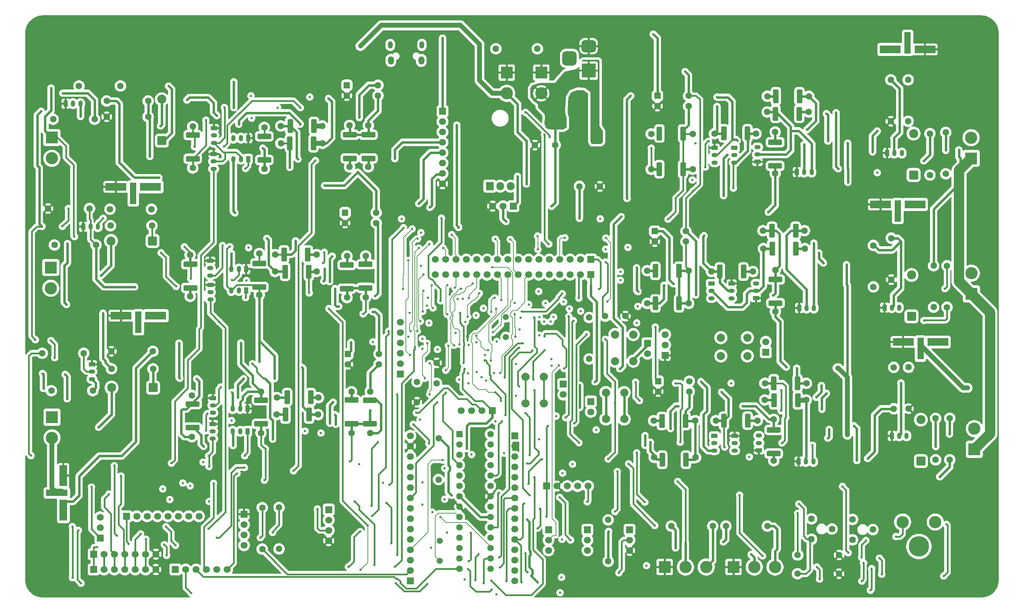
<source format=gbr>
%TF.GenerationSoftware,KiCad,Pcbnew,9.0.2*%
%TF.CreationDate,2025-09-14T19:19:56+01:00*%
%TF.ProjectId,ESP_IOBoard_V4,4553505f-494f-4426-9f61-72645f56342e,rev?*%
%TF.SameCoordinates,Original*%
%TF.FileFunction,Copper,L4,Bot*%
%TF.FilePolarity,Positive*%
%FSLAX46Y46*%
G04 Gerber Fmt 4.6, Leading zero omitted, Abs format (unit mm)*
G04 Created by KiCad (PCBNEW 9.0.2) date 2025-09-14 19:19:56*
%MOMM*%
%LPD*%
G01*
G04 APERTURE LIST*
G04 Aperture macros list*
%AMRoundRect*
0 Rectangle with rounded corners*
0 $1 Rounding radius*
0 $2 $3 $4 $5 $6 $7 $8 $9 X,Y pos of 4 corners*
0 Add a 4 corners polygon primitive as box body*
4,1,4,$2,$3,$4,$5,$6,$7,$8,$9,$2,$3,0*
0 Add four circle primitives for the rounded corners*
1,1,$1+$1,$2,$3*
1,1,$1+$1,$4,$5*
1,1,$1+$1,$6,$7*
1,1,$1+$1,$8,$9*
0 Add four rect primitives between the rounded corners*
20,1,$1+$1,$2,$3,$4,$5,0*
20,1,$1+$1,$4,$5,$6,$7,0*
20,1,$1+$1,$6,$7,$8,$9,0*
20,1,$1+$1,$8,$9,$2,$3,0*%
G04 Aperture macros list end*
%TA.AperFunction,ComponentPad*%
%ADD10C,1.600000*%
%TD*%
%TA.AperFunction,ComponentPad*%
%ADD11R,1.700000X1.700000*%
%TD*%
%TA.AperFunction,ComponentPad*%
%ADD12C,1.700000*%
%TD*%
%TA.AperFunction,ComponentPad*%
%ADD13R,3.000000X3.000000*%
%TD*%
%TA.AperFunction,ComponentPad*%
%ADD14C,3.000000*%
%TD*%
%TA.AperFunction,ComponentPad*%
%ADD15R,1.050000X1.500000*%
%TD*%
%TA.AperFunction,ComponentPad*%
%ADD16O,1.050000X1.500000*%
%TD*%
%TA.AperFunction,ComponentPad*%
%ADD17C,1.500000*%
%TD*%
%TA.AperFunction,ComponentPad*%
%ADD18RoundRect,0.249999X0.850001X0.850001X-0.850001X0.850001X-0.850001X-0.850001X0.850001X-0.850001X0*%
%TD*%
%TA.AperFunction,ComponentPad*%
%ADD19C,2.200000*%
%TD*%
%TA.AperFunction,ComponentPad*%
%ADD20R,1.500000X1.050000*%
%TD*%
%TA.AperFunction,ComponentPad*%
%ADD21O,1.500000X1.050000*%
%TD*%
%TA.AperFunction,ComponentPad*%
%ADD22C,2.000000*%
%TD*%
%TA.AperFunction,ComponentPad*%
%ADD23R,5.130800X1.981200*%
%TD*%
%TA.AperFunction,ComponentPad*%
%ADD24R,1.625600X5.267200*%
%TD*%
%TA.AperFunction,ComponentPad*%
%ADD25R,5.130800X1.866900*%
%TD*%
%TA.AperFunction,ComponentPad*%
%ADD26RoundRect,0.250000X-0.550000X-0.550000X0.550000X-0.550000X0.550000X0.550000X-0.550000X0.550000X0*%
%TD*%
%TA.AperFunction,ComponentPad*%
%ADD27R,1.981200X5.130800*%
%TD*%
%TA.AperFunction,ComponentPad*%
%ADD28R,5.267200X1.625600*%
%TD*%
%TA.AperFunction,ComponentPad*%
%ADD29R,1.866900X5.130800*%
%TD*%
%TA.AperFunction,ComponentPad*%
%ADD30C,0.800000*%
%TD*%
%TA.AperFunction,ComponentPad*%
%ADD31C,5.400000*%
%TD*%
%TA.AperFunction,ComponentPad*%
%ADD32C,5.000000*%
%TD*%
%TA.AperFunction,ComponentPad*%
%ADD33RoundRect,0.249999X0.850001X-0.850001X0.850001X0.850001X-0.850001X0.850001X-0.850001X-0.850001X0*%
%TD*%
%TA.AperFunction,HeatsinkPad*%
%ADD34O,1.150000X1.800000*%
%TD*%
%TA.AperFunction,HeatsinkPad*%
%ADD35O,1.450000X2.000000*%
%TD*%
%TA.AperFunction,ComponentPad*%
%ADD36C,1.620000*%
%TD*%
%TA.AperFunction,ComponentPad*%
%ADD37R,3.500000X3.500000*%
%TD*%
%TA.AperFunction,ComponentPad*%
%ADD38RoundRect,0.750000X-1.000000X0.750000X-1.000000X-0.750000X1.000000X-0.750000X1.000000X0.750000X0*%
%TD*%
%TA.AperFunction,ComponentPad*%
%ADD39RoundRect,0.875000X-0.875000X0.875000X-0.875000X-0.875000X0.875000X-0.875000X0.875000X0.875000X0*%
%TD*%
%TA.AperFunction,ComponentPad*%
%ADD40R,1.905000X2.000000*%
%TD*%
%TA.AperFunction,ComponentPad*%
%ADD41O,1.905000X2.000000*%
%TD*%
%TA.AperFunction,SMDPad,CuDef*%
%ADD42RoundRect,0.250000X-0.425000X-1.425000X0.425000X-1.425000X0.425000X1.425000X-0.425000X1.425000X0*%
%TD*%
%TA.AperFunction,SMDPad,CuDef*%
%ADD43RoundRect,0.250000X1.425000X-0.425000X1.425000X0.425000X-1.425000X0.425000X-1.425000X-0.425000X0*%
%TD*%
%TA.AperFunction,SMDPad,CuDef*%
%ADD44RoundRect,0.250000X-1.425000X0.425000X-1.425000X-0.425000X1.425000X-0.425000X1.425000X0.425000X0*%
%TD*%
%TA.AperFunction,SMDPad,CuDef*%
%ADD45RoundRect,0.250000X0.425000X1.425000X-0.425000X1.425000X-0.425000X-1.425000X0.425000X-1.425000X0*%
%TD*%
%TA.AperFunction,ViaPad*%
%ADD46C,0.600000*%
%TD*%
%TA.AperFunction,ViaPad*%
%ADD47C,0.900000*%
%TD*%
%TA.AperFunction,Conductor*%
%ADD48C,2.500000*%
%TD*%
%TA.AperFunction,Conductor*%
%ADD49C,0.200000*%
%TD*%
%TA.AperFunction,Conductor*%
%ADD50C,0.600000*%
%TD*%
%TA.AperFunction,Conductor*%
%ADD51C,0.400000*%
%TD*%
%TA.AperFunction,Conductor*%
%ADD52C,1.200000*%
%TD*%
G04 APERTURE END LIST*
D10*
X43587800Y-65290800D03*
X53747800Y-65290800D03*
X176124000Y-55505275D03*
X186284000Y-55505275D03*
D11*
X41198800Y-145876800D03*
D12*
X41198800Y-143336800D03*
X41198800Y-140796800D03*
D10*
X54102000Y-100126800D03*
X43942000Y-100126800D03*
X95605600Y-49149000D03*
X85445600Y-49149000D03*
D13*
X29093200Y-79584600D03*
D14*
X29093200Y-84664600D03*
D10*
X249257200Y-126711800D03*
X249257200Y-116551800D03*
D11*
X170815000Y-143865300D03*
D12*
X170815000Y-146405300D03*
X170815000Y-148945300D03*
D15*
X233273600Y-89408000D03*
D16*
X235051600Y-89408000D03*
X236880400Y-89408000D03*
D17*
X140538200Y-91768600D03*
X140538200Y-96648600D03*
D11*
X150977600Y-143865300D03*
D12*
X150977600Y-146405300D03*
X150977600Y-148945300D03*
D18*
X54001800Y-73063200D03*
D19*
X43841800Y-73063200D03*
D20*
X69024500Y-45415200D03*
D21*
X69024500Y-47193200D03*
X69024500Y-49022000D03*
D10*
X194437000Y-142976600D03*
X204597000Y-142976600D03*
X214124400Y-112056000D03*
X203964400Y-112056000D03*
D22*
X165032120Y-116732551D03*
X165032120Y-110232551D03*
X169532120Y-116732551D03*
X169532120Y-110232551D03*
D10*
X204546600Y-41459075D03*
X214706600Y-41459075D03*
D20*
X191668400Y-50266600D03*
D21*
X191668400Y-52044600D03*
X191668400Y-53873400D03*
D23*
X240766600Y-64135000D03*
D24*
X236524800Y-65743200D03*
D25*
X232283000Y-64128650D03*
D10*
X80572000Y-109982000D03*
X80572000Y-120142000D03*
X81381600Y-55401800D03*
X81381600Y-45241800D03*
D11*
X97155000Y-138938000D03*
D12*
X97155000Y-141478000D03*
X97155000Y-144018000D03*
X97155000Y-146558000D03*
D10*
X244398800Y-46761400D03*
X244398800Y-56921400D03*
X206148800Y-126965800D03*
X206148800Y-116805800D03*
X102260400Y-54910400D03*
X102260400Y-44750400D03*
D20*
X202163000Y-53670200D03*
D21*
X202163000Y-51892200D03*
X202163000Y-50063400D03*
D23*
X246329200Y-97866200D03*
D24*
X242087400Y-99474400D03*
D25*
X237845600Y-97859850D03*
D10*
X212013800Y-150062900D03*
X222173800Y-150062900D03*
X158561400Y-59690000D03*
X163561400Y-59690000D03*
X239166400Y-104038400D03*
X239166400Y-114198400D03*
X29235400Y-109778800D03*
X39395400Y-109778800D03*
D22*
X193193752Y-96782033D03*
X199693752Y-96782033D03*
X193193752Y-101282033D03*
X199693752Y-101282033D03*
D15*
X32740600Y-39425200D03*
D16*
X34518600Y-39425200D03*
X36347400Y-39425200D03*
D10*
X80873600Y-138455400D03*
X80873600Y-148615400D03*
D11*
X76403200Y-140060200D03*
D12*
X76403200Y-142600200D03*
X76403200Y-145140200D03*
X76403200Y-147680200D03*
D10*
X84027600Y-76411000D03*
X94187600Y-76411000D03*
X94648800Y-111479800D03*
X84488800Y-111479800D03*
D20*
X68169200Y-77952600D03*
D21*
X68169200Y-79730600D03*
X68169200Y-81559400D03*
D10*
X160934400Y-102006400D03*
X160934400Y-91846400D03*
D26*
X177673000Y-37490400D03*
D10*
X177673000Y-40030400D03*
X185293000Y-40030400D03*
X185293000Y-37490400D03*
X63219200Y-76504800D03*
X63219200Y-86664800D03*
D13*
X254482600Y-52832000D03*
D14*
X254482600Y-47752000D03*
D27*
X32181800Y-139090400D03*
D28*
X30573600Y-134848600D03*
D29*
X32188150Y-130606800D03*
D10*
X191973200Y-117119400D03*
X202133200Y-117119400D03*
X107340400Y-120190800D03*
X107340400Y-110030800D03*
D13*
X29345800Y-47733000D03*
D14*
X29345800Y-52813000D03*
D13*
X255277000Y-124171800D03*
D14*
X255277000Y-119091800D03*
D11*
X175219400Y-98189800D03*
D12*
X175219400Y-100729800D03*
D10*
X80162400Y-76149200D03*
X80162400Y-86309200D03*
X181051200Y-142976600D03*
X191211200Y-142976600D03*
D13*
X29387800Y-116281200D03*
D14*
X29387800Y-121361200D03*
D10*
X84378800Y-115646200D03*
X94538800Y-115646200D03*
D30*
X254235600Y-153510600D03*
X254828709Y-152078709D03*
X254828709Y-154942491D03*
X256260600Y-151485600D03*
D31*
X256260600Y-153510600D03*
D30*
X256260600Y-155535600D03*
X257692491Y-152078709D03*
X257692491Y-154942491D03*
X258285600Y-153510600D03*
D15*
X37034600Y-69583400D03*
D16*
X38812600Y-69583400D03*
X40641400Y-69583400D03*
D20*
X196469000Y-50241200D03*
D21*
X196469000Y-52019200D03*
X196469000Y-53848000D03*
D13*
X254549200Y-86051400D03*
D14*
X254549200Y-80971400D03*
D11*
X161340800Y-77622400D03*
D12*
X158800800Y-77622400D03*
X156260800Y-77622400D03*
X153720800Y-77622400D03*
X151180800Y-77622400D03*
X148640800Y-77622400D03*
X146100800Y-77622400D03*
X143560800Y-77622400D03*
X141020800Y-77622400D03*
X138480800Y-77622400D03*
X135940800Y-77622400D03*
X133400800Y-77622400D03*
X130860800Y-77622400D03*
X128320800Y-77622400D03*
X125780800Y-77622400D03*
X123240800Y-77622400D03*
D11*
X39598600Y-149864600D03*
D12*
X42138600Y-149864600D03*
X44678600Y-149864600D03*
X47218600Y-149864600D03*
X49758600Y-149864600D03*
X52298600Y-149864600D03*
X54838600Y-149864600D03*
D10*
X95580200Y-44881800D03*
X85420200Y-44881800D03*
D30*
X251863909Y-98374200D03*
X252457018Y-96942309D03*
X252457018Y-99806091D03*
X253888909Y-96349200D03*
D31*
X253888909Y-98374200D03*
D30*
X253888909Y-100399200D03*
X255320800Y-96942309D03*
X255320800Y-99806091D03*
X255913909Y-98374200D03*
D10*
X42773600Y-38766800D03*
X52933600Y-38766800D03*
D30*
X83369800Y-95046800D03*
X83962909Y-93614909D03*
X83962909Y-96478691D03*
X85394800Y-93021800D03*
D31*
X85394800Y-95046800D03*
D30*
X85394800Y-97071800D03*
X86826691Y-93614909D03*
X86826691Y-96478691D03*
X87419800Y-95046800D03*
D10*
X176860200Y-126136400D03*
X187020200Y-126136400D03*
D11*
X204216152Y-100327433D03*
D12*
X204216152Y-97787433D03*
D10*
X39827200Y-43230800D03*
X29667200Y-43230800D03*
D30*
X251863909Y-24993600D03*
X252457018Y-23561709D03*
X252457018Y-26425491D03*
X253888909Y-22968600D03*
D31*
X253888909Y-24993600D03*
D30*
X253888909Y-27018600D03*
X255320800Y-23561709D03*
X255320800Y-26425491D03*
X255913909Y-24993600D03*
D10*
X191638600Y-46786800D03*
X201798600Y-46786800D03*
D13*
X179451000Y-153009600D03*
D14*
X184531000Y-153009600D03*
X189611000Y-153009600D03*
D11*
X59588400Y-153598400D03*
D12*
X62128400Y-153598400D03*
X64668400Y-153598400D03*
X67208400Y-153598400D03*
X69748400Y-153598400D03*
X72288400Y-153598400D03*
X74828400Y-153598400D03*
D14*
X245706400Y-141984700D03*
X237706400Y-141984700D03*
D32*
X241706400Y-147984700D03*
D22*
X171754800Y-96037400D03*
X171754800Y-102537400D03*
X167254800Y-96037400D03*
X167254800Y-102537400D03*
D30*
X184004600Y-98704400D03*
X184597709Y-97272509D03*
X184597709Y-100136291D03*
X186029600Y-96679400D03*
D31*
X186029600Y-98704400D03*
D30*
X186029600Y-100729400D03*
X187461491Y-97272509D03*
X187461491Y-100136291D03*
X188054600Y-98704400D03*
X213925800Y-98374200D03*
X214518909Y-96942309D03*
X214518909Y-99806091D03*
X215950800Y-96349200D03*
D31*
X215950800Y-98374200D03*
D30*
X215950800Y-100399200D03*
X217382691Y-96942309D03*
X217382691Y-99806091D03*
X217975800Y-98374200D03*
D13*
X140741400Y-31800800D03*
D14*
X140741400Y-36880800D03*
D10*
X203613000Y-74947200D03*
X213773000Y-74947200D03*
D11*
X114731800Y-105714800D03*
D12*
X114731800Y-103174800D03*
X114731800Y-100634800D03*
X114731800Y-98094800D03*
X114731800Y-95554800D03*
X114731800Y-93014800D03*
D10*
X213671400Y-70553000D03*
X203511400Y-70553000D03*
X164835200Y-91516200D03*
X169835200Y-91516200D03*
D33*
X242170600Y-127067400D03*
D19*
X242170600Y-116907400D03*
D20*
X68783200Y-111607600D03*
D21*
X68783200Y-113385600D03*
X68783200Y-115214400D03*
D34*
X119983400Y-25017800D03*
D35*
X119833400Y-28817800D03*
X112383400Y-28817800D03*
D34*
X112233400Y-25017800D03*
D10*
X29998800Y-74053800D03*
X40158800Y-74053800D03*
D20*
X68173600Y-83845400D03*
D21*
X68173600Y-85623400D03*
X68173600Y-87452200D03*
D10*
X235541200Y-114215000D03*
X235541200Y-104055000D03*
X206502000Y-46362200D03*
X206502000Y-56522200D03*
X84988400Y-138413800D03*
X84988400Y-148573800D03*
D11*
X47599600Y-140568200D03*
D12*
X50139600Y-140568200D03*
X52679600Y-140568200D03*
X55219600Y-140568200D03*
X57759600Y-140568200D03*
X60299600Y-140568200D03*
X62839600Y-140568200D03*
X65379600Y-140568200D03*
D26*
X129159000Y-120426000D03*
D10*
X129159000Y-122966000D03*
X129159000Y-125506000D03*
X129159000Y-128046000D03*
X129159000Y-130586000D03*
X129159000Y-133126000D03*
X129159000Y-135666000D03*
X129159000Y-138206000D03*
X129159000Y-140746000D03*
X129159000Y-143286000D03*
X129159000Y-145826000D03*
X129159000Y-148366000D03*
X129159000Y-150906000D03*
X129159000Y-153446000D03*
X136779000Y-153446000D03*
X136779000Y-150906000D03*
X136779000Y-148366000D03*
X136779000Y-145826000D03*
X136779000Y-143286000D03*
X136779000Y-140746000D03*
X136779000Y-138206000D03*
X136779000Y-135666000D03*
X136779000Y-133126000D03*
X136779000Y-130586000D03*
X136779000Y-128046000D03*
X136779000Y-125506000D03*
X136779000Y-122966000D03*
X136779000Y-120426000D03*
X176124000Y-46837600D03*
X186284000Y-46837600D03*
D20*
X196543200Y-120895200D03*
D21*
X196543200Y-122673200D03*
X196543200Y-124502000D03*
D10*
X138099800Y-25958800D03*
X148259800Y-25958800D03*
D15*
X77270000Y-119735600D03*
D16*
X75492000Y-119735600D03*
X73663200Y-119735600D03*
D33*
X240385600Y-56896000D03*
D19*
X240385600Y-46736000D03*
D36*
X215406600Y-146195600D03*
X220406600Y-143695600D03*
X215406600Y-141195600D03*
D11*
X117172600Y-156383200D03*
D12*
X117172600Y-153843200D03*
X117172600Y-151303200D03*
X117172600Y-148763200D03*
X117172600Y-146223200D03*
X117172600Y-143683200D03*
X117172600Y-141143200D03*
X117172600Y-138603200D03*
X117172600Y-136063200D03*
X117172600Y-133523200D03*
X117172600Y-130983200D03*
X117172600Y-128443200D03*
X117172600Y-125903200D03*
X117172600Y-123363200D03*
X117172600Y-120823200D03*
D10*
X101617800Y-76784200D03*
X101617800Y-86944200D03*
D20*
X68761000Y-117957600D03*
D21*
X68761000Y-119735600D03*
X68761000Y-121564400D03*
D26*
X101165600Y-66136600D03*
D10*
X101165600Y-68676600D03*
X108785600Y-68676600D03*
X108785600Y-66136600D03*
X190892000Y-80586000D03*
X201052000Y-80586000D03*
X248285000Y-56616600D03*
X248285000Y-46456600D03*
D30*
X27065000Y-24866600D03*
X27658109Y-23434709D03*
X27658109Y-26298491D03*
X29090000Y-22841600D03*
D31*
X29090000Y-24866600D03*
D30*
X29090000Y-26891600D03*
X30521891Y-23434709D03*
X30521891Y-26298491D03*
X31115000Y-24866600D03*
D20*
X191615600Y-120895200D03*
D21*
X191615600Y-122673200D03*
X191615600Y-124502000D03*
D22*
X149849600Y-106401800D03*
X149849600Y-112901800D03*
X145349600Y-106401800D03*
X145349600Y-112901800D03*
D10*
X211963000Y-154660300D03*
X222123000Y-154660300D03*
D37*
X160832800Y-31318200D03*
D38*
X160832800Y-25318200D03*
D39*
X156132800Y-28318200D03*
D30*
X26023600Y-153263600D03*
X26616709Y-151831709D03*
X26616709Y-154695491D03*
X28048600Y-151238600D03*
D31*
X28048600Y-153263600D03*
D30*
X28048600Y-155288600D03*
X29480491Y-151831709D03*
X29480491Y-154695491D03*
X30073600Y-153263600D03*
D20*
X202491200Y-124400400D03*
D21*
X202491200Y-122622400D03*
X202491200Y-120793600D03*
D10*
X63628800Y-121081800D03*
X63628800Y-110921800D03*
D15*
X211836400Y-56195475D03*
D16*
X213614400Y-56195475D03*
X215443200Y-56195475D03*
D10*
X175144000Y-88383800D03*
X185304000Y-88383800D03*
D15*
X76911200Y-85242400D03*
D16*
X75133200Y-85242400D03*
X73304400Y-85242400D03*
D10*
X35991800Y-35077400D03*
X46151800Y-35077400D03*
X84023200Y-80568800D03*
X94183200Y-80568800D03*
D15*
X235084000Y-120844400D03*
D16*
X236862000Y-120844400D03*
X238690800Y-120844400D03*
D11*
X161338120Y-112435751D03*
D12*
X161338120Y-114975751D03*
D15*
X77419200Y-53005400D03*
D16*
X75641200Y-53005400D03*
X73812400Y-53005400D03*
D30*
X181917400Y-24993600D03*
X182510509Y-23561709D03*
X182510509Y-26425491D03*
X183942400Y-22968600D03*
D31*
X183942400Y-24993600D03*
D30*
X183942400Y-27018600D03*
X185374291Y-23561709D03*
X185374291Y-26425491D03*
X185967400Y-24993600D03*
D23*
X53517800Y-59817000D03*
D24*
X49276000Y-61425200D03*
D25*
X45034200Y-59810650D03*
D15*
X212242400Y-127152400D03*
D16*
X214020400Y-127152400D03*
X215849200Y-127152400D03*
D15*
X233908600Y-51536600D03*
D16*
X235686600Y-51536600D03*
X237515400Y-51536600D03*
D33*
X239877600Y-91592400D03*
D19*
X239877600Y-81432400D03*
D10*
X230555800Y-84328000D03*
X230555800Y-74168000D03*
X102743000Y-110030800D03*
X102743000Y-120190800D03*
X239064800Y-43738800D03*
X239064800Y-33578800D03*
X214732000Y-37598275D03*
X204572000Y-37598275D03*
X106215200Y-76733400D03*
X106215200Y-86893400D03*
D20*
X39137000Y-103327200D03*
D21*
X39137000Y-105105200D03*
X39137000Y-106934000D03*
D11*
X142392400Y-64541400D03*
D12*
X139852400Y-64541400D03*
X137312400Y-64541400D03*
D10*
X175144000Y-80357400D03*
X185304000Y-80357400D03*
D26*
X177012600Y-70688200D03*
D10*
X177012600Y-73228200D03*
X184632600Y-73228200D03*
X184632600Y-70688200D03*
X43714800Y-69329400D03*
X53874800Y-69329400D03*
D11*
X161340800Y-81356200D03*
D12*
X158800800Y-81356200D03*
X156260800Y-81356200D03*
X153720800Y-81356200D03*
X151180800Y-81356200D03*
X148640800Y-81356200D03*
X146100800Y-81356200D03*
X143560800Y-81356200D03*
X141020800Y-81356200D03*
X138480800Y-81356200D03*
X135940800Y-81356200D03*
X133400800Y-81356200D03*
X130860800Y-81356200D03*
X128320800Y-81356200D03*
X125780800Y-81356200D03*
X123240800Y-81356200D03*
D10*
X152639400Y-49580800D03*
X147639400Y-49580800D03*
D11*
X137185400Y-114706400D03*
D12*
X134645400Y-114706400D03*
X132105400Y-114706400D03*
X129565400Y-114706400D03*
D15*
X76911200Y-79980200D03*
D16*
X75133200Y-79980200D03*
X73304400Y-79980200D03*
D10*
X176735600Y-117137400D03*
X186895600Y-117137400D03*
D11*
X179552600Y-101092000D03*
D12*
X179552600Y-98552000D03*
X179552600Y-96012000D03*
D33*
X56286400Y-48495000D03*
D19*
X56286400Y-38335000D03*
D11*
X154609600Y-108198600D03*
D12*
X154609600Y-110738600D03*
D10*
X123571000Y-107960800D03*
X123571000Y-102960800D03*
D20*
X190913000Y-83532400D03*
D21*
X190913000Y-85310400D03*
X190913000Y-87139200D03*
D26*
X177850800Y-107467400D03*
D10*
X177850800Y-110007400D03*
X185470800Y-110007400D03*
X185470800Y-107467400D03*
X245303600Y-79142600D03*
X245303600Y-89302600D03*
X165608000Y-151612600D03*
X165608000Y-141452600D03*
D23*
X234696000Y-26136600D03*
D24*
X238937800Y-24528400D03*
D25*
X243179600Y-26142950D03*
D10*
X234823000Y-33578800D03*
X234823000Y-43738800D03*
X43967400Y-104419400D03*
X54127400Y-104419400D03*
D11*
X150520400Y-133172200D03*
D12*
X153060400Y-133172200D03*
X155600400Y-133172200D03*
X158140400Y-133172200D03*
X160680400Y-133172200D03*
D20*
X201788600Y-87088400D03*
D21*
X201788600Y-85310400D03*
X201788600Y-83481600D03*
D13*
X149225000Y-31800800D03*
D14*
X149225000Y-36880800D03*
D10*
X203989800Y-107966600D03*
X214149800Y-107966600D03*
D20*
X195840600Y-83532400D03*
D21*
X195840600Y-85310400D03*
X195840600Y-87139200D03*
D17*
X124333000Y-146637200D03*
X124333000Y-151517200D03*
D10*
X106857800Y-54910400D03*
X106857800Y-44750400D03*
X124053600Y-131572000D03*
X124053600Y-121412000D03*
D18*
X54127400Y-109042200D03*
D19*
X43967400Y-109042200D03*
D20*
X68973700Y-51790600D03*
D21*
X68973700Y-53568600D03*
X68973700Y-55397400D03*
D10*
X206552800Y-80213200D03*
X206552800Y-90373200D03*
D15*
X77270000Y-114194000D03*
D16*
X75492000Y-114194000D03*
X73663200Y-114194000D03*
D26*
X101605000Y-34894600D03*
D10*
X101605000Y-37434600D03*
X109225000Y-37434600D03*
X109225000Y-34894600D03*
D11*
X125018800Y-41275000D03*
D12*
X125018800Y-43815000D03*
X125018800Y-46355000D03*
X125018800Y-48895000D03*
X125018800Y-51435000D03*
X125018800Y-53975000D03*
X125018800Y-56515000D03*
X125018800Y-59055000D03*
D13*
X196291200Y-153009600D03*
D14*
X201371200Y-153009600D03*
X206451200Y-153009600D03*
D11*
X142722600Y-120883200D03*
D12*
X142722600Y-123423200D03*
X142722600Y-125963200D03*
X142722600Y-128503200D03*
X142722600Y-131043200D03*
X142722600Y-133583200D03*
X142722600Y-136123200D03*
X142722600Y-138663200D03*
X142722600Y-141203200D03*
X142722600Y-143743200D03*
X142722600Y-146283200D03*
X142722600Y-148823200D03*
X142722600Y-151363200D03*
X142722600Y-153903200D03*
X142722600Y-156443200D03*
D10*
X118770400Y-107619800D03*
X118770400Y-112619800D03*
D36*
X225439600Y-146339900D03*
X230439600Y-143839900D03*
X225439600Y-141339900D03*
D10*
X52933600Y-42621200D03*
X42773600Y-42621200D03*
X245802800Y-116577200D03*
X245802800Y-126737200D03*
X63855600Y-45008800D03*
X63855600Y-55168800D03*
D11*
X39573200Y-153623800D03*
D12*
X42113200Y-153623800D03*
X44653200Y-153623800D03*
X47193200Y-153623800D03*
X49733200Y-153623800D03*
X52273200Y-153623800D03*
X54813200Y-153623800D03*
D11*
X160528000Y-143865300D03*
D12*
X160528000Y-146405300D03*
X160528000Y-148945300D03*
D10*
X38582600Y-65125600D03*
X28422600Y-65125600D03*
X248580200Y-89328000D03*
X248580200Y-79168000D03*
D26*
X101859000Y-100756800D03*
D10*
X101859000Y-103296800D03*
X109479000Y-103296800D03*
X109479000Y-100756800D03*
D40*
X136601200Y-59639200D03*
D41*
X139141200Y-59639200D03*
X141681200Y-59639200D03*
D23*
X54787800Y-91414600D03*
D24*
X50546000Y-93022800D03*
D25*
X46304200Y-91408250D03*
D30*
X213925800Y-24993600D03*
X214518909Y-23561709D03*
X214518909Y-26425491D03*
X215950800Y-22968600D03*
D31*
X215950800Y-24993600D03*
D30*
X215950800Y-27018600D03*
X217382691Y-23561709D03*
X217382691Y-26425491D03*
X217975800Y-24993600D03*
D15*
X77419200Y-47874600D03*
D16*
X75641200Y-47874600D03*
X73812400Y-47874600D03*
D10*
X27000200Y-100609400D03*
X37160200Y-100609400D03*
D15*
X212376000Y-89531200D03*
D16*
X214154000Y-89531200D03*
X215982800Y-89531200D03*
D10*
X234924600Y-72390000D03*
X234924600Y-82550000D03*
D42*
X178147200Y-46736000D03*
X183947200Y-46736000D03*
X206169800Y-107966600D03*
X211969800Y-107966600D03*
D43*
X81381600Y-53221800D03*
X81381600Y-47421800D03*
D44*
X80187800Y-78587600D03*
X80187800Y-84387600D03*
D45*
X92007600Y-76377800D03*
X86207600Y-76377800D03*
D43*
X206502000Y-54669600D03*
X206502000Y-48869600D03*
D42*
X178837000Y-126720600D03*
X184637000Y-126720600D03*
D43*
X80572000Y-117906800D03*
X80572000Y-112106800D03*
D42*
X193945600Y-117119400D03*
X199745600Y-117119400D03*
D44*
X206578200Y-82524600D03*
X206578200Y-88324600D03*
D42*
X87731600Y-44883200D03*
X93531600Y-44883200D03*
X205716800Y-70578400D03*
X211516800Y-70578400D03*
D45*
X93425600Y-49149000D03*
X87625600Y-49149000D03*
D43*
X106883200Y-52861800D03*
X106883200Y-47061800D03*
D42*
X177167200Y-88383800D03*
X182967200Y-88383800D03*
X206650400Y-37598275D03*
X212450400Y-37598275D03*
D44*
X63830200Y-113051000D03*
X63830200Y-118851000D03*
D42*
X193924600Y-46685200D03*
X199724600Y-46685200D03*
X86995000Y-111379000D03*
X92795000Y-111379000D03*
X86558800Y-115646200D03*
X92358800Y-115646200D03*
X178758800Y-117212200D03*
X184558800Y-117212200D03*
D44*
X206123400Y-119396600D03*
X206123400Y-125196600D03*
D43*
X63271400Y-84590800D03*
X63271400Y-78790800D03*
D42*
X206250400Y-112157600D03*
X212050400Y-112157600D03*
X206573800Y-41910000D03*
X212373800Y-41910000D03*
D45*
X198740600Y-80586000D03*
X192940600Y-80586000D03*
D44*
X102717600Y-112090200D03*
X102717600Y-117890200D03*
D43*
X63855600Y-52917000D03*
X63855600Y-47117000D03*
D44*
X106139000Y-78782000D03*
X106139000Y-84582000D03*
X101592400Y-78968600D03*
X101592400Y-84768600D03*
X107264200Y-112130200D03*
X107264200Y-117930200D03*
D42*
X177167200Y-80408200D03*
X182967200Y-80408200D03*
X86482600Y-80645000D03*
X92282600Y-80645000D03*
X178147200Y-55505275D03*
X183947200Y-55505275D03*
X205793000Y-74947200D03*
X211593000Y-74947200D03*
D43*
X102336600Y-52861800D03*
X102336600Y-47061800D03*
D46*
X131064000Y-96505600D03*
X126771400Y-86258400D03*
X125450600Y-97764600D03*
X133384800Y-93878400D03*
D47*
X49009300Y-48856900D03*
D46*
X87274400Y-84150200D03*
X98806000Y-53035200D03*
X137617200Y-93946414D03*
X94818900Y-40411800D03*
X134848600Y-87477600D03*
X74015600Y-100532800D03*
X84302600Y-72441200D03*
X84302600Y-66141200D03*
X74015600Y-106832800D03*
D47*
X78663800Y-30073600D03*
X82370468Y-34137200D03*
D46*
X140437200Y-93665800D03*
X124536200Y-87757000D03*
X107670600Y-138023600D03*
X217373200Y-155981400D03*
X127228600Y-135432800D03*
X140563600Y-68300600D03*
X158546800Y-67538600D03*
X157302200Y-117779800D03*
X227711000Y-156464000D03*
X109220000Y-122402600D03*
X160299400Y-95935800D03*
X228151344Y-152011689D03*
X138310800Y-97713800D03*
X123799600Y-99669600D03*
X124764800Y-67487800D03*
X150859400Y-118364000D03*
X150520400Y-140665200D03*
X151257000Y-47625000D03*
X216687400Y-153009600D03*
X143912121Y-94816058D03*
X145338800Y-41554400D03*
X207924400Y-114706400D03*
X224194200Y-120603100D03*
X184429400Y-31546800D03*
X96139000Y-59512200D03*
X224256600Y-55397800D03*
X186410600Y-60833000D03*
X211785200Y-104267000D03*
X151714200Y-64592200D03*
X30048200Y-101701600D03*
X207992800Y-109702600D03*
X98856800Y-118033800D03*
X121920000Y-64846200D03*
X73917217Y-34061000D03*
X63808000Y-118592600D03*
X174625000Y-123190000D03*
X218313000Y-78486000D03*
X224307400Y-58724800D03*
X74193400Y-66192000D03*
X224256600Y-49097800D03*
X73736200Y-123240800D03*
X81381600Y-47396400D03*
X66522600Y-123444000D03*
X81076800Y-98475800D03*
X224205800Y-92329000D03*
X217195400Y-76022200D03*
X29133800Y-97510600D03*
X83896200Y-106833200D03*
X209245200Y-104013000D03*
X221767400Y-104241600D03*
X98704400Y-84759800D03*
X26746200Y-41275000D03*
X174625000Y-120777000D03*
X143383000Y-57251600D03*
X189814200Y-114757200D03*
X32588200Y-105791000D03*
X219405200Y-48590200D03*
X107950000Y-90449400D03*
X219024200Y-41859200D03*
X212531000Y-41459075D03*
X98704400Y-115671600D03*
X224212400Y-83989600D03*
X188315600Y-107569000D03*
X104267000Y-56204000D03*
X72974200Y-74472800D03*
X99618800Y-89103200D03*
X90635000Y-104101900D03*
X196265800Y-60147200D03*
X188061600Y-53924200D03*
X87630000Y-55041800D03*
X223977200Y-78892400D03*
X73917217Y-40411400D03*
X33096200Y-111785400D03*
X104648000Y-42824400D03*
X25323800Y-97282000D03*
X92379800Y-85826600D03*
X80162400Y-102616000D03*
X152694600Y-43738800D03*
X26922200Y-69507200D03*
X187045600Y-86334600D03*
X242938200Y-92579200D03*
X246768000Y-130902800D03*
X27279600Y-109220000D03*
X27073200Y-105587800D03*
X130479800Y-156083000D03*
X138201400Y-159715200D03*
X153822400Y-159308800D03*
X175006000Y-152679400D03*
X118592600Y-115214400D03*
X125145800Y-126822200D03*
X137669454Y-105449252D03*
X112471200Y-147218400D03*
X111302800Y-137261600D03*
X148736200Y-91694000D03*
X61442600Y-132435600D03*
X110472400Y-132334000D03*
X63220600Y-133128600D03*
X59639200Y-147701000D03*
X57302400Y-143138800D03*
X66395600Y-127304800D03*
X101981000Y-152984200D03*
X56896000Y-147548600D03*
X104902000Y-144348200D03*
X48133000Y-147320000D03*
X57454800Y-150164800D03*
X146151600Y-88655400D03*
X130403600Y-104444800D03*
X130937000Y-124002800D03*
X31927800Y-69494400D03*
X33375600Y-65151000D03*
X67861000Y-136943100D03*
X182626000Y-132046800D03*
X146380200Y-125577600D03*
X193802000Y-146862800D03*
X125831600Y-110236000D03*
X184531000Y-147142200D03*
X145338800Y-115282800D03*
X137998200Y-110185200D03*
X138142091Y-89702244D03*
X139370800Y-112344200D03*
X145745200Y-127635000D03*
X147438661Y-91800941D03*
X143814800Y-108737400D03*
X200609200Y-149910800D03*
X177012600Y-142849600D03*
X182092600Y-148361400D03*
X170611800Y-127711200D03*
X147579292Y-109638600D03*
X148590000Y-124790200D03*
X151511000Y-92854600D03*
X145338800Y-149606000D03*
X152859400Y-116027200D03*
X145821400Y-154330400D03*
X168224200Y-154432000D03*
X140081000Y-125095000D03*
X229819200Y-158724600D03*
X152236200Y-91724236D03*
X160477200Y-137033000D03*
X148674000Y-121691400D03*
X144386300Y-156756100D03*
X230124000Y-153416000D03*
X144983200Y-137414000D03*
X174574200Y-137109200D03*
X145778400Y-141351000D03*
X172593000Y-125044200D03*
X212293200Y-137566400D03*
X148285200Y-156743400D03*
X157073600Y-92633800D03*
X158445200Y-122555000D03*
X212013800Y-139852400D03*
X148920200Y-138684000D03*
X148316800Y-143510000D03*
X150215600Y-88376400D03*
X135062061Y-89589599D03*
X80416400Y-145821400D03*
X83413600Y-144551400D03*
X41910000Y-67513200D03*
X49651000Y-84330000D03*
X49945600Y-120950400D03*
X186207400Y-58140600D03*
X150022182Y-96469200D03*
X167843200Y-129616200D03*
X168757600Y-67106800D03*
X154813000Y-104368600D03*
X204800200Y-66014600D03*
X156870400Y-127805000D03*
X140713509Y-156521203D03*
X131292600Y-153517600D03*
X137083800Y-158496000D03*
X168452800Y-104419400D03*
X167259000Y-139428400D03*
X147298666Y-107014893D03*
X158877000Y-90297000D03*
X63474600Y-159410400D03*
X150021182Y-99857782D03*
X172567600Y-79654400D03*
X172872400Y-89128600D03*
X139039600Y-153111200D03*
X172923200Y-85496400D03*
X53340000Y-52374800D03*
X248285000Y-50876200D03*
X131953000Y-144653000D03*
X198551800Y-113557200D03*
X167259000Y-112801400D03*
X180873400Y-119075200D03*
X149420400Y-126593600D03*
X146126200Y-132638800D03*
X182727600Y-113556200D03*
X131470400Y-151612600D03*
X138849100Y-134810500D03*
X164922200Y-97180400D03*
X165582600Y-126542800D03*
X36372800Y-42570400D03*
X154432000Y-130005000D03*
X117881400Y-118033800D03*
X147574000Y-131043200D03*
X136956800Y-156337000D03*
X81407000Y-131724400D03*
X122529600Y-139573000D03*
X81635600Y-124028200D03*
X121691400Y-122758200D03*
X148691600Y-96189800D03*
X68961000Y-132511800D03*
X203403200Y-150291800D03*
X236067600Y-145542000D03*
X227660200Y-150647400D03*
X197789800Y-135382000D03*
X228727000Y-146507200D03*
X224383600Y-149504400D03*
X232613200Y-154787600D03*
X248437400Y-142570200D03*
X232029000Y-150850600D03*
X247777000Y-155219400D03*
X222986600Y-133273800D03*
X89636600Y-53009800D03*
X88519000Y-129438400D03*
X154279600Y-146227800D03*
X93903800Y-53365400D03*
X154178000Y-155543400D03*
X74701400Y-130048000D03*
X248081800Y-84759800D03*
X34886900Y-72021700D03*
X251485400Y-50749200D03*
X231495600Y-56337200D03*
X29159200Y-35585400D03*
X32385000Y-79171800D03*
D47*
X104927400Y-25298400D03*
D46*
X242900200Y-53441600D03*
X32943800Y-88646000D03*
X41884600Y-90779600D03*
X33197800Y-73710800D03*
X245846600Y-123494800D03*
X251866400Y-52806600D03*
X145567400Y-59105800D03*
X32029400Y-36855400D03*
X106705400Y-142900400D03*
X104978200Y-153670000D03*
X97205800Y-89662000D03*
X249199400Y-120446800D03*
X189407800Y-54965600D03*
X230352600Y-51257200D03*
X111963200Y-132892800D03*
X231495600Y-46126400D03*
X43332400Y-135128000D03*
X190195200Y-48666400D03*
X115493800Y-69850000D03*
X180263800Y-67741800D03*
X67741800Y-143662400D03*
X76809600Y-86969600D03*
X59791600Y-84226400D03*
X56108600Y-75971400D03*
X77038200Y-82770800D03*
X77546200Y-74752200D03*
X105600500Y-90970100D03*
X70345300Y-92900500D03*
X108508800Y-86588600D03*
X51096000Y-144899200D03*
X163652200Y-67665600D03*
X115011200Y-67665600D03*
X104597200Y-127787400D03*
X76530200Y-128625600D03*
X69748400Y-145846800D03*
X55575200Y-57556400D03*
X84670468Y-40437200D03*
X44653200Y-128168400D03*
X58648600Y-127558800D03*
X78282800Y-42976800D03*
X52400200Y-146202400D03*
X76784200Y-55321200D03*
X45237400Y-145338800D03*
X229133400Y-126415800D03*
X219710000Y-119278400D03*
X225780600Y-118389400D03*
X40411400Y-148132800D03*
X226494200Y-126903100D03*
X172313600Y-107696000D03*
X185470800Y-112356200D03*
X113919000Y-150037800D03*
X173253400Y-112242600D03*
X113944400Y-110718600D03*
X219405200Y-121412000D03*
X24231600Y-125704600D03*
X67843400Y-128397000D03*
X67767200Y-125755400D03*
X76581000Y-125755400D03*
X76315600Y-106832800D03*
X107289600Y-114604800D03*
X74863200Y-111455200D03*
X73380600Y-117119400D03*
X102336600Y-127152400D03*
X46304200Y-130708400D03*
X151792305Y-103653010D03*
X113588800Y-156972000D03*
X133832600Y-149885400D03*
X36499800Y-156997400D03*
X121259600Y-157192800D03*
X133096000Y-156286200D03*
X125571400Y-128828800D03*
X35839400Y-144018000D03*
X133375400Y-105232200D03*
X124510800Y-140792200D03*
X135128000Y-157048200D03*
X34391600Y-155625800D03*
X34391600Y-143129000D03*
X138930200Y-150672800D03*
X143791445Y-99306448D03*
X121894600Y-110667800D03*
X144136848Y-91886792D03*
X121894600Y-103098600D03*
X154696532Y-88038797D03*
X162661600Y-119405400D03*
X155956000Y-91592400D03*
X139547600Y-117264000D03*
X155188500Y-116375885D03*
X143060600Y-103276400D03*
X134560707Y-106451093D03*
X149922179Y-92854600D03*
X125044200Y-23342600D03*
X221411800Y-41636875D03*
X193852800Y-61976000D03*
X170230800Y-62661800D03*
X171119800Y-37490400D03*
X221956600Y-55397800D03*
X176631600Y-22377400D03*
X194760925Y-51898475D03*
X210312000Y-46105375D03*
X189077600Y-71780400D03*
X150012400Y-47015400D03*
X209092800Y-116382800D03*
X177139600Y-94183200D03*
X217932000Y-114350800D03*
X219049600Y-110439200D03*
X200152000Y-126034800D03*
X170434000Y-74650600D03*
X151053800Y-73837800D03*
X208153000Y-122605800D03*
X172593000Y-93167200D03*
X215646000Y-123164600D03*
X182092600Y-107950000D03*
X183235600Y-122421800D03*
X60680600Y-106730800D03*
X75641200Y-98069400D03*
X60502800Y-98094800D03*
X81596200Y-106833200D03*
X67411600Y-115443000D03*
X82804000Y-114909600D03*
X107975400Y-97815400D03*
X67106800Y-119583200D03*
X113334800Y-52908200D03*
X102590600Y-97917000D03*
X78486000Y-103174800D03*
X83439000Y-121666000D03*
X82002600Y-72441200D03*
X95758000Y-78486000D03*
X71170800Y-74193400D03*
X119202200Y-63931800D03*
X96062800Y-75869800D03*
X156388100Y-146405300D03*
X143027400Y-111074200D03*
X126161800Y-144551400D03*
X153720800Y-135933000D03*
X146354800Y-135382000D03*
X147040600Y-99974400D03*
X125552200Y-136398000D03*
X56515000Y-133858000D03*
X123748800Y-112649000D03*
X58242200Y-136474200D03*
X153517600Y-103606600D03*
X119507000Y-116916200D03*
X132137000Y-125450600D03*
X120091200Y-137668000D03*
X122232000Y-148259800D03*
X120116600Y-132257800D03*
X144679400Y-98145600D03*
X137975855Y-117264000D03*
X39065200Y-133400800D03*
X140259600Y-106528600D03*
X91363800Y-119684800D03*
X137236200Y-79552800D03*
X164999400Y-78232000D03*
X137387600Y-95478600D03*
X116627200Y-96558100D03*
X120700800Y-106756200D03*
X121285000Y-98196400D03*
X41358800Y-81584371D03*
X57937400Y-35102800D03*
X175944223Y-122421800D03*
X179273200Y-83921600D03*
X97431259Y-117768583D03*
X98221800Y-112598200D03*
X102717600Y-112090200D03*
X95250000Y-120167400D03*
X178147200Y-46736000D03*
X176149000Y-50317400D03*
X186961600Y-49149000D03*
X98018600Y-76809600D03*
X97383600Y-83058000D03*
X96183600Y-79883000D03*
X95939292Y-82929617D03*
X71617217Y-40361000D03*
X78130400Y-37515800D03*
X97104200Y-38125400D03*
X92518900Y-37795200D03*
X197205600Y-48463200D03*
X192252600Y-37787475D03*
X195707000Y-107950000D03*
X61823600Y-74523600D03*
X63373000Y-82321400D03*
X73431400Y-82651600D03*
X75133200Y-44475400D03*
X69748400Y-42359400D03*
X90144600Y-44475400D03*
X62433200Y-38506400D03*
X165735000Y-144272000D03*
X128524000Y-44653200D03*
X181584600Y-83591400D03*
X215976200Y-73596200D03*
X128955800Y-69781600D03*
X119227600Y-74828400D03*
X118211600Y-99069295D03*
X94361000Y-138785600D03*
X108305600Y-152501600D03*
X103517700Y-136944100D03*
X125222000Y-74828400D03*
X113360200Y-152984200D03*
X127279400Y-71542400D03*
X120142000Y-99517200D03*
X111836200Y-95199200D03*
X107721400Y-140512800D03*
X133323000Y-97917000D03*
X131358000Y-107960800D03*
X133299200Y-96342200D03*
X136164200Y-99820778D03*
X142696702Y-91093800D03*
X125831600Y-104775000D03*
X126466600Y-98780600D03*
X142862296Y-96589409D03*
X133235761Y-91317466D03*
X121462800Y-86969600D03*
X119786400Y-79222600D03*
X122682000Y-89509600D03*
X122417600Y-83957400D03*
X164973000Y-75107800D03*
X131207001Y-91663315D03*
X134035800Y-85910600D03*
X148589000Y-85455000D03*
X139159600Y-105457977D03*
X129108200Y-107061000D03*
X135704344Y-107306463D03*
X156108400Y-89738200D03*
X158419800Y-87104400D03*
X128711312Y-87290402D03*
X116967000Y-90728800D03*
X119735600Y-71043800D03*
X131267200Y-105537000D03*
X141630400Y-72694800D03*
X118922800Y-72542400D03*
X117195600Y-95173800D03*
X137947400Y-72618600D03*
X116652800Y-77871700D03*
X117030500Y-101079300D03*
X130616496Y-92928904D03*
X117576600Y-70129400D03*
X121234200Y-88900000D03*
X148310600Y-71888200D03*
X115333600Y-84861400D03*
X148386800Y-75158600D03*
X121704100Y-93205300D03*
X165049200Y-72364600D03*
X154990800Y-72313800D03*
X165430200Y-87960200D03*
X131419600Y-98628200D03*
X131419600Y-87096600D03*
X129156364Y-98405143D03*
X132400800Y-83557200D03*
X126187200Y-83931000D03*
X126188200Y-91084400D03*
X129620293Y-84801200D03*
X127863600Y-98654824D03*
X137795000Y-87003400D03*
X136931400Y-90500200D03*
X139446000Y-87589600D03*
X135424000Y-101037178D03*
X135331385Y-102405000D03*
X162382200Y-107619800D03*
X130200400Y-102997000D03*
X158648400Y-113919000D03*
X158648400Y-108432600D03*
X129320800Y-90678000D03*
X140470800Y-115789647D03*
X120091200Y-97078800D03*
X142745048Y-88299800D03*
X128219200Y-95605600D03*
X168605200Y-80619600D03*
X130036455Y-87209745D03*
X168605200Y-82702400D03*
X119608600Y-92786200D03*
X120345200Y-81356200D03*
X136868288Y-102368852D03*
X121843800Y-73828400D03*
X118846600Y-95199200D03*
X163412522Y-84836597D03*
X154355800Y-86004400D03*
X144434754Y-90415338D03*
X128074815Y-84515199D03*
X120217200Y-90353034D03*
X120353810Y-85276410D03*
X237286800Y-107873800D03*
D47*
X253648200Y-109109600D03*
D46*
X40795600Y-118745000D03*
X55956200Y-44881800D03*
X193395200Y-110121100D03*
X194132200Y-123621800D03*
X217830400Y-108534200D03*
X216560400Y-111404400D03*
X192252600Y-40087475D03*
X205943200Y-86410800D03*
X65455800Y-109474000D03*
X73431400Y-110185200D03*
X64807500Y-106858200D03*
X73355200Y-76123800D03*
X81026000Y-50317400D03*
X67081400Y-43459400D03*
X214299800Y-45770800D03*
X213563200Y-49428400D03*
X89052400Y-73050400D03*
X70713600Y-108909000D03*
X71485068Y-49926932D03*
X90218900Y-40411800D03*
X63855600Y-47117000D03*
X64287400Y-49987200D03*
X151735200Y-102066117D03*
D48*
X94818900Y-30048900D02*
X94818900Y-40411800D01*
X79578200Y-30073600D02*
X80543400Y-29108400D01*
X82370468Y-30935468D02*
X82370468Y-34137200D01*
D49*
X133384800Y-94184800D02*
X131064000Y-96505600D01*
X133384800Y-93878400D02*
X133384800Y-94184800D01*
D50*
X84302600Y-72441200D02*
X84302600Y-66141200D01*
D48*
X81508600Y-30073600D02*
X82370468Y-30935468D01*
X93878400Y-29108400D02*
X94818900Y-30048900D01*
X78663800Y-30073600D02*
X79578200Y-30073600D01*
X78663800Y-30073600D02*
X81508600Y-30073600D01*
X80543400Y-29108400D02*
X93878400Y-29108400D01*
D50*
X126466600Y-129632071D02*
X126772400Y-129326271D01*
X206197200Y-142976600D02*
X206984600Y-143764000D01*
X206451200Y-149148800D02*
X206451200Y-153009600D01*
X204597000Y-142976600D02*
X206197200Y-142976600D01*
X126466600Y-123550200D02*
X124328400Y-121412000D01*
D51*
X122216000Y-82541200D02*
X121564400Y-81889600D01*
X157302200Y-117779800D02*
X157759400Y-117322600D01*
X124764800Y-73456800D02*
X124764800Y-67487800D01*
D50*
X126466600Y-128025529D02*
X126466600Y-123550200D01*
X191211200Y-151409400D02*
X189611000Y-153009600D01*
D51*
X121564400Y-76657200D02*
X124764800Y-73456800D01*
D50*
X139852400Y-64541400D02*
X139852400Y-67589400D01*
X134239000Y-140746000D02*
X129159000Y-135666000D01*
X158561400Y-67524000D02*
X158561400Y-59690000D01*
D51*
X157759400Y-98475800D02*
X160299400Y-95935800D01*
X216687400Y-153009600D02*
X217373200Y-153695400D01*
D50*
X126466600Y-134670800D02*
X126466600Y-129632071D01*
D51*
X123097200Y-83186150D02*
X122452250Y-82541200D01*
X150520400Y-133172200D02*
X150520400Y-118703000D01*
X123097200Y-83422400D02*
X123097200Y-83186150D01*
D50*
X136779000Y-140746000D02*
X134239000Y-140746000D01*
D51*
X145338800Y-41554400D02*
X145514480Y-41554400D01*
X124536200Y-87757000D02*
X124536200Y-84861400D01*
X150520400Y-118703000D02*
X150859400Y-118364000D01*
D50*
X191211200Y-142976600D02*
X191211200Y-151409400D01*
X127228600Y-135432800D02*
X126466600Y-134670800D01*
D51*
X228151344Y-156023656D02*
X227711000Y-156464000D01*
D50*
X206984600Y-143764000D02*
X206984600Y-148615400D01*
D51*
X145514480Y-41554400D02*
X151257000Y-47296920D01*
D50*
X206984600Y-148615400D02*
X206451200Y-149148800D01*
D51*
X107670600Y-123952000D02*
X109220000Y-122402600D01*
X217373200Y-153695400D02*
X217373200Y-155981400D01*
X157759400Y-117322600D02*
X157759400Y-98475800D01*
X121564400Y-81889600D02*
X121564400Y-76657200D01*
X107670600Y-138023600D02*
X107670600Y-123952000D01*
D50*
X158546800Y-67538600D02*
X158561400Y-67524000D01*
D51*
X228151344Y-152011689D02*
X228151344Y-156023656D01*
X150520400Y-140665200D02*
X150520400Y-133172200D01*
X122452250Y-82541200D02*
X122216000Y-82541200D01*
D50*
X126772400Y-129326271D02*
X126772400Y-128331329D01*
X126772400Y-128331329D02*
X126466600Y-128025529D01*
X139852400Y-67589400D02*
X140563600Y-68300600D01*
D51*
X151257000Y-47296920D02*
X151257000Y-47625000D01*
X124536200Y-84861400D02*
X123097200Y-83422400D01*
D50*
X80162400Y-102616000D02*
X80162400Y-97561400D01*
X90855800Y-104322700D02*
X90855800Y-113690400D01*
D52*
X224002600Y-106299000D02*
X221945200Y-104241600D01*
D50*
X187045600Y-73101200D02*
X184632600Y-70688200D01*
X206578200Y-88324600D02*
X206578200Y-90347800D01*
D51*
X188061600Y-53924200D02*
X188061600Y-38430200D01*
D50*
X87630000Y-55041800D02*
X87630000Y-49153400D01*
X80162400Y-97561400D02*
X81076800Y-98475800D01*
D51*
X92282600Y-85729400D02*
X92282600Y-80645000D01*
X91160600Y-114046000D02*
X91186000Y-114020600D01*
D50*
X73917217Y-34061000D02*
X73917217Y-40411400D01*
D51*
X184632600Y-70688200D02*
X184632600Y-62611000D01*
D50*
X108534200Y-90449400D02*
X109479000Y-91394200D01*
D51*
X72745600Y-74472800D02*
X72974200Y-74472800D01*
D50*
X188950600Y-115620800D02*
X189814200Y-114757200D01*
D51*
X207992800Y-109702600D02*
X207992800Y-114638000D01*
D50*
X188950600Y-123393200D02*
X188950600Y-115620800D01*
X92358800Y-115244200D02*
X91160600Y-114046000D01*
X94538800Y-115646200D02*
X92358800Y-115646200D01*
X66522600Y-123444000D02*
X65887600Y-122809000D01*
D51*
X24434800Y-70764400D02*
X25692000Y-69507200D01*
D50*
X152639400Y-43794000D02*
X152694600Y-43738800D01*
X65887600Y-122809000D02*
X65887600Y-120672200D01*
X191615600Y-124502000D02*
X190059400Y-124502000D01*
X98704400Y-88798400D02*
X98704400Y-84759800D01*
D51*
X92379800Y-85826600D02*
X92282600Y-85729400D01*
D50*
X107950000Y-90449400D02*
X108534200Y-90449400D01*
X211969800Y-107966600D02*
X214149800Y-107966600D01*
D51*
X188061600Y-53924200D02*
X188061600Y-59182000D01*
D50*
X73812400Y-65811000D02*
X74193400Y-66192000D01*
X33096200Y-106299000D02*
X32588200Y-105791000D01*
D52*
X224194200Y-106490600D02*
X224002600Y-106299000D01*
D50*
X189814200Y-114757200D02*
X189814200Y-109067600D01*
D51*
X72161400Y-84099400D02*
X72161400Y-75057000D01*
D52*
X221945200Y-104241600D02*
X221767400Y-104241600D01*
D50*
X224307400Y-55448600D02*
X224256600Y-55397800D01*
X26263600Y-68848600D02*
X26263600Y-55092600D01*
X83896200Y-101295200D02*
X81076800Y-98475800D01*
D51*
X196265800Y-60147200D02*
X196240800Y-60122200D01*
X187121800Y-37490400D02*
X185293000Y-37490400D01*
D50*
X211785200Y-104267000D02*
X211785200Y-107782000D01*
X213773000Y-74947200D02*
X211593000Y-74947200D01*
X197021525Y-53727275D02*
X196589725Y-53727275D01*
D51*
X30048200Y-101701600D02*
X30048200Y-98425000D01*
D50*
X217195400Y-76022200D02*
X217195400Y-77368400D01*
D51*
X25323800Y-97282000D02*
X24434800Y-96393000D01*
X74676000Y-83870800D02*
X79671000Y-83870800D01*
X196240800Y-60122200D02*
X196240800Y-54076200D01*
D50*
X99618800Y-89103200D02*
X99009200Y-89103200D01*
D51*
X188061600Y-38430200D02*
X187121800Y-37490400D01*
D50*
X108785600Y-60722600D02*
X104267000Y-56204000D01*
X90855800Y-113690400D02*
X91186000Y-114020600D01*
X209245200Y-104013000D02*
X207721200Y-102489000D01*
X212373800Y-41910000D02*
X212824725Y-41459075D01*
X80162400Y-86309200D02*
X80162400Y-97561400D01*
D51*
X188061600Y-59182000D02*
X186410600Y-60833000D01*
D50*
X26263600Y-55092600D02*
X25781000Y-54610000D01*
D51*
X207992800Y-114638000D02*
X207924400Y-114706400D01*
D50*
X219405200Y-48590200D02*
X219405200Y-42240200D01*
X83896200Y-106833200D02*
X83896200Y-101295200D01*
D52*
X224194200Y-120603100D02*
X224194200Y-106490600D01*
D50*
X123520200Y-56769000D02*
X124764800Y-56769000D01*
X98856800Y-118033800D02*
X98856800Y-115824000D01*
X201798600Y-46786800D02*
X200380600Y-46786800D01*
X223977200Y-83754400D02*
X224212400Y-83989600D01*
X122402600Y-64363600D02*
X122402600Y-57886600D01*
X73812400Y-53005400D02*
X73812400Y-65811000D01*
X152639400Y-63667000D02*
X151714200Y-64592200D01*
X199771000Y-47396400D02*
X199771000Y-50977800D01*
X200380600Y-46786800D02*
X199771000Y-47396400D01*
D51*
X30048200Y-98425000D02*
X29133800Y-97510600D01*
X80187800Y-84387600D02*
X80187800Y-86283800D01*
D50*
X92282600Y-80645000D02*
X94107000Y-80645000D01*
X26922200Y-69507200D02*
X26263600Y-68848600D01*
X206552800Y-91694000D02*
X206552800Y-90373200D01*
X212824725Y-41459075D02*
X214706600Y-41459075D01*
X104648000Y-37261800D02*
X104648000Y-42824400D01*
X224194200Y-106490600D02*
X224194200Y-92340600D01*
X224256600Y-55397800D02*
X224256600Y-49097800D01*
X185293000Y-37490400D02*
X185293000Y-32410400D01*
X25781000Y-42240200D02*
X26746200Y-41275000D01*
X100958800Y-59512200D02*
X96139000Y-59512200D01*
X33096200Y-111785400D02*
X33096200Y-106299000D01*
X90635000Y-104101900D02*
X90855800Y-104322700D01*
X104648000Y-37261800D02*
X107015200Y-34894600D01*
X224205800Y-92329000D02*
X224205800Y-83996200D01*
X185293000Y-32410400D02*
X184429400Y-31546800D01*
D51*
X85445600Y-49149000D02*
X87625600Y-49149000D01*
D50*
X104267000Y-56204000D02*
X100958800Y-59512200D01*
X224205800Y-83996200D02*
X224212400Y-83989600D01*
X223977200Y-78892400D02*
X223977200Y-83754400D01*
X187045600Y-86334600D02*
X187045600Y-73101200D01*
X121920000Y-64846200D02*
X122402600Y-64363600D01*
X207721200Y-102489000D02*
X207721200Y-92862400D01*
X174625000Y-123190000D02*
X174625000Y-120777000D01*
X207721200Y-92862400D02*
X206552800Y-91694000D01*
X190059400Y-124502000D02*
X188950600Y-123393200D01*
D51*
X73304400Y-85242400D02*
X72161400Y-84099400D01*
X79671000Y-83870800D02*
X80187800Y-84387600D01*
D50*
X152639400Y-49580800D02*
X152639400Y-63667000D01*
X108785600Y-66136600D02*
X108785600Y-60722600D01*
X219405200Y-42240200D02*
X219024200Y-41859200D01*
D51*
X81381600Y-45241800D02*
X81381600Y-47396400D01*
D50*
X189814200Y-109067600D02*
X188315600Y-107569000D01*
X73736200Y-123240800D02*
X73736200Y-119808600D01*
X143383000Y-63550800D02*
X142392400Y-64541400D01*
X98856800Y-115824000D02*
X98704400Y-115671600D01*
D51*
X24434800Y-96393000D02*
X24434800Y-70764400D01*
X73304400Y-85242400D02*
X74676000Y-83870800D01*
X72161400Y-75057000D02*
X72745600Y-74472800D01*
D50*
X109225000Y-34894600D02*
X107015200Y-34894600D01*
X143383000Y-57251600D02*
X143383000Y-63550800D01*
X202133200Y-117119400D02*
X199745600Y-117119400D01*
D51*
X184632600Y-62611000D02*
X186410600Y-60833000D01*
D50*
X152639400Y-49580800D02*
X152639400Y-43794000D01*
D51*
X25692000Y-69507200D02*
X26922200Y-69507200D01*
D50*
X65887600Y-120672200D02*
X64066400Y-118851000D01*
X224194200Y-92340600D02*
X224205800Y-92329000D01*
X224307400Y-58724800D02*
X224307400Y-55448600D01*
X25781000Y-54610000D02*
X25781000Y-42240200D01*
X217195400Y-77368400D02*
X218313000Y-78486000D01*
X199771000Y-50977800D02*
X197021525Y-53727275D01*
X122402600Y-57886600D02*
X123520200Y-56769000D01*
X99009200Y-89103200D02*
X98704400Y-88798400D01*
X109479000Y-91394200D02*
X109479000Y-100756800D01*
D51*
X248580200Y-89328000D02*
X248580200Y-92059200D01*
X248580200Y-92059200D02*
X248132600Y-92506800D01*
X243010600Y-92506800D02*
X242938200Y-92579200D01*
X248132600Y-92506800D02*
X243010600Y-92506800D01*
D50*
X249257200Y-128413600D02*
X246768000Y-130902800D01*
X249257200Y-126711800D02*
X249257200Y-128413600D01*
X27279600Y-105794200D02*
X27073200Y-105587800D01*
X27279600Y-109220000D02*
X27279600Y-105794200D01*
D51*
X126932600Y-109787600D02*
X128821150Y-111676150D01*
X134645400Y-114706400D02*
X133121400Y-113182400D01*
X118592600Y-115214400D02*
X119253000Y-115214400D01*
X130922600Y-111760000D02*
X128828800Y-111760000D01*
D49*
X125145800Y-126822200D02*
X122420200Y-126822200D01*
D51*
X125332400Y-109135000D02*
X126287650Y-109135000D01*
X128821150Y-111676150D02*
X128828800Y-111676150D01*
D49*
X121429600Y-127812800D02*
X121429600Y-144506200D01*
D51*
X112471200Y-138430000D02*
X112471200Y-147218400D01*
D49*
X121429600Y-144506200D02*
X117172600Y-148763200D01*
D51*
X133121400Y-113182400D02*
X132345000Y-113182400D01*
D49*
X122420200Y-126822200D02*
X121429600Y-127812800D01*
D51*
X126932600Y-109779950D02*
X126932600Y-109787600D01*
X119253000Y-115214400D02*
X125332400Y-109135000D01*
X126287650Y-109135000D02*
X126932600Y-109779950D01*
X111302800Y-137261600D02*
X112471200Y-138430000D01*
X132345000Y-113182400D02*
X130922600Y-111760000D01*
X87029200Y-154771000D02*
X80873600Y-148615400D01*
X116244800Y-154771000D02*
X87029200Y-154771000D01*
X117172600Y-153843200D02*
X116244800Y-154771000D01*
X58572400Y-146634200D02*
X59639200Y-147701000D01*
X57302400Y-143138800D02*
X58572400Y-144408800D01*
X58572400Y-144408800D02*
X58572400Y-146634200D01*
X48133000Y-147243800D02*
X47599600Y-146710400D01*
X48133000Y-147320000D02*
X48133000Y-147243800D01*
X57454800Y-150164800D02*
X57454800Y-148107400D01*
X103378000Y-145694400D02*
X104724200Y-144348200D01*
X102057200Y-152984200D02*
X103378000Y-151663400D01*
X57454800Y-148107400D02*
X56896000Y-147548600D01*
X103378000Y-145694400D02*
X103378000Y-151663400D01*
X47599600Y-146710400D02*
X47599600Y-140568200D01*
X104902000Y-144348200D02*
X104724200Y-144348200D01*
X102057200Y-152984200D02*
X101981000Y-152984200D01*
X134823200Y-112344200D02*
X137185400Y-114706400D01*
D50*
X135712200Y-117830600D02*
X137185400Y-116357400D01*
D51*
X132969000Y-112344200D02*
X134823200Y-112344200D01*
X130260600Y-105273600D02*
X129946400Y-105587800D01*
D50*
X131572000Y-117830600D02*
X135712200Y-117830600D01*
D51*
X130260600Y-104587800D02*
X130260600Y-105273600D01*
X130403600Y-104444800D02*
X130260600Y-104587800D01*
D50*
X130937000Y-118465600D02*
X131572000Y-117830600D01*
X137185400Y-116357400D02*
X137185400Y-114706400D01*
D51*
X129946400Y-109321600D02*
X132969000Y-112344200D01*
D50*
X130937000Y-124002800D02*
X130937000Y-118465600D01*
D51*
X129946400Y-105587800D02*
X129946400Y-109321600D01*
X33375600Y-65151000D02*
X33375600Y-68046600D01*
X33375600Y-68046600D02*
X31927800Y-69494400D01*
D49*
X132222000Y-96257772D02*
X132222000Y-97087028D01*
X132359400Y-108077000D02*
X133832600Y-109550200D01*
X132054600Y-97847572D02*
X132420600Y-98213572D01*
D50*
X184531000Y-147142200D02*
X184531000Y-153009600D01*
D49*
X132420600Y-98213572D02*
X132420600Y-99042828D01*
X132808372Y-95671400D02*
X132222000Y-96257772D01*
X136296400Y-110185200D02*
X137998200Y-110185200D01*
D51*
X127482600Y-119608600D02*
X127482600Y-126369600D01*
X145338800Y-115282800D02*
X145338800Y-115290600D01*
D49*
X132222000Y-97087028D02*
X132054600Y-97254428D01*
D51*
X125831600Y-110236000D02*
X125095000Y-110972600D01*
X125095000Y-110972600D02*
X125095000Y-117221000D01*
D49*
X132420600Y-99042828D02*
X132359400Y-99104028D01*
X138142091Y-89702244D02*
X138142091Y-91166937D01*
X133637628Y-95671400D02*
X132808372Y-95671400D01*
D51*
X139268200Y-111455200D02*
X137998200Y-110185200D01*
X184531000Y-133951800D02*
X182626000Y-132046800D01*
X139268200Y-112241600D02*
X139268200Y-111455200D01*
X127482600Y-126369600D02*
X129159000Y-128046000D01*
D49*
X132359400Y-99104028D02*
X132359400Y-108077000D01*
D50*
X194437000Y-142976600D02*
X194437000Y-146227800D01*
D49*
X132054600Y-97254428D02*
X132054600Y-97847572D01*
D51*
X146380200Y-116332000D02*
X146380200Y-125577600D01*
X125095000Y-117221000D02*
X127482600Y-119608600D01*
X184531000Y-147142200D02*
X184531000Y-133951800D01*
D49*
X133832600Y-109550200D02*
X135661400Y-109550200D01*
D51*
X139370800Y-112344200D02*
X139268200Y-112241600D01*
X145338800Y-115290600D02*
X146380200Y-116332000D01*
D49*
X138142091Y-91166937D02*
X133637628Y-95671400D01*
D50*
X194437000Y-146227800D02*
X193802000Y-146862800D01*
D49*
X135661400Y-109550200D02*
X136296400Y-110185200D01*
D51*
X147579292Y-109638600D02*
X147574000Y-109643892D01*
D50*
X201371200Y-153009600D02*
X201371200Y-150672800D01*
D51*
X145745200Y-127635000D02*
X146405600Y-127635000D01*
X148590000Y-125450600D02*
X148590000Y-124790200D01*
X177012600Y-142849600D02*
X171729400Y-137566400D01*
X146405600Y-127635000D02*
X148590000Y-125450600D01*
X148141600Y-99518350D02*
X148141600Y-100430450D01*
X147489000Y-101075400D02*
X143484600Y-105079800D01*
X147574000Y-123774200D02*
X148590000Y-124790200D01*
X148141600Y-100430450D02*
X147496650Y-101075400D01*
D50*
X201371200Y-150672800D02*
X200609200Y-149910800D01*
X182092600Y-148361400D02*
X182092600Y-144018000D01*
D51*
X147496650Y-101075400D02*
X147489000Y-101075400D01*
X147523200Y-98899950D02*
X148141600Y-99518350D01*
X143484600Y-108407200D02*
X143814800Y-108737400D01*
X171729400Y-128828800D02*
X170611800Y-127711200D01*
X143484600Y-105079800D02*
X143484600Y-108407200D01*
D50*
X182092600Y-144018000D02*
X181051200Y-142976600D01*
D51*
X147523200Y-91857082D02*
X147523200Y-98899950D01*
X171729400Y-137566400D02*
X171729400Y-128828800D01*
X147574000Y-109643892D02*
X147574000Y-123774200D01*
X168910000Y-146888200D02*
X169392900Y-146405300D01*
X169392900Y-146405300D02*
X170815000Y-146405300D01*
X145338800Y-149606000D02*
X145338800Y-153847800D01*
X145338800Y-153847800D02*
X145821400Y-154330400D01*
X168224200Y-154254200D02*
X168910000Y-153568400D01*
X168224200Y-154432000D02*
X168224200Y-154254200D01*
X168910000Y-153568400D02*
X168910000Y-146888200D01*
X144983200Y-137414000D02*
X144678400Y-137718800D01*
X144678400Y-145643600D02*
X144038800Y-146283200D01*
X144386300Y-156756100D02*
X144237800Y-156607600D01*
X144237800Y-147798400D02*
X142722600Y-146283200D01*
X144678400Y-137718800D02*
X144678400Y-145643600D01*
X230124000Y-158419800D02*
X229819200Y-158724600D01*
X144038800Y-146283200D02*
X142722600Y-146283200D01*
X144237800Y-156607600D02*
X144237800Y-147798400D01*
X160680400Y-136829800D02*
X160477200Y-137033000D01*
X160680400Y-133172200D02*
X160680400Y-136829800D01*
X230124000Y-153416000D02*
X230124000Y-158419800D01*
D50*
X147022400Y-154827871D02*
X146696035Y-155154235D01*
X146539800Y-150103471D02*
X146253200Y-150390071D01*
X145778400Y-141435000D02*
X146253200Y-141909800D01*
D51*
X156301200Y-117365172D02*
X156301200Y-120411000D01*
D50*
X146253200Y-153063729D02*
X147022400Y-153832929D01*
D51*
X214071500Y-154660300D02*
X211963000Y-154660300D01*
D50*
X146253200Y-141909800D02*
X146253200Y-148821929D01*
D51*
X172593000Y-135128000D02*
X174574200Y-137109200D01*
D50*
X146253200Y-150390071D02*
X146253200Y-153063729D01*
D51*
X214985600Y-146616600D02*
X214985600Y-153746200D01*
D50*
X146696035Y-155154235D02*
X148285200Y-156743400D01*
D51*
X156801200Y-92906200D02*
X156801200Y-116865172D01*
X212293200Y-137566400D02*
X213461600Y-138734800D01*
X214985600Y-153746200D02*
X214071500Y-154660300D01*
X172593000Y-125044200D02*
X172593000Y-135128000D01*
D50*
X147022400Y-153832929D02*
X147022400Y-154827871D01*
D51*
X156301200Y-120411000D02*
X158445200Y-122555000D01*
D50*
X145778400Y-141351000D02*
X145778400Y-141435000D01*
D51*
X157073600Y-92633800D02*
X156801200Y-92906200D01*
D50*
X146539800Y-149108529D02*
X146539800Y-150103471D01*
D51*
X213461600Y-145440400D02*
X214216800Y-146195600D01*
X156801200Y-116865172D02*
X156301200Y-117365172D01*
X213461600Y-138734800D02*
X213461600Y-145440400D01*
X214216800Y-146195600D02*
X215406600Y-146195600D01*
D50*
X146253200Y-148821929D02*
X146539800Y-149108529D01*
D51*
X148945600Y-138709400D02*
X148945600Y-142881200D01*
X212013800Y-139852400D02*
X212013800Y-150062900D01*
X148945600Y-142881200D02*
X148316800Y-143510000D01*
X148920200Y-138684000D02*
X148945600Y-138709400D01*
X80873600Y-145364200D02*
X80416400Y-145821400D01*
X80873600Y-138455400D02*
X80873600Y-145364200D01*
X83413600Y-144297400D02*
X84988400Y-142722600D01*
X84988400Y-142722600D02*
X84988400Y-138413800D01*
X83413600Y-144551400D02*
X83413600Y-144297400D01*
X40843200Y-68580000D02*
X40716200Y-68580000D01*
X40716200Y-68580000D02*
X40716200Y-69508600D01*
X41910000Y-67513200D02*
X40843200Y-68580000D01*
D50*
X40158800Y-74053800D02*
X40158800Y-82399000D01*
D51*
X38582600Y-67713600D02*
X38812600Y-67943600D01*
D50*
X42089800Y-84330000D02*
X49651000Y-84330000D01*
D51*
X38812600Y-72707600D02*
X40158800Y-74053800D01*
X38812600Y-69583400D02*
X38812600Y-72707600D01*
D50*
X40158800Y-82399000D02*
X42089800Y-84330000D01*
D51*
X38582600Y-65125600D02*
X38582600Y-67713600D01*
X38812600Y-67943600D02*
X38812600Y-69583400D01*
D50*
X36017200Y-135483600D02*
X34544000Y-136956800D01*
X49945600Y-120950400D02*
X49945600Y-122291800D01*
X46431200Y-125806200D02*
X40970200Y-125806200D01*
X49945600Y-120950400D02*
X49945600Y-104283200D01*
X36017200Y-130759200D02*
X36017200Y-135483600D01*
X34544000Y-136956800D02*
X32639000Y-136956800D01*
D51*
X37160200Y-104444800D02*
X37820600Y-105105200D01*
D50*
X40970200Y-125806200D02*
X36017200Y-130759200D01*
X49945600Y-122291800D02*
X46431200Y-125806200D01*
D51*
X37160200Y-100609400D02*
X37160200Y-104444800D01*
D50*
X49945600Y-104283200D02*
X54102000Y-100126800D01*
D51*
X37820600Y-105105200D02*
X39137000Y-105105200D01*
D50*
X39395400Y-109778800D02*
X40116800Y-109057400D01*
X40116800Y-109057400D02*
X40116800Y-107913800D01*
X40116800Y-107913800D02*
X39137000Y-106934000D01*
D51*
X150022182Y-95926018D02*
X150190200Y-95758000D01*
X114689800Y-156904600D02*
X116103400Y-158318200D01*
X154813000Y-104368600D02*
X155355000Y-103826600D01*
X64668400Y-153598400D02*
X66467200Y-155397200D01*
X140673000Y-156480694D02*
X140673000Y-139362000D01*
X114689800Y-156515950D02*
X114689800Y-156904600D01*
D50*
X206502000Y-64312800D02*
X204800200Y-66014600D01*
D51*
X167843200Y-138844200D02*
X167843200Y-129616200D01*
X136525000Y-159054800D02*
X133197600Y-159054800D01*
X123449350Y-153446000D02*
X129159000Y-153446000D01*
X155355000Y-99576600D02*
X154482800Y-98704400D01*
X137083800Y-158496000D02*
X136525000Y-159054800D01*
X141371800Y-138663200D02*
X142722600Y-138663200D01*
D50*
X169138600Y-103733600D02*
X168452800Y-104419400D01*
D51*
X167259000Y-139428400D02*
X167843200Y-138844200D01*
D50*
X206502000Y-56522200D02*
X206502000Y-54669600D01*
D51*
X131826000Y-157683200D02*
X131826000Y-154051000D01*
X113182400Y-155397200D02*
X113656200Y-155871000D01*
X154432000Y-97332800D02*
X154432000Y-98704400D01*
X114044850Y-155871000D02*
X114689800Y-156515950D01*
D50*
X206502000Y-56522200D02*
X206502000Y-64312800D01*
D51*
X152857200Y-95758000D02*
X154432000Y-97332800D01*
D50*
X166928800Y-92024200D02*
X169138600Y-94234000D01*
D51*
X140673000Y-139362000D02*
X141371800Y-138663200D01*
X113656200Y-155871000D02*
X114044850Y-155871000D01*
X133197600Y-159054800D02*
X131826000Y-157683200D01*
X131826000Y-154051000D02*
X131292600Y-153517600D01*
D50*
X168757600Y-67106800D02*
X166928800Y-68935600D01*
X166928800Y-68935600D02*
X166928800Y-92024200D01*
X169138600Y-94234000D02*
X169138600Y-103733600D01*
D51*
X118577150Y-158318200D02*
X123449350Y-153446000D01*
X150190200Y-95758000D02*
X152857200Y-95758000D01*
X116103400Y-158318200D02*
X118577150Y-158318200D01*
X140713509Y-156521203D02*
X140673000Y-156480694D01*
X150022182Y-96469200D02*
X150022182Y-95926018D01*
X154482800Y-98704400D02*
X154432000Y-98704400D01*
X66467200Y-155397200D02*
X113182400Y-155397200D01*
X155355000Y-103826600D02*
X155355000Y-99576600D01*
X147298666Y-107014893D02*
X147218400Y-106934627D01*
X147218400Y-106934627D02*
X147218400Y-102660564D01*
X140030200Y-136423400D02*
X140330400Y-136123200D01*
X140330400Y-136123200D02*
X142722600Y-136123200D01*
X140030200Y-152120600D02*
X140030200Y-136423400D01*
D50*
X172567600Y-79654400D02*
X172567600Y-85140800D01*
D51*
X139039600Y-153111200D02*
X140030200Y-152120600D01*
D50*
X198740600Y-80586000D02*
X201052000Y-80586000D01*
D51*
X147218400Y-102660564D02*
X150021182Y-99857782D01*
X62128400Y-158064200D02*
X63474600Y-159410400D01*
X62128400Y-153598400D02*
X62128400Y-158064200D01*
D50*
X172567600Y-85140800D02*
X172923200Y-85496400D01*
X53340000Y-43027600D02*
X52933600Y-42621200D01*
X52933600Y-38766800D02*
X52933600Y-42621200D01*
X53340000Y-52374800D02*
X53340000Y-43027600D01*
X236982000Y-35737800D02*
X236982000Y-46456600D01*
X235610400Y-47828200D02*
X235635800Y-47853600D01*
X236982000Y-46456600D02*
X235610400Y-47828200D01*
X235635800Y-47853600D02*
X235635800Y-51485800D01*
X234823000Y-33578800D02*
X236982000Y-35737800D01*
X248259600Y-48539400D02*
X248259600Y-46482000D01*
X248285000Y-50876200D02*
X248285000Y-48564800D01*
X248285000Y-48564800D02*
X248259600Y-48539400D01*
X201752200Y-113563400D02*
X198558000Y-113563400D01*
D51*
X167259000Y-124866400D02*
X165582600Y-126542800D01*
X149420400Y-126593600D02*
X149047200Y-126593600D01*
D50*
X180797200Y-118999000D02*
X180873400Y-119075200D01*
D51*
X146100800Y-129540000D02*
X146100800Y-132613400D01*
D50*
X180797200Y-114884200D02*
X180797200Y-118999000D01*
D51*
X164922200Y-97180400D02*
X165303200Y-97561400D01*
D50*
X206123400Y-119396600D02*
X206123400Y-116831200D01*
D51*
X138582400Y-135077200D02*
X138582400Y-143103600D01*
D50*
X204994600Y-116805800D02*
X201752200Y-113563400D01*
D51*
X138849100Y-134810500D02*
X138582400Y-135077200D01*
X138400000Y-143286000D02*
X136779000Y-143286000D01*
D50*
X206148800Y-116805800D02*
X204994600Y-116805800D01*
D51*
X167259000Y-112801400D02*
X167259000Y-124866400D01*
X146100800Y-132613400D02*
X146126200Y-132638800D01*
X131953000Y-151130000D02*
X131953000Y-144653000D01*
D50*
X198558000Y-113563400D02*
X198551800Y-113557200D01*
D51*
X131470400Y-151612600D02*
X131953000Y-151130000D01*
X167259000Y-107569000D02*
X167259000Y-112801400D01*
X149047200Y-126593600D02*
X146100800Y-129540000D01*
D50*
X182727600Y-113556200D02*
X182125200Y-113556200D01*
D51*
X165303200Y-105613200D02*
X167259000Y-107569000D01*
X138582400Y-143103600D02*
X138400000Y-143286000D01*
X165303200Y-97561400D02*
X165303200Y-105613200D01*
D50*
X182125200Y-113556200D02*
X180797200Y-114884200D01*
X36372800Y-42570400D02*
X36372800Y-39450600D01*
D51*
X146761200Y-159900800D02*
X140520600Y-159900800D01*
X146761200Y-159900800D02*
X149555200Y-157106800D01*
X147215800Y-141357836D02*
X147574000Y-140999636D01*
X149555200Y-151132565D02*
X147215800Y-148793165D01*
X66640800Y-153030800D02*
X67208400Y-153598400D01*
X147574000Y-140999636D02*
X147574000Y-131043200D01*
X147215800Y-148793165D02*
X147215800Y-141357836D01*
X81635600Y-124028200D02*
X81635600Y-131495800D01*
X80572000Y-123091600D02*
X80572000Y-120142000D01*
X121691400Y-121843800D02*
X117881400Y-118033800D01*
X81153000Y-123672600D02*
X80572000Y-123091600D01*
X121691400Y-122758200D02*
X121691400Y-121843800D01*
X68961000Y-140886150D02*
X66640800Y-143206350D01*
D50*
X80572000Y-120142000D02*
X80572000Y-117906800D01*
D51*
X81635600Y-124028200D02*
X81280000Y-123672600D01*
X140520600Y-159900800D02*
X136956800Y-156337000D01*
X81280000Y-123672600D02*
X81153000Y-123672600D01*
X149555200Y-157106800D02*
X149555200Y-151132565D01*
X68961000Y-132511800D02*
X68961000Y-140886150D01*
X81635600Y-131495800D02*
X81407000Y-131724400D01*
X66640800Y-143206350D02*
X66640800Y-153030800D01*
X203403200Y-150291800D02*
X197789800Y-144678400D01*
X237706400Y-144893800D02*
X237706400Y-141984700D01*
X237058200Y-145542000D02*
X237706400Y-144893800D01*
X227660200Y-150647400D02*
X227660200Y-147574000D01*
X197789800Y-144678400D02*
X197789800Y-135382000D01*
X236067600Y-145542000D02*
X237058200Y-145542000D01*
X227660200Y-147574000D02*
X228727000Y-146507200D01*
X248691400Y-142824200D02*
X248691400Y-154305000D01*
X248691400Y-154305000D02*
X247777000Y-155219400D01*
X232613200Y-154787600D02*
X232613200Y-151434800D01*
X232613200Y-151434800D02*
X232029000Y-150850600D01*
X224383600Y-149504400D02*
X223850200Y-148971000D01*
X223850200Y-148971000D02*
X223850200Y-134137400D01*
X248437400Y-142570200D02*
X248691400Y-142824200D01*
X223850200Y-134137400D02*
X222986600Y-133273800D01*
X92964000Y-54305200D02*
X93903800Y-53365400D01*
X89753400Y-74254400D02*
X92964000Y-71043800D01*
X72288400Y-153598400D02*
X73888600Y-151998200D01*
D50*
X89306400Y-52679600D02*
X89306400Y-46458000D01*
X85420200Y-44881800D02*
X87730200Y-44881800D01*
D49*
X74574400Y-130048000D02*
X74701400Y-130048000D01*
D51*
X73888600Y-130733800D02*
X74574400Y-130048000D01*
X92964000Y-71043800D02*
X92964000Y-54305200D01*
D50*
X89636600Y-53009800D02*
X89306400Y-52679600D01*
X89306400Y-46458000D02*
X87731600Y-44883200D01*
D51*
X88519000Y-129438400D02*
X89753400Y-128204000D01*
X89753400Y-128204000D02*
X89753400Y-74254400D01*
X73888600Y-151998200D02*
X73888600Y-130733800D01*
D50*
X237261400Y-84607400D02*
X235483400Y-86385400D01*
X235483400Y-88976200D02*
X235051600Y-89408000D01*
X236499400Y-72390000D02*
X237261400Y-73152000D01*
X237261400Y-73152000D02*
X237261400Y-84607400D01*
X235483400Y-86385400D02*
X235483400Y-88976200D01*
X230759000Y-74168000D02*
X231902000Y-75311000D01*
X234924600Y-72390000D02*
X236499400Y-72390000D01*
X235102400Y-75311000D02*
X237261400Y-73152000D01*
X231902000Y-75311000D02*
X235102400Y-75311000D01*
D51*
X248580200Y-84261400D02*
X248081800Y-84759800D01*
X248580200Y-79168000D02*
X248580200Y-84261400D01*
D50*
X251485400Y-52425600D02*
X251866400Y-52806600D01*
D52*
X129438400Y-20218400D02*
X134061200Y-24841200D01*
D50*
X32943800Y-88646000D02*
X32385000Y-88087200D01*
D51*
X30740400Y-47733000D02*
X29345800Y-47733000D01*
D48*
X259105400Y-90607600D02*
X259105400Y-120343400D01*
D50*
X33197800Y-78359000D02*
X32385000Y-79171800D01*
X244398800Y-46761400D02*
X244398800Y-51943000D01*
D48*
X259105400Y-120343400D02*
X255277000Y-124171800D01*
X254549200Y-86051400D02*
X259105400Y-90607600D01*
D51*
X32816800Y-49809400D02*
X30740400Y-47733000D01*
D50*
X27686000Y-42570400D02*
X27686000Y-46073200D01*
D48*
X254482600Y-52832000D02*
X251548200Y-55766400D01*
D50*
X42468800Y-102489000D02*
X41884600Y-101904800D01*
X244398800Y-51943000D02*
X242900200Y-53441600D01*
X143433800Y-39573200D02*
X140741400Y-36880800D01*
D52*
X137210800Y-36880800D02*
X140741400Y-36880800D01*
D48*
X251548200Y-83050400D02*
X254549200Y-86051400D01*
D51*
X34645600Y-71780400D02*
X34645600Y-54406800D01*
D50*
X251866400Y-58724800D02*
X245303600Y-65287600D01*
X43967400Y-104419400D02*
X42468800Y-102920800D01*
X33197800Y-73710800D02*
X33197800Y-78359000D01*
X251485400Y-50749200D02*
X251485400Y-52425600D01*
X32385000Y-88087200D02*
X32385000Y-79171800D01*
D52*
X134061200Y-24841200D02*
X134061200Y-33731200D01*
D50*
X27686000Y-46073200D02*
X29345800Y-47733000D01*
X143433800Y-46405800D02*
X143433800Y-39573200D01*
X245846600Y-123494800D02*
X245802800Y-123451000D01*
D51*
X32816800Y-52578000D02*
X32816800Y-49809400D01*
X34886900Y-72021700D02*
X34645600Y-71780400D01*
D52*
X104927400Y-25298400D02*
X110007400Y-20218400D01*
D50*
X145567400Y-59105800D02*
X145567400Y-48539400D01*
X29159200Y-41097200D02*
X27686000Y-42570400D01*
D48*
X251548200Y-55766400D02*
X251548200Y-83050400D01*
D52*
X110007400Y-20218400D02*
X129438400Y-20218400D01*
D50*
X29159200Y-35585400D02*
X29159200Y-41097200D01*
X41884600Y-101904800D02*
X41884600Y-90779600D01*
X42468800Y-102920800D02*
X42468800Y-102489000D01*
X245303600Y-65287600D02*
X245303600Y-79142600D01*
D52*
X134061200Y-33731200D02*
X137210800Y-36880800D01*
D50*
X245802800Y-123451000D02*
X245802800Y-116577200D01*
X145567400Y-48539400D02*
X143433800Y-46405800D01*
D51*
X34645600Y-54406800D02*
X32816800Y-52578000D01*
D50*
X251866400Y-52806600D02*
X251866400Y-58724800D01*
X32029400Y-36855400D02*
X38150800Y-36855400D01*
X39827200Y-38531800D02*
X39827200Y-43230800D01*
X38150800Y-36855400D02*
X39827200Y-38531800D01*
D49*
X106705400Y-151942800D02*
X104978200Y-153670000D01*
X106705400Y-142900400D02*
X106705400Y-151942800D01*
D51*
X100558600Y-136753600D02*
X100558600Y-93014800D01*
X106705400Y-142900400D02*
X100558600Y-136753600D01*
D50*
X63219200Y-86664800D02*
X63219200Y-84643000D01*
D51*
X100558600Y-93014800D02*
X97205800Y-89662000D01*
D50*
X249199400Y-120446800D02*
X249199400Y-116609600D01*
D51*
X190195200Y-48666400D02*
X189966600Y-48666400D01*
X180263800Y-67741800D02*
X182118000Y-65887600D01*
X42189400Y-136271000D02*
X42189400Y-138328400D01*
X182118000Y-65887600D02*
X182118000Y-62509400D01*
X115493800Y-69850000D02*
X112623600Y-72720200D01*
X42189400Y-138328400D02*
X43815000Y-139954000D01*
X189966600Y-48666400D02*
X189331600Y-49301400D01*
X183947200Y-60680200D02*
X183947200Y-55505275D01*
D50*
X183947200Y-46024400D02*
X185293000Y-44678600D01*
D51*
X112623600Y-72720200D02*
X112623600Y-132232400D01*
X43332400Y-135128000D02*
X42189400Y-136271000D01*
D50*
X230352600Y-47269400D02*
X231495600Y-46126400D01*
D51*
X189331600Y-49301400D02*
X189331600Y-54889400D01*
D50*
X183947200Y-55505275D02*
X186284000Y-55505275D01*
D51*
X186284000Y-46837600D02*
X184048800Y-46837600D01*
X112623600Y-132232400D02*
X111963200Y-132892800D01*
X43815000Y-149001000D02*
X44678600Y-149864600D01*
D50*
X230352600Y-51257200D02*
X230352600Y-47269400D01*
D51*
X182118000Y-62509400D02*
X183947200Y-60680200D01*
X43815000Y-139954000D02*
X43815000Y-149001000D01*
X189331600Y-54889400D02*
X189407800Y-54965600D01*
D50*
X185293000Y-44678600D02*
X185293000Y-40030400D01*
D51*
X44678600Y-149864600D02*
X44678600Y-153598400D01*
X183947200Y-55505275D02*
X183947200Y-46736000D01*
X51096000Y-144899200D02*
X49758600Y-146236600D01*
D50*
X106215200Y-86893400D02*
X106215200Y-84658200D01*
X101617800Y-86944200D02*
X101617800Y-84794000D01*
D51*
X71856600Y-139547600D02*
X71856600Y-94411800D01*
X67741800Y-143662400D02*
X71856600Y-139547600D01*
X49758600Y-146236600D02*
X49758600Y-149864600D01*
D50*
X109220000Y-69111000D02*
X108785600Y-68676600D01*
D51*
X105600500Y-90970100D02*
X106215200Y-90355400D01*
X68173600Y-90728800D02*
X68173600Y-87452200D01*
X57327800Y-81813400D02*
X59740800Y-84226400D01*
X57327800Y-77190600D02*
X57327800Y-81813400D01*
X71856600Y-94411800D02*
X70345300Y-92900500D01*
X56108600Y-75971400D02*
X57327800Y-77190600D01*
X106215200Y-90355400D02*
X106215200Y-86893400D01*
X49758600Y-149864600D02*
X49758600Y-153598400D01*
D50*
X106139000Y-84582000D02*
X101779000Y-84582000D01*
X108508800Y-86588600D02*
X109220000Y-85877400D01*
D51*
X59740800Y-84226400D02*
X59791600Y-84226400D01*
X76809600Y-86969600D02*
X76809600Y-85344000D01*
D50*
X109220000Y-85877400D02*
X109220000Y-69111000D01*
D51*
X70345300Y-92900500D02*
X68173600Y-90728800D01*
X185304000Y-80021000D02*
X184632600Y-79349600D01*
D50*
X182967200Y-88383800D02*
X182967200Y-80408200D01*
X185304000Y-88383800D02*
X185304000Y-80357400D01*
X182967200Y-80408200D02*
X185253200Y-80408200D01*
D51*
X42138600Y-149864600D02*
X42138600Y-153598400D01*
X184632600Y-79349600D02*
X184632600Y-73228200D01*
X70307200Y-145846800D02*
X73287600Y-142866400D01*
X74566750Y-128625600D02*
X76530200Y-128625600D01*
X73287600Y-129904750D02*
X74566750Y-128625600D01*
X69748400Y-145846800D02*
X70307200Y-145846800D01*
D50*
X182967200Y-88383800D02*
X185304000Y-88383800D01*
D51*
X73287600Y-142866400D02*
X73287600Y-129904750D01*
X59461400Y-112395000D02*
X59461400Y-126746000D01*
X62661800Y-102311200D02*
X62661800Y-109194600D01*
X68973700Y-55397400D02*
X68973700Y-73418700D01*
D50*
X55575200Y-57556400D02*
X49555400Y-57556400D01*
D51*
X62661800Y-102311200D02*
X65455800Y-99517200D01*
X65836800Y-94310200D02*
X65455800Y-94691200D01*
X44653200Y-144754600D02*
X45237400Y-145338800D01*
D50*
X106883200Y-47061800D02*
X106883200Y-44775800D01*
D51*
X77419200Y-54686200D02*
X76784200Y-55321200D01*
X59461400Y-126746000D02*
X58648600Y-127558800D01*
X52298600Y-149864600D02*
X52298600Y-153598400D01*
X77419200Y-53005400D02*
X77419200Y-54686200D01*
D50*
X109225000Y-41168400D02*
X109225000Y-37434600D01*
X45872400Y-53873400D02*
X45872400Y-39471600D01*
D51*
X59461400Y-112395000D02*
X62661800Y-109194600D01*
X68973700Y-73418700D02*
X65836800Y-76555600D01*
D50*
X106857800Y-43535600D02*
X109225000Y-41168400D01*
X45872400Y-39471600D02*
X45167600Y-38766800D01*
X102336600Y-47061800D02*
X102336600Y-44826600D01*
X106883200Y-47061800D02*
X102336600Y-47061800D01*
D51*
X52400200Y-146202400D02*
X52400200Y-149763000D01*
X65836800Y-76555600D02*
X65836800Y-94310200D01*
D50*
X45167600Y-38766800D02*
X42773600Y-38766800D01*
X106857800Y-44750400D02*
X106857800Y-43535600D01*
X49555400Y-57556400D02*
X45872400Y-53873400D01*
D51*
X65455800Y-94691200D02*
X65455800Y-99517200D01*
X44653200Y-128168400D02*
X44653200Y-144754600D01*
X39598600Y-149864600D02*
X39598600Y-148234400D01*
D50*
X184558800Y-114754800D02*
X184558800Y-117212200D01*
X226494200Y-119077600D02*
X226494200Y-126903100D01*
X185470800Y-113842800D02*
X184558800Y-114754800D01*
D51*
X172313600Y-111302800D02*
X173253400Y-112242600D01*
X40386000Y-148158200D02*
X40411400Y-148132800D01*
D50*
X225806000Y-118389400D02*
X226494200Y-119077600D01*
X232444200Y-114215000D02*
X235541200Y-114215000D01*
D51*
X39674800Y-148158200D02*
X40386000Y-148158200D01*
X113944400Y-110718600D02*
X113944400Y-150012400D01*
X113944400Y-150012400D02*
X113919000Y-150037800D01*
D50*
X225780600Y-118389400D02*
X225806000Y-118389400D01*
X230860600Y-115798600D02*
X232444200Y-114215000D01*
X219710000Y-119278400D02*
X219710000Y-121107200D01*
X184637000Y-126720600D02*
X186819400Y-126720600D01*
D51*
X39598600Y-149864600D02*
X39598600Y-153598400D01*
D50*
X229133400Y-126415800D02*
X230860600Y-124688600D01*
X184558800Y-117212200D02*
X186820800Y-117212200D01*
X185470800Y-110007400D02*
X185470800Y-113842800D01*
D51*
X39598600Y-148234400D02*
X39674800Y-148158200D01*
X172313600Y-107696000D02*
X172313600Y-111302800D01*
D50*
X230860600Y-124688600D02*
X230860600Y-115798600D01*
X219710000Y-121107200D02*
X219405200Y-121412000D01*
X186895600Y-117137400D02*
X186895600Y-126011800D01*
X74863200Y-108285200D02*
X76315600Y-106832800D01*
D51*
X68761000Y-121564400D02*
X68761000Y-124761600D01*
X46304200Y-137566400D02*
X46304200Y-130708400D01*
D50*
X74863200Y-111455200D02*
X74863200Y-108285200D01*
X107340400Y-110030800D02*
X107340400Y-105435400D01*
D51*
X77270000Y-124888600D02*
X77270000Y-119735600D01*
X23698200Y-101295200D02*
X24384000Y-100609400D01*
D50*
X107340400Y-105435400D02*
X109479000Y-103296800D01*
D51*
X45694600Y-142621000D02*
X45694600Y-138176000D01*
X102743000Y-126746000D02*
X102336600Y-127152400D01*
X47218600Y-149864600D02*
X47218600Y-153598400D01*
X102743000Y-120190800D02*
X102743000Y-126746000D01*
X45694600Y-138176000D02*
X46304200Y-137566400D01*
X24384000Y-100609400D02*
X27000200Y-100609400D01*
X23698200Y-125171200D02*
X23698200Y-101295200D01*
X24231600Y-125704600D02*
X23698200Y-125171200D01*
D50*
X107264200Y-117930200D02*
X107264200Y-114630200D01*
D51*
X76581000Y-125755400D02*
X76581000Y-125577600D01*
D50*
X102717600Y-117890200D02*
X102717600Y-120165400D01*
D51*
X67843400Y-125831600D02*
X67767200Y-125755400D01*
X45694600Y-142621000D02*
X46939200Y-143865600D01*
D50*
X102717600Y-117890200D02*
X107224200Y-117890200D01*
X107264200Y-114630200D02*
X107289600Y-114604800D01*
D51*
X46939200Y-149585200D02*
X46939200Y-143865600D01*
X68761000Y-124761600D02*
X67767200Y-125755400D01*
X76581000Y-125577600D02*
X77270000Y-124888600D01*
X67843400Y-128397000D02*
X67843400Y-125831600D01*
X133096000Y-150622000D02*
X133832600Y-149885400D01*
X119473800Y-158978600D02*
X121259600Y-157192800D01*
X35610800Y-144246600D02*
X35610800Y-156108400D01*
D49*
X130850628Y-142135000D02*
X136779000Y-148063372D01*
D51*
X133096000Y-156286200D02*
X133096000Y-150622000D01*
X35839400Y-144018000D02*
X35610800Y-144246600D01*
D49*
X125853600Y-142135000D02*
X130850628Y-142135000D01*
D51*
X115595400Y-158978600D02*
X119473800Y-158978600D01*
X113588800Y-156972000D02*
X115595400Y-158978600D01*
X35610800Y-156108400D02*
X36499800Y-156997400D01*
D49*
X124510800Y-140792200D02*
X125853600Y-142135000D01*
D51*
X139429200Y-150173800D02*
X138930200Y-150672800D01*
X143791445Y-99306448D02*
X143791197Y-99306200D01*
X135128000Y-151282400D02*
X135128000Y-157048200D01*
X143594000Y-99306200D02*
X141359600Y-101540600D01*
X136779000Y-150906000D02*
X135504400Y-150906000D01*
X34391600Y-143129000D02*
X34391600Y-155625800D01*
X143791197Y-99306200D02*
X143594000Y-99306200D01*
X141359600Y-101540600D02*
X141359600Y-133857050D01*
X141359600Y-133857050D02*
X139429200Y-135787450D01*
X139429200Y-135787450D02*
X139429200Y-150173800D01*
X135128000Y-151282400D02*
X135504400Y-150906000D01*
D49*
X122326400Y-103530400D02*
X121894600Y-103098600D01*
X121894600Y-110667800D02*
X121894600Y-109956600D01*
X121894600Y-109956600D02*
X122326400Y-109524800D01*
X122326400Y-109524800D02*
X122326400Y-103530400D01*
D51*
X138196800Y-130586000D02*
X136779000Y-130586000D01*
X138709400Y-130073400D02*
X138196800Y-130586000D01*
X155200915Y-116375885D02*
X155956000Y-115620800D01*
X139547600Y-117264000D02*
X138709400Y-118102200D01*
X155188500Y-116375885D02*
X155200915Y-116375885D01*
X138709400Y-118102200D02*
X138709400Y-130073400D01*
X155956000Y-115620800D02*
X155956000Y-91592400D01*
D50*
X212348375Y-46105375D02*
X215443200Y-49200200D01*
X125044200Y-23342600D02*
X125018800Y-23368000D01*
X170180000Y-62611000D02*
X170180000Y-38430200D01*
X177673000Y-37490400D02*
X177673000Y-23418800D01*
X209194400Y-51892200D02*
X210312000Y-50774600D01*
X194760925Y-51898475D02*
X193878200Y-52781200D01*
X202163000Y-51892200D02*
X209194400Y-51892200D01*
X221411800Y-41636875D02*
X221411800Y-54853000D01*
X210312000Y-45040075D02*
X210312000Y-46105375D01*
X193878200Y-55372000D02*
X193852800Y-55397400D01*
X221411800Y-54853000D02*
X221956600Y-55397800D01*
X193852800Y-55397400D02*
X193852800Y-61976000D01*
X206777000Y-41706800D02*
X206978725Y-41706800D01*
X215443200Y-49200200D02*
X215443200Y-56195475D01*
X125018800Y-23368000D02*
X125018800Y-41275000D01*
X170230800Y-62661800D02*
X170180000Y-62611000D01*
X210312000Y-46105375D02*
X212348375Y-46105375D01*
X206978725Y-41706800D02*
X210312000Y-45040075D01*
X204546600Y-41459075D02*
X206529275Y-41459075D01*
X210312000Y-50774600D02*
X210312000Y-46105375D01*
X193878200Y-52781200D02*
X193878200Y-55372000D01*
X177673000Y-23418800D02*
X176631600Y-22377400D01*
X170180000Y-38430200D02*
X171119800Y-37490400D01*
X192940600Y-83310400D02*
X194940600Y-85310400D01*
X194940600Y-85310400D02*
X195840600Y-85310400D01*
X192940600Y-80586000D02*
X192940600Y-83310400D01*
X188849000Y-72009000D02*
X189077600Y-71780400D01*
X188849000Y-78543000D02*
X188849000Y-72009000D01*
X190892000Y-80586000D02*
X188849000Y-78543000D01*
X190892000Y-80586000D02*
X192940600Y-80586000D01*
D51*
X177139600Y-94183200D02*
X177165000Y-94208600D01*
X177165000Y-106781600D02*
X177850800Y-107467400D01*
X150012400Y-72796400D02*
X151053800Y-73837800D01*
X183261000Y-107950000D02*
X183667400Y-108356400D01*
X208339600Y-107966600D02*
X206169800Y-107966600D01*
X208153000Y-122605800D02*
X208838800Y-121920000D01*
X208838800Y-116636800D02*
X209092800Y-116382800D01*
X183667400Y-114173450D02*
X183235600Y-114605250D01*
X177165000Y-94208600D02*
X177165000Y-106781600D01*
X215646000Y-123164600D02*
X215646000Y-126949200D01*
X209092800Y-108686600D02*
X208356200Y-107950000D01*
X183235600Y-114605250D02*
X183235600Y-122421800D01*
X208838800Y-121920000D02*
X208838800Y-116636800D01*
D50*
X203989800Y-107966600D02*
X206169800Y-107966600D01*
D51*
X208356200Y-107950000D02*
X208339600Y-107966600D01*
D50*
X217932000Y-111556800D02*
X219049600Y-110439200D01*
D51*
X209092800Y-116382800D02*
X209092800Y-108686600D01*
X182092600Y-107950000D02*
X183261000Y-107950000D01*
X150012400Y-47015400D02*
X150012400Y-72796400D01*
X183667400Y-108356400D02*
X183667400Y-114173450D01*
D50*
X217932000Y-114350800D02*
X217932000Y-111556800D01*
X78562200Y-107972200D02*
X78562200Y-106095800D01*
X80572000Y-109982000D02*
X80572000Y-112106800D01*
X75492000Y-112524871D02*
X76064200Y-111952671D01*
X60502800Y-98094800D02*
X60502800Y-106553000D01*
X75641200Y-103174800D02*
X75641200Y-98069400D01*
X75492000Y-114194000D02*
X75492000Y-112524871D01*
X80572000Y-109982000D02*
X78562200Y-107972200D01*
X75641200Y-103174800D02*
X78562200Y-106095800D01*
X76064200Y-111210000D02*
X77292200Y-109982000D01*
X76064200Y-111952671D02*
X76064200Y-111210000D01*
X60502800Y-106553000D02*
X60680600Y-106730800D01*
X77292200Y-109982000D02*
X80572000Y-109982000D01*
X84378800Y-115646200D02*
X86558800Y-115646200D01*
X102590600Y-100025200D02*
X101859000Y-100756800D01*
D51*
X67106800Y-115747800D02*
X67411600Y-115443000D01*
D50*
X82804000Y-114909600D02*
X82804000Y-108041000D01*
X113360200Y-50698400D02*
X113360200Y-52882800D01*
D51*
X67106800Y-119583200D02*
X67106800Y-115747800D01*
D50*
X82804000Y-108041000D02*
X81596200Y-106833200D01*
D51*
X113360200Y-52882800D02*
X113334800Y-52908200D01*
D50*
X83439000Y-117068600D02*
X83439000Y-121666000D01*
D51*
X79578200Y-105206800D02*
X81204600Y-106833200D01*
D50*
X115163600Y-48895000D02*
X125018800Y-48895000D01*
X113360200Y-50698400D02*
X115163600Y-48895000D01*
X102590600Y-97917000D02*
X102590600Y-100025200D01*
D51*
X78486000Y-103174800D02*
X79578200Y-104267000D01*
D50*
X82804000Y-116433600D02*
X83439000Y-117068600D01*
D51*
X79578200Y-104267000D02*
X79578200Y-105206800D01*
X81204600Y-106833200D02*
X81596200Y-106833200D01*
D50*
X82804000Y-114909600D02*
X82804000Y-116433600D01*
D51*
X96062800Y-75869800D02*
X96062800Y-78181200D01*
X71120000Y-74244200D02*
X71170800Y-74193400D01*
D50*
X122148600Y-51435000D02*
X125018800Y-51435000D01*
X84023200Y-80568800D02*
X86406400Y-80568800D01*
X120370600Y-62738000D02*
X120370600Y-53162200D01*
D51*
X96062800Y-78181200D02*
X95758000Y-78486000D01*
D50*
X120370600Y-53162200D02*
X122123200Y-51409600D01*
X82002600Y-72441200D02*
X82413800Y-72852400D01*
X122123200Y-51409600D02*
X122148600Y-51435000D01*
X82413800Y-72852400D02*
X82413800Y-78959400D01*
D51*
X68169200Y-81559400D02*
X69291200Y-81559400D01*
D50*
X119202200Y-63906400D02*
X120370600Y-62738000D01*
D51*
X71120000Y-79730600D02*
X71120000Y-74244200D01*
D50*
X82413800Y-78959400D02*
X84023200Y-80568800D01*
D51*
X69291200Y-81559400D02*
X71120000Y-79730600D01*
D50*
X119202200Y-63931800D02*
X119202200Y-63906400D01*
D51*
X155092400Y-145110200D02*
X155092400Y-137304600D01*
X147040600Y-99974400D02*
X146608800Y-100406200D01*
X123748800Y-112649000D02*
X123672600Y-112649000D01*
X122792400Y-113529200D02*
X122792400Y-123214250D01*
X123672600Y-112649000D02*
X122792400Y-113529200D01*
X144644200Y-116975800D02*
X144644200Y-133671400D01*
X155092400Y-137304600D02*
X153720800Y-135933000D01*
X155093000Y-145110200D02*
X155092400Y-145110200D01*
X141960600Y-102260400D02*
X141960600Y-114274600D01*
X141960600Y-114274600D02*
X144653000Y-116967000D01*
X146608800Y-100406200D02*
X143814800Y-100406200D01*
X156388100Y-146405300D02*
X155093000Y-145110200D01*
X143814800Y-100406200D02*
X141960600Y-102260400D01*
X144644200Y-133671400D02*
X146354800Y-135382000D01*
X122792400Y-123214250D02*
X118473600Y-127533050D01*
X118473600Y-134762200D02*
X117172600Y-136063200D01*
X118473600Y-127533050D02*
X118473600Y-134762200D01*
X144653000Y-116967000D02*
X144644200Y-116975800D01*
D49*
X152755600Y-145288000D02*
X152704800Y-145338800D01*
X152755600Y-142036800D02*
X152755600Y-145288000D01*
X151859400Y-141140600D02*
X152755600Y-142036800D01*
X152044100Y-145338800D02*
X150977600Y-146405300D01*
X153517600Y-103606600D02*
X151859400Y-105264800D01*
X151859400Y-105264800D02*
X151859400Y-141140600D01*
X152704800Y-145338800D02*
X152044100Y-145338800D01*
D51*
X143396658Y-98145600D02*
X144679400Y-98145600D01*
X140259600Y-101282658D02*
X143396658Y-98145600D01*
X140259600Y-106528600D02*
X140259600Y-101282658D01*
X39065200Y-133400800D02*
X39065200Y-143743200D01*
X39065200Y-143743200D02*
X41198800Y-145876800D01*
D49*
X139437200Y-93542042D02*
X137500642Y-95478600D01*
D51*
X165498400Y-85529800D02*
X164236400Y-86791800D01*
D49*
X140915871Y-79552800D02*
X142221800Y-80858729D01*
X142221800Y-87407420D02*
X141744048Y-87885172D01*
X139437200Y-91312550D02*
X139437200Y-93542042D01*
X141744048Y-89005702D02*
X139437200Y-91312550D01*
X141744048Y-87885172D02*
X141744048Y-89005702D01*
D51*
X164236400Y-86791800D02*
X164236400Y-90917400D01*
X164999400Y-78232000D02*
X165498400Y-78731000D01*
D49*
X137500642Y-95478600D02*
X137387600Y-95478600D01*
X137236200Y-79552800D02*
X140915871Y-79552800D01*
D51*
X165498400Y-78731000D02*
X165498400Y-85529800D01*
D49*
X142221800Y-80858729D02*
X142221800Y-87407420D01*
D51*
X164236400Y-90917400D02*
X164835200Y-91516200D01*
D49*
X120116600Y-101295200D02*
X121361200Y-100050600D01*
X120700800Y-106553000D02*
X120116600Y-105968800D01*
X120116600Y-105968800D02*
X120116600Y-101295200D01*
X121361200Y-98272600D02*
X121285000Y-98196400D01*
X121361200Y-100050600D02*
X121361200Y-98272600D01*
X120700800Y-106756200D02*
X120700800Y-106553000D01*
D50*
X54127400Y-109042200D02*
X54127400Y-104419400D01*
D51*
X53874800Y-69329400D02*
X53874800Y-72936200D01*
D50*
X43841800Y-73063200D02*
X43841800Y-79101371D01*
X43841800Y-79101371D02*
X41358800Y-81584371D01*
X56838800Y-48495000D02*
X58699400Y-46634400D01*
X58699400Y-46634400D02*
X58699400Y-35864800D01*
X58699400Y-35864800D02*
X57937400Y-35102800D01*
X176735600Y-117137400D02*
X178684000Y-117137400D01*
X176860200Y-126136400D02*
X177368200Y-126644400D01*
X177368200Y-126644400D02*
X178760800Y-126644400D01*
X175895000Y-122471023D02*
X175895000Y-124602600D01*
X175895000Y-124602600D02*
X176735600Y-125443200D01*
X176735600Y-125443200D02*
X176735600Y-126011800D01*
X175944223Y-122421800D02*
X175895000Y-122471023D01*
X177167200Y-80408200D02*
X175194800Y-80408200D01*
X179247800Y-87299800D02*
X179247800Y-83947000D01*
X178163800Y-88383800D02*
X179247800Y-87299800D01*
X179247800Y-83947000D02*
X179273200Y-83921600D01*
X177167200Y-88383800D02*
X178163800Y-88383800D01*
X175144000Y-88383800D02*
X177167200Y-88383800D01*
X97431259Y-113388741D02*
X97431259Y-117768583D01*
X98221800Y-112598200D02*
X97431259Y-113388741D01*
X102743000Y-110030800D02*
X102743000Y-112064800D01*
X109196600Y-120190800D02*
X109982000Y-119405400D01*
X107340400Y-120190800D02*
X109196600Y-120190800D01*
X109982000Y-119405400D02*
X109982000Y-113157000D01*
X108955200Y-112130200D02*
X107264200Y-112130200D01*
X109982000Y-113157000D02*
X108955200Y-112130200D01*
X176124000Y-55505275D02*
X178147200Y-55505275D01*
D51*
X176149000Y-50317400D02*
X176124000Y-50342400D01*
X176124000Y-50342400D02*
X176124000Y-55505275D01*
D50*
X101617800Y-76784200D02*
X101617800Y-78943200D01*
X97383600Y-83058000D02*
X97383600Y-77444600D01*
X97383600Y-77444600D02*
X98018600Y-76809600D01*
X96183600Y-79883000D02*
X96183600Y-82685309D01*
X106215200Y-76733400D02*
X106215200Y-78705800D01*
X96183600Y-82685309D02*
X95939292Y-82929617D01*
X106883200Y-52861800D02*
X106883200Y-54885000D01*
X102336600Y-52861800D02*
X102336600Y-54834200D01*
D51*
X71704200Y-47701200D02*
X71704200Y-40447983D01*
X71729600Y-51333400D02*
X71335900Y-51333400D01*
X71335900Y-51333400D02*
X69024500Y-49022000D01*
D50*
X96545400Y-49149000D02*
X97891600Y-47802800D01*
D51*
X68973700Y-53568600D02*
X71094600Y-53568600D01*
D50*
X97891600Y-38912800D02*
X97104200Y-38125400D01*
D51*
X70383400Y-49022000D02*
X71704200Y-47701200D01*
X75641200Y-52476400D02*
X74498200Y-51333400D01*
X69024500Y-49022000D02*
X70383400Y-49022000D01*
D50*
X95605600Y-49149000D02*
X96545400Y-49149000D01*
D52*
X93425600Y-49149000D02*
X95605600Y-49149000D01*
D51*
X71094600Y-53568600D02*
X71729600Y-52933600D01*
X74498200Y-51333400D02*
X71729600Y-51333400D01*
D50*
X97891600Y-47802800D02*
X97891600Y-38912800D01*
D51*
X71704200Y-40447983D02*
X71617217Y-40361000D01*
X71729600Y-52933600D02*
X71729600Y-51333400D01*
D50*
X197205600Y-48463200D02*
X196951600Y-48209200D01*
X195935600Y-38887400D02*
X194894200Y-37846000D01*
X195935600Y-48209200D02*
X195935600Y-38887400D01*
X194868800Y-37871400D02*
X192336525Y-37871400D01*
D51*
X195935600Y-48285400D02*
X192303400Y-51917600D01*
D50*
X195935600Y-48209200D02*
X195935600Y-48285400D01*
X206502000Y-46362200D02*
X206502000Y-48869600D01*
X192336525Y-37871400D02*
X192252600Y-37787475D01*
D51*
X192303400Y-51917600D02*
X191795400Y-51917600D01*
D50*
X196951600Y-48209200D02*
X195935600Y-48209200D01*
X194894200Y-37846000D02*
X194868800Y-37871400D01*
X206148800Y-126965800D02*
X206148800Y-125222000D01*
D51*
X73431400Y-82651600D02*
X73888600Y-82651600D01*
X63219200Y-75919200D02*
X61823600Y-74523600D01*
X73888600Y-82651600D02*
X75133200Y-81407000D01*
X75133200Y-81407000D02*
X75133200Y-79980200D01*
X63373000Y-82321400D02*
X63373000Y-78892400D01*
D50*
X63219200Y-76504800D02*
X63219200Y-78738600D01*
X77038200Y-41656000D02*
X87494112Y-41656000D01*
X75133200Y-44475400D02*
X75133200Y-43561000D01*
X63017400Y-37922200D02*
X62433200Y-38506400D01*
X68961000Y-39243000D02*
X67640200Y-37922200D01*
D52*
X95580200Y-44881800D02*
X93533000Y-44881800D01*
D50*
X67640200Y-37922200D02*
X63017400Y-37922200D01*
X75133200Y-43561000D02*
X77038200Y-41656000D01*
X87494112Y-41656000D02*
X90144600Y-44306488D01*
X90144600Y-44306488D02*
X90144600Y-44475400D01*
X69748400Y-42359400D02*
X68961000Y-41572000D01*
X68961000Y-41572000D02*
X68961000Y-39243000D01*
X165608000Y-151612600D02*
X165608000Y-144399000D01*
X165608000Y-144399000D02*
X165735000Y-144272000D01*
X128524000Y-69215000D02*
X128524000Y-44653200D01*
X199517000Y-88214200D02*
X199517000Y-86055200D01*
X200261800Y-85310400D02*
X201788600Y-85310400D01*
X194945000Y-89306400D02*
X198424800Y-89306400D01*
X178943000Y-70688200D02*
X177012600Y-70688200D01*
X180594000Y-82600800D02*
X180594000Y-72339200D01*
X128955800Y-69781600D02*
X128955800Y-69646800D01*
X215982800Y-73602800D02*
X215976200Y-73596200D01*
X202522400Y-85310400D02*
X201788600Y-85310400D01*
X215982800Y-89531200D02*
X215982800Y-73602800D01*
X180594000Y-72339200D02*
X178943000Y-70688200D01*
X199517000Y-86055200D02*
X200261800Y-85310400D01*
X190949000Y-85310400D02*
X194945000Y-89306400D01*
X203613000Y-74947200D02*
X205793000Y-74947200D01*
X128955800Y-69646800D02*
X128524000Y-69215000D01*
X198424800Y-89306400D02*
X199517000Y-88214200D01*
X203613000Y-84219800D02*
X202522400Y-85310400D01*
X203613000Y-74947200D02*
X203613000Y-84219800D01*
X181584600Y-83591400D02*
X180594000Y-82600800D01*
X175219400Y-98631600D02*
X171729400Y-102121600D01*
X169532120Y-116732551D02*
X169532120Y-110232551D01*
X165032120Y-116732551D02*
X165032120Y-110232551D01*
D51*
X149849600Y-112901800D02*
X149849600Y-106401800D01*
X145349600Y-106401800D02*
X145349600Y-112901800D01*
X108305600Y-142654050D02*
X108305600Y-152501600D01*
D49*
X118211600Y-93843772D02*
X118211600Y-75844400D01*
D51*
X94386400Y-138811000D02*
X94386400Y-143560800D01*
D49*
X125780800Y-75387200D02*
X125780800Y-77622400D01*
D51*
X118211600Y-99069295D02*
X118211600Y-99570127D01*
X104597200Y-138023600D02*
X104597200Y-138945650D01*
D49*
X125222000Y-74828400D02*
X125780800Y-75387200D01*
D51*
X118211600Y-99570127D02*
X118008400Y-99773327D01*
D49*
X118007400Y-94047972D02*
X118211600Y-93843772D01*
D51*
X94361000Y-138785600D02*
X94386400Y-138811000D01*
X103517700Y-136944100D02*
X104597200Y-138023600D01*
X94945200Y-144018000D02*
X97155000Y-144018000D01*
X118008400Y-99773327D02*
X118008400Y-104970550D01*
X118008400Y-104970550D02*
X115020000Y-107958950D01*
D49*
X118211600Y-99069295D02*
X118211600Y-95081428D01*
D51*
X94386400Y-143560800D02*
X94488000Y-143560800D01*
D49*
X118007400Y-94877228D02*
X118007400Y-94047972D01*
D51*
X104597200Y-138945650D02*
X108305600Y-142654050D01*
X115020000Y-151324400D02*
X113360200Y-152984200D01*
D49*
X118211600Y-95081428D02*
X118007400Y-94877228D01*
X118211600Y-75844400D02*
X119227600Y-74828400D01*
D51*
X115020000Y-107958950D02*
X115020000Y-151324400D01*
X94488000Y-143560800D02*
X94945200Y-144018000D01*
X111836200Y-95199200D02*
X111836200Y-95859600D01*
X111141600Y-128532800D02*
X109372400Y-130302000D01*
D49*
X128193800Y-76225400D02*
X128320800Y-76352400D01*
D51*
X109372400Y-130302000D02*
X109372400Y-138912600D01*
X111836200Y-95859600D02*
X111141600Y-96554200D01*
X107772200Y-140512800D02*
X107721400Y-140512800D01*
D49*
X128320800Y-76352400D02*
X128320800Y-77622400D01*
D51*
X109372400Y-138912600D02*
X107772200Y-140512800D01*
X111141600Y-96554200D02*
X111141600Y-128532800D01*
D49*
X127279400Y-71542400D02*
X128193800Y-72456800D01*
X128193800Y-72456800D02*
X128193800Y-76225400D01*
X123232000Y-150416200D02*
X124333000Y-151517200D01*
X128204200Y-139791200D02*
X124013200Y-139791200D01*
X124013200Y-139791200D02*
X123232000Y-140572400D01*
X123232000Y-140572400D02*
X123232000Y-150416200D01*
X129159000Y-140746000D02*
X128204200Y-139791200D01*
X126466600Y-98780600D02*
X126466600Y-104140000D01*
X135429806Y-99820778D02*
X136164200Y-99820778D01*
X142875000Y-94386228D02*
X142696702Y-94207930D01*
X142696702Y-94207930D02*
X142696702Y-91093800D01*
X133413500Y-96862900D02*
X134416800Y-97866200D01*
X134416800Y-98807772D02*
X135429806Y-99820778D01*
X133413500Y-96456500D02*
X133413500Y-96862900D01*
X134416800Y-97866200D02*
X134416800Y-98807772D01*
X142875000Y-94386228D02*
X142875000Y-96576705D01*
X133299200Y-96342200D02*
X133413500Y-96456500D01*
X142875000Y-96576705D02*
X142862296Y-96589409D01*
X126466600Y-104140000D02*
X125831600Y-104775000D01*
X122682000Y-89509600D02*
X122351800Y-89179400D01*
X122351800Y-89179400D02*
X122351800Y-84023200D01*
X122351800Y-84023200D02*
X122417600Y-83957400D01*
X131119718Y-88920482D02*
X131119718Y-91752012D01*
X132486400Y-87553800D02*
X131119718Y-88920482D01*
X132791200Y-87553800D02*
X132486400Y-87553800D01*
X133731000Y-86614000D02*
X132791200Y-87553800D01*
X133731000Y-86215400D02*
X133731000Y-86614000D01*
X134035800Y-85910600D02*
X133731000Y-86215400D01*
X139566000Y-101267738D02*
X142189200Y-98644538D01*
X139566000Y-105051579D02*
X139566000Y-101267738D01*
X141695702Y-91508428D02*
X141695702Y-90679172D01*
X145161000Y-88120900D02*
X145161000Y-82296000D01*
X142189200Y-95846877D02*
X142189200Y-92001926D01*
X142282074Y-90092800D02*
X143189100Y-90092800D01*
X139159602Y-105457977D02*
X139566000Y-105051579D01*
X141695702Y-90679172D02*
X142282074Y-90092800D01*
X141861296Y-97004037D02*
X141861296Y-96174781D01*
X141861296Y-96174781D02*
X142189200Y-95846877D01*
X143189100Y-90092800D02*
X145161000Y-88120900D01*
X142189200Y-98644538D02*
X142189200Y-97331941D01*
X145161000Y-82296000D02*
X146100800Y-81356200D01*
X142189200Y-97331941D02*
X141861296Y-97004037D01*
X142189200Y-92001926D02*
X141695702Y-91508428D01*
X139159600Y-105457977D02*
X139159602Y-105457977D01*
D51*
X158419800Y-87104400D02*
X158419800Y-81737200D01*
D49*
X143560800Y-81356200D02*
X142359800Y-80155200D01*
X142359800Y-73424200D02*
X141630400Y-72694800D01*
X142359800Y-80155200D02*
X142359800Y-73424200D01*
X118516400Y-72542400D02*
X118922800Y-72542400D01*
X117602000Y-73456800D02*
X118516400Y-72542400D01*
X138480800Y-73152000D02*
X138480800Y-77622400D01*
X117652800Y-73990200D02*
X117602000Y-73939400D01*
X117602000Y-73939400D02*
X117602000Y-73456800D01*
X117008400Y-93481400D02*
X117652800Y-92837000D01*
X117652800Y-92837000D02*
X117652800Y-73990200D01*
X117195600Y-95173800D02*
X117008400Y-94986600D01*
X137947400Y-72618600D02*
X138480800Y-73152000D01*
X117008400Y-94986600D02*
X117008400Y-93481400D01*
X116027200Y-87680800D02*
X116652800Y-87055200D01*
X116652800Y-87055200D02*
X116652800Y-77871700D01*
X116027200Y-100076000D02*
X116027200Y-87680800D01*
X117030500Y-101079300D02*
X116027200Y-100076000D01*
X148386800Y-71964400D02*
X148310600Y-71888200D01*
X148386800Y-75158600D02*
X148386800Y-71964400D01*
X115525800Y-81381600D02*
X115525800Y-72180200D01*
X115333600Y-84861400D02*
X115333600Y-81573800D01*
X115525800Y-72180200D02*
X117576600Y-70129400D01*
X115333600Y-81573800D02*
X115525800Y-81381600D01*
X153720800Y-72669400D02*
X153720800Y-77622400D01*
X165430200Y-87960200D02*
X166192200Y-87198200D01*
X166192200Y-87198200D02*
X166192200Y-73507600D01*
X154076400Y-72313800D02*
X153720800Y-72669400D01*
X166192200Y-73507600D02*
X165049200Y-72364600D01*
X154990800Y-72313800D02*
X154076400Y-72313800D01*
X131507893Y-87008307D02*
X131507893Y-86373307D01*
X131419600Y-87096600D02*
X131507893Y-87008307D01*
X131507893Y-86373307D02*
X133400800Y-84480400D01*
X133400800Y-84480400D02*
X133400800Y-81356200D01*
X127710312Y-86875774D02*
X128296684Y-86289402D01*
X127589200Y-91665128D02*
X127589200Y-90503672D01*
X128092200Y-90000672D02*
X128092200Y-88086918D01*
X128092200Y-88086918D02*
X127710312Y-87705030D01*
X132188800Y-83769200D02*
X132400800Y-83557200D01*
X128633828Y-94604600D02*
X128081800Y-94604600D01*
X130621293Y-85215828D02*
X130621293Y-84796107D01*
X127589200Y-90503672D02*
X128092200Y-90000672D01*
X129615200Y-85802200D02*
X130034921Y-85802200D01*
X127710312Y-87705030D02*
X127710312Y-86875774D01*
X129156654Y-98404853D02*
X129156654Y-98403439D01*
X127513000Y-92230872D02*
X127381000Y-92098872D01*
X129156364Y-98405143D02*
X129156654Y-98404853D01*
X130034921Y-85802200D02*
X130621293Y-85215828D01*
X132181600Y-83769200D02*
X132188800Y-83769200D01*
X129286000Y-95199720D02*
X128810400Y-94724120D01*
X128320800Y-86266700D02*
X129150700Y-86266700D01*
X131851400Y-84099400D02*
X132181600Y-83769200D01*
X127381000Y-91873328D02*
X127589200Y-91665128D01*
X127533400Y-94056200D02*
X127533400Y-93371928D01*
X128081800Y-94604600D02*
X127533400Y-94056200D01*
X127533400Y-93371928D02*
X127513000Y-93392328D01*
X129150700Y-86266700D02*
X129615200Y-85802200D01*
X129156654Y-98403439D02*
X129286000Y-98274093D01*
X130621293Y-84796107D02*
X131318000Y-84099400D01*
X128753348Y-94724120D02*
X128633828Y-94604600D01*
X127381000Y-92098872D02*
X127381000Y-91873328D01*
X131318000Y-84099400D02*
X131851400Y-84099400D01*
X128298098Y-86289402D02*
X128320800Y-86266700D01*
X128296684Y-86289402D02*
X128298098Y-86289402D01*
X127513000Y-93392328D02*
X127513000Y-92230872D01*
X128810400Y-94724120D02*
X128753348Y-94724120D01*
X129286000Y-98274093D02*
X129286000Y-95199720D01*
X126161800Y-83956400D02*
X126187200Y-83931000D01*
X126187200Y-91084400D02*
X125907800Y-90805000D01*
X125907800Y-84312000D02*
X126161800Y-84058000D01*
X126188200Y-91084400D02*
X126187200Y-91084400D01*
X125907800Y-90805000D02*
X125907800Y-84312000D01*
X126161800Y-84058000D02*
X126161800Y-83956400D01*
X127025400Y-97903332D02*
X127025400Y-93735828D01*
X127707881Y-98654824D02*
X127387834Y-98334777D01*
X128131998Y-85888402D02*
X128154700Y-85865700D01*
X129219200Y-84801200D02*
X129620293Y-84801200D01*
X128619200Y-85579000D02*
X128619200Y-85401200D01*
X126873000Y-92157972D02*
X126873000Y-91814228D01*
X127387834Y-98334777D02*
X127387834Y-98265766D01*
X126873000Y-87325200D02*
X127309312Y-86888888D01*
X126980000Y-93690428D02*
X126980000Y-93358228D01*
X126980000Y-93358228D02*
X127112000Y-93226228D01*
X127112000Y-93226228D02*
X127112000Y-92396972D01*
X128619200Y-85401200D02*
X129219200Y-84801200D01*
X127309312Y-86709674D02*
X128130584Y-85888402D01*
X128130584Y-85888402D02*
X128131998Y-85888402D01*
X127387834Y-98265766D02*
X127025400Y-97903332D01*
X128154700Y-85865700D02*
X128332500Y-85865700D01*
X127863600Y-98654824D02*
X127707881Y-98654824D01*
X128332500Y-85865700D02*
X128619200Y-85579000D01*
X126873000Y-90354572D02*
X126873000Y-87325200D01*
X127025400Y-93735828D02*
X126980000Y-93690428D01*
X127309312Y-86888888D02*
X127309312Y-86709674D01*
X127112000Y-92396972D02*
X126873000Y-92157972D01*
X127188200Y-90669772D02*
X126873000Y-90354572D01*
X126873000Y-91814228D02*
X127188200Y-91499028D01*
X127188200Y-91499028D02*
X127188200Y-90669772D01*
X137795000Y-87003400D02*
X137567400Y-87003400D01*
X136931400Y-87639400D02*
X136931400Y-90500200D01*
X137567400Y-87003400D02*
X136931400Y-87639400D01*
X139446000Y-82321400D02*
X138480800Y-81356200D01*
X139446000Y-87589600D02*
X139446000Y-82321400D01*
D51*
X129311400Y-91220800D02*
X129320800Y-91211400D01*
X140471800Y-112800250D02*
X140471800Y-111888150D01*
X130149600Y-94123988D02*
X129870200Y-93844588D01*
X130149600Y-102946200D02*
X130149600Y-98968957D01*
X135559800Y-102260400D02*
X135475985Y-102260400D01*
X130257364Y-98861193D02*
X130257364Y-97949093D01*
X130149600Y-97841329D02*
X130149600Y-94123988D01*
X135767288Y-102467888D02*
X135559800Y-102260400D01*
D50*
X162788600Y-88011000D02*
X162788600Y-107213400D01*
D51*
X129310400Y-92266344D02*
X129311400Y-92265344D01*
X136412238Y-103469852D02*
X135767288Y-102824902D01*
X129870200Y-93738244D02*
X129310400Y-93178444D01*
X129320800Y-91211400D02*
X129320800Y-90678000D01*
X135475985Y-102260400D02*
X135331385Y-102405000D01*
X130149600Y-98968957D02*
X130257364Y-98861193D01*
D50*
X161340800Y-86563200D02*
X162788600Y-88011000D01*
D51*
X136762400Y-106071550D02*
X136525000Y-105834150D01*
X130257364Y-97949093D02*
X130149600Y-97841329D01*
X136525000Y-103581200D02*
X136413652Y-103469852D01*
X130200400Y-102997000D02*
X130149600Y-102946200D01*
X136525000Y-105834150D02*
X136525000Y-103581200D01*
X136413652Y-103469852D02*
X136412238Y-103469852D01*
X140470800Y-112801250D02*
X140471800Y-112800250D01*
X140471800Y-111888150D02*
X140470800Y-111887150D01*
X129870200Y-93844588D02*
X129870200Y-93738244D01*
X136757425Y-106988625D02*
X136762400Y-106983650D01*
D50*
X162788600Y-107213400D02*
X162382200Y-107619800D01*
D51*
X129310400Y-93178444D02*
X129310400Y-92266344D01*
X140470800Y-110702000D02*
X136757425Y-106988625D01*
X136762400Y-106983650D02*
X136762400Y-106071550D01*
X161340800Y-81356200D02*
X161340800Y-83896200D01*
X135767288Y-102824902D02*
X135767288Y-102467888D01*
D50*
X158648400Y-108432600D02*
X158648400Y-113919000D01*
D51*
X140470800Y-111887150D02*
X140470800Y-110702000D01*
D50*
X161340800Y-83896200D02*
X161340800Y-86563200D01*
D51*
X129311400Y-92265344D02*
X129311400Y-91220800D01*
X140470800Y-115789647D02*
X140470800Y-112801250D01*
D49*
X119217200Y-82484200D02*
X120345200Y-81356200D01*
X119217200Y-92394800D02*
X119217200Y-82484200D01*
X119608600Y-92786200D02*
X119217200Y-92394800D01*
X136868288Y-102368852D02*
X136868288Y-100532318D01*
X137165200Y-100235406D02*
X137165200Y-98550928D01*
X141020800Y-88855328D02*
X141020800Y-81356200D01*
X136387600Y-97773328D02*
X136387600Y-93488528D01*
X136868288Y-100532318D02*
X137165200Y-100235406D01*
X137165200Y-98550928D02*
X136387600Y-97773328D01*
X136387600Y-93488528D02*
X141020800Y-88855328D01*
X118795800Y-76876400D02*
X121843800Y-73828400D01*
X118795800Y-88747600D02*
X118795800Y-76876400D01*
X118846600Y-94300800D02*
X118745000Y-94199200D01*
X118745000Y-88798400D02*
X118795800Y-88747600D01*
X118846600Y-95199200D02*
X118846600Y-94300800D01*
X118745000Y-94199200D02*
X118745000Y-88798400D01*
D51*
X153462796Y-87211146D02*
X150300742Y-90373200D01*
X144476892Y-90373200D02*
X144434754Y-90415338D01*
X163728400Y-84520719D02*
X163728400Y-78282800D01*
X153462796Y-86897404D02*
X153462796Y-87211146D01*
X163068000Y-77622400D02*
X161340800Y-77622400D01*
X163728400Y-78282800D02*
X163068000Y-77622400D01*
X154355800Y-86004400D02*
X153462796Y-86897404D01*
X150300742Y-90373200D02*
X144476892Y-90373200D01*
X163412522Y-84836597D02*
X163728400Y-84520719D01*
D49*
X128074815Y-84497785D02*
X128320800Y-84251800D01*
X120217200Y-90353034D02*
X120218200Y-90352034D01*
X120218200Y-85412020D02*
X120353810Y-85276410D01*
X128320800Y-84251800D02*
X128320800Y-81356200D01*
X120218200Y-90352034D02*
X120218200Y-85412020D01*
X128074815Y-84515199D02*
X128074815Y-84497785D01*
D50*
X237286800Y-107873800D02*
X237312200Y-107899200D01*
X237312200Y-107899200D02*
X237312200Y-120394200D01*
X237312200Y-120394200D02*
X236862000Y-120844400D01*
D52*
X242087400Y-98628400D02*
X252568600Y-109109600D01*
X252568600Y-109109600D02*
X253648200Y-109109600D01*
D50*
X43967400Y-109042200D02*
X43967400Y-115573200D01*
D52*
X31775400Y-134416800D02*
X30144400Y-134416800D01*
X32207200Y-134848600D02*
X31775400Y-134416800D01*
X29387800Y-133660200D02*
X29387800Y-121361200D01*
D50*
X43967400Y-115573200D02*
X40795600Y-118745000D01*
D52*
X30144400Y-134416800D02*
X29387800Y-133660200D01*
D50*
X56286400Y-44551600D02*
X55956200Y-44881800D01*
X56286400Y-38335000D02*
X56286400Y-44551600D01*
X193945600Y-117119400D02*
X195072000Y-115993000D01*
X195072000Y-115993000D02*
X195072000Y-111797900D01*
D51*
X194132200Y-123621800D02*
X193945600Y-123435200D01*
D50*
X203964400Y-112056000D02*
X206148800Y-112056000D01*
X195072000Y-111797900D02*
X193395200Y-110121100D01*
D51*
X193945600Y-123435200D02*
X193945600Y-117119400D01*
D50*
X191973200Y-117119400D02*
X193945600Y-117119400D01*
X214124400Y-126106600D02*
X214020400Y-126210600D01*
X214124400Y-112056000D02*
X214124400Y-126106600D01*
X217830400Y-108534200D02*
X217830400Y-110134400D01*
X214020400Y-126210600D02*
X214020400Y-127152400D01*
X217830400Y-110134400D02*
X216560400Y-111404400D01*
D52*
X212050400Y-112157600D02*
X214022800Y-112157600D01*
D50*
X204572000Y-37598275D02*
X206650400Y-37598275D01*
X191638600Y-46786800D02*
X193823000Y-46786800D01*
X192252600Y-40087475D02*
X192252600Y-46172800D01*
X192252600Y-46172800D02*
X191638600Y-46786800D01*
X206747800Y-70578400D02*
X205716800Y-70578400D01*
X206070200Y-86410800D02*
X206578200Y-85902800D01*
X203511400Y-70553000D02*
X205691400Y-70553000D01*
X207543400Y-71374000D02*
X206747800Y-70578400D01*
X206578200Y-82524600D02*
X206578200Y-80238600D01*
X206578200Y-82524600D02*
X206578200Y-85902800D01*
X206070200Y-86410800D02*
X205943200Y-86410800D01*
X207543400Y-79222600D02*
X207543400Y-71374000D01*
X206552800Y-80213200D02*
X207543400Y-79222600D01*
X65455800Y-109474000D02*
X65455800Y-107506500D01*
X61036200Y-120294400D02*
X61036200Y-114630200D01*
X65455800Y-111144800D02*
X65455800Y-109474000D01*
X84488800Y-111479800D02*
X86894200Y-111479800D01*
X63628800Y-121081800D02*
X61823600Y-121081800D01*
X62300600Y-114300000D02*
X63549600Y-113051000D01*
X73663200Y-114194000D02*
X73663200Y-110417000D01*
X61366400Y-114300000D02*
X62300600Y-114300000D01*
X65455800Y-107506500D02*
X64807500Y-106858200D01*
X63830200Y-112770400D02*
X65455800Y-111144800D01*
X73663200Y-110417000D02*
X73431400Y-110185200D01*
X61823600Y-121081800D02*
X61036200Y-120294400D01*
X61036200Y-114630200D02*
X61366400Y-114300000D01*
D51*
X80162400Y-76149200D02*
X80162400Y-78562200D01*
D50*
X73304400Y-76174600D02*
X73355200Y-76123800D01*
X73304400Y-79980200D02*
X73304400Y-76174600D01*
X94187600Y-76411000D02*
X92040800Y-76411000D01*
X81381600Y-53221800D02*
X81381600Y-50673000D01*
D51*
X63855600Y-55168800D02*
X63855600Y-52917000D01*
X67081400Y-49691200D02*
X67081400Y-43459400D01*
D50*
X81381600Y-50673000D02*
X81026000Y-50317400D01*
X81381600Y-55401800D02*
X81381600Y-53221800D01*
D51*
X63855600Y-52917000D02*
X67081400Y-49691200D01*
D50*
X216433400Y-39293800D02*
X215696800Y-38557200D01*
X216433400Y-43662600D02*
X216433400Y-39293800D01*
X214325200Y-45770800D02*
X216433400Y-43662600D01*
X215690925Y-38557200D02*
X214732000Y-37598275D01*
X214732000Y-37598275D02*
X212450400Y-37598275D01*
X214299800Y-45770800D02*
X214325200Y-45770800D01*
X213614400Y-49479600D02*
X213563200Y-49428400D01*
X213614400Y-56195475D02*
X213614400Y-49479600D01*
X215696800Y-38557200D02*
X215690925Y-38557200D01*
D51*
X84027600Y-76411000D02*
X86174400Y-76411000D01*
D50*
X89052400Y-75361800D02*
X89052400Y-73050400D01*
X86207600Y-76377800D02*
X88036400Y-76377800D01*
X88036400Y-76377800D02*
X89052400Y-75361800D01*
X213671400Y-70553000D02*
X211542200Y-70553000D01*
X214154000Y-84944200D02*
X209296000Y-80086200D01*
X209296000Y-80086200D02*
X209296000Y-71628000D01*
X209296000Y-71628000D02*
X210362800Y-70561200D01*
X214154000Y-89531200D02*
X214154000Y-84944200D01*
X210362800Y-70561200D02*
X211499600Y-70561200D01*
D51*
X70231000Y-112637800D02*
X69483200Y-113385600D01*
X69483200Y-113385600D02*
X68783200Y-113385600D01*
D50*
X94648800Y-111479800D02*
X92895800Y-111479800D01*
D51*
X70231000Y-109391600D02*
X70231000Y-112637800D01*
X70713600Y-108909000D02*
X70231000Y-109391600D01*
X63855600Y-47117000D02*
X63855600Y-45008800D01*
X72305200Y-49106800D02*
X72305200Y-44738000D01*
X78333600Y-38709600D02*
X88516700Y-38709600D01*
X88516700Y-38709600D02*
X90218900Y-40411800D01*
X64287400Y-49987200D02*
X64287400Y-47548800D01*
X72305200Y-44738000D02*
X78333600Y-38709600D01*
X71485068Y-49926932D02*
X72305200Y-49106800D01*
%TA.AperFunction,Conductor*%
G36*
X163286877Y-28696285D02*
G01*
X163307519Y-28712919D01*
X163412761Y-28818161D01*
X163446246Y-28879484D01*
X163449080Y-28905646D01*
X163474400Y-44932600D01*
X164264992Y-46069076D01*
X164287117Y-46135350D01*
X164287200Y-46139888D01*
X164287200Y-48860802D01*
X164267515Y-48927841D01*
X164240662Y-48957630D01*
X163813165Y-49299628D01*
X163748519Y-49326136D01*
X163735703Y-49326800D01*
X161629163Y-49326800D01*
X161562124Y-49307115D01*
X161516369Y-49254311D01*
X161513428Y-49247313D01*
X161298217Y-48687764D01*
X161289952Y-48643511D01*
X161284555Y-46069076D01*
X161264600Y-36550600D01*
X161176410Y-36489779D01*
X159791400Y-35534599D01*
X158013404Y-35458399D01*
X158013401Y-35458400D01*
X158013400Y-35458400D01*
X157353001Y-35696877D01*
X156184601Y-36118799D01*
X156184599Y-36118801D01*
X155219400Y-37718998D01*
X155219399Y-37719002D01*
X155041600Y-40665401D01*
X155092400Y-41605202D01*
X155295600Y-42570403D01*
X155415376Y-42905772D01*
X155422600Y-42947478D01*
X155422600Y-45215445D01*
X155402915Y-45282484D01*
X155359090Y-45323690D01*
X154587193Y-45755045D01*
X154526703Y-45770800D01*
X151498188Y-45770800D01*
X151473271Y-45768271D01*
X150738727Y-45617595D01*
X150677010Y-45584840D01*
X150675963Y-45583805D01*
X150344471Y-45252313D01*
X150321243Y-45220086D01*
X150051228Y-44680056D01*
X150038145Y-44623177D01*
X150063200Y-42443400D01*
X149961600Y-41960800D01*
X148707324Y-40665400D01*
X148445557Y-40395050D01*
X148413065Y-40333195D01*
X148410702Y-40312680D01*
X148386800Y-39547800D01*
X147880939Y-39177658D01*
X147358219Y-38795179D01*
X147335359Y-38773491D01*
X147105027Y-38491149D01*
X146585917Y-37854820D01*
X146558792Y-37790430D01*
X146558000Y-37776436D01*
X146558000Y-36749705D01*
X147225000Y-36749705D01*
X147225000Y-37011894D01*
X147259220Y-37271809D01*
X147259222Y-37271820D01*
X147327075Y-37525055D01*
X147427404Y-37767271D01*
X147427409Y-37767282D01*
X147558488Y-37994316D01*
X147558494Y-37994324D01*
X147645080Y-38107165D01*
X148539767Y-37212477D01*
X148551497Y-37240795D01*
X148634670Y-37365272D01*
X148740528Y-37471130D01*
X148865005Y-37554303D01*
X148893320Y-37566031D01*
X147998633Y-38460717D01*
X147998633Y-38460718D01*
X148111475Y-38547305D01*
X148111483Y-38547311D01*
X148338517Y-38678390D01*
X148338528Y-38678395D01*
X148580744Y-38778724D01*
X148833979Y-38846577D01*
X148833990Y-38846579D01*
X149093905Y-38880799D01*
X149093920Y-38880800D01*
X149356080Y-38880800D01*
X149356094Y-38880799D01*
X149616009Y-38846579D01*
X149616020Y-38846577D01*
X149869255Y-38778724D01*
X150111471Y-38678395D01*
X150111482Y-38678390D01*
X150338516Y-38547311D01*
X150338534Y-38547299D01*
X150451365Y-38460719D01*
X150451365Y-38460717D01*
X149556679Y-37566031D01*
X149584995Y-37554303D01*
X149709472Y-37471130D01*
X149815330Y-37365272D01*
X149898503Y-37240795D01*
X149910231Y-37212479D01*
X150804917Y-38107165D01*
X150804919Y-38107165D01*
X150891499Y-37994334D01*
X150891511Y-37994316D01*
X151022590Y-37767282D01*
X151022595Y-37767271D01*
X151122924Y-37525055D01*
X151190777Y-37271820D01*
X151190779Y-37271809D01*
X151224999Y-37011894D01*
X151225000Y-37011880D01*
X151225000Y-36749719D01*
X151224999Y-36749705D01*
X151190779Y-36489790D01*
X151190777Y-36489779D01*
X151122924Y-36236544D01*
X151022595Y-35994328D01*
X151022590Y-35994317D01*
X150891511Y-35767283D01*
X150891505Y-35767275D01*
X150804918Y-35654433D01*
X150804917Y-35654433D01*
X149910231Y-36549120D01*
X149898503Y-36520805D01*
X149815330Y-36396328D01*
X149709472Y-36290470D01*
X149584995Y-36207297D01*
X149556677Y-36195567D01*
X150451365Y-35300880D01*
X150338524Y-35214294D01*
X150338516Y-35214288D01*
X150111482Y-35083209D01*
X150111471Y-35083204D01*
X149869255Y-34982875D01*
X149616020Y-34915022D01*
X149616009Y-34915020D01*
X149356094Y-34880800D01*
X149093905Y-34880800D01*
X148833990Y-34915020D01*
X148833979Y-34915022D01*
X148580744Y-34982875D01*
X148338528Y-35083204D01*
X148338517Y-35083209D01*
X148111471Y-35214296D01*
X147998633Y-35300879D01*
X147998633Y-35300880D01*
X148893321Y-36195568D01*
X148865005Y-36207297D01*
X148740528Y-36290470D01*
X148634670Y-36396328D01*
X148551497Y-36520805D01*
X148539768Y-36549121D01*
X147645080Y-35654433D01*
X147645079Y-35654433D01*
X147558496Y-35767271D01*
X147427409Y-35994317D01*
X147427404Y-35994328D01*
X147327075Y-36236544D01*
X147259222Y-36489779D01*
X147259220Y-36489790D01*
X147225000Y-36749705D01*
X146558000Y-36749705D01*
X146558000Y-35622944D01*
X146577685Y-35555905D01*
X146578826Y-35554161D01*
X146591867Y-35534599D01*
X146992203Y-34934094D01*
X147045767Y-34889235D01*
X147054313Y-34885876D01*
X148447061Y-34397192D01*
X148479854Y-34390476D01*
X149220875Y-34341075D01*
X149229123Y-34340800D01*
X152603200Y-34340800D01*
X153641431Y-33024018D01*
X153648079Y-33016267D01*
X155015051Y-31549878D01*
X155075161Y-31514266D01*
X155079636Y-31513214D01*
X157048200Y-31089600D01*
X157988000Y-30835600D01*
X158373181Y-30467926D01*
X158435266Y-30435877D01*
X158504823Y-30442480D01*
X158559768Y-30485640D01*
X158582656Y-30551655D01*
X158582800Y-30557623D01*
X158582800Y-31068200D01*
X159399788Y-31068200D01*
X159366875Y-31125207D01*
X159332800Y-31252374D01*
X159332800Y-31384026D01*
X159366875Y-31511193D01*
X159399788Y-31568200D01*
X158582800Y-31568200D01*
X158582800Y-33116044D01*
X158589201Y-33175572D01*
X158589203Y-33175579D01*
X158639445Y-33310286D01*
X158639449Y-33310293D01*
X158725609Y-33425387D01*
X158725612Y-33425390D01*
X158840706Y-33511550D01*
X158840713Y-33511554D01*
X158975420Y-33561796D01*
X158975427Y-33561798D01*
X159034955Y-33568199D01*
X159034972Y-33568200D01*
X160582800Y-33568200D01*
X160582800Y-31818200D01*
X161082800Y-31818200D01*
X161082800Y-33568200D01*
X162630628Y-33568200D01*
X162630644Y-33568199D01*
X162690172Y-33561798D01*
X162690179Y-33561796D01*
X162824886Y-33511554D01*
X162824893Y-33511550D01*
X162939987Y-33425390D01*
X162939990Y-33425387D01*
X163026150Y-33310293D01*
X163026154Y-33310286D01*
X163076396Y-33175579D01*
X163076398Y-33175572D01*
X163082799Y-33116044D01*
X163082800Y-33116027D01*
X163082800Y-31568200D01*
X162265812Y-31568200D01*
X162298725Y-31511193D01*
X162332800Y-31384026D01*
X162332800Y-31252374D01*
X162298725Y-31125207D01*
X162265812Y-31068200D01*
X163082800Y-31068200D01*
X163082800Y-29520372D01*
X163082799Y-29520355D01*
X163076398Y-29460827D01*
X163076396Y-29460820D01*
X163026154Y-29326113D01*
X163026150Y-29326106D01*
X162939990Y-29211012D01*
X162939987Y-29211009D01*
X162824893Y-29124849D01*
X162824886Y-29124845D01*
X162690179Y-29074603D01*
X162690172Y-29074601D01*
X162630644Y-29068200D01*
X161082800Y-29068200D01*
X161082800Y-30818200D01*
X160582800Y-30818200D01*
X160582800Y-29068200D01*
X159274979Y-29068200D01*
X159250992Y-29061156D01*
X159226168Y-29058189D01*
X159218044Y-29051482D01*
X159207940Y-29048515D01*
X159191571Y-29029624D01*
X159172290Y-29013705D01*
X159169082Y-29003670D01*
X159162185Y-28995711D01*
X159158627Y-28970967D01*
X159151014Y-28947153D01*
X159153740Y-28936978D01*
X159152241Y-28926553D01*
X159162627Y-28903810D01*
X159169097Y-28879664D01*
X159179295Y-28867311D01*
X159181266Y-28862997D01*
X159191568Y-28852447D01*
X159349528Y-28708847D01*
X159412374Y-28678317D01*
X159432939Y-28676600D01*
X163219838Y-28676600D01*
X163286877Y-28696285D01*
G37*
%TD.AperFunction*%
%TA.AperFunction,Conductor*%
G36*
X169907386Y-147538796D02*
G01*
X170042680Y-147637095D01*
X170085346Y-147692425D01*
X170091324Y-147762038D01*
X170058717Y-147823833D01*
X170053407Y-147828433D01*
X170053282Y-147830028D01*
X170685591Y-148462337D01*
X170622007Y-148479375D01*
X170507993Y-148545201D01*
X170414901Y-148638293D01*
X170349075Y-148752307D01*
X170332037Y-148815891D01*
X169746819Y-148230673D01*
X169713334Y-148169350D01*
X169710500Y-148142992D01*
X169710500Y-147639113D01*
X169730185Y-147572074D01*
X169782989Y-147526319D01*
X169852147Y-147516375D01*
X169907386Y-147538796D01*
G37*
%TD.AperFunction*%
%TA.AperFunction,Conductor*%
G36*
X190321644Y-49574533D02*
G01*
X190350893Y-49580081D01*
X190354916Y-49583894D01*
X190360250Y-49585395D01*
X190379995Y-49607665D01*
X190401603Y-49628147D01*
X190403109Y-49633737D01*
X190406602Y-49637676D01*
X190409910Y-49658968D01*
X190418400Y-49690465D01*
X190418400Y-50016600D01*
X191388070Y-50016600D01*
X191368325Y-50036345D01*
X191318956Y-50121855D01*
X191293400Y-50217230D01*
X191293400Y-50315970D01*
X191318956Y-50411345D01*
X191368325Y-50496855D01*
X191388070Y-50516600D01*
X190418400Y-50516600D01*
X190418400Y-50839444D01*
X190424801Y-50898972D01*
X190424803Y-50898979D01*
X190475045Y-51033686D01*
X190475047Y-51033688D01*
X190561209Y-51148786D01*
X190567479Y-51155056D01*
X190565074Y-51157460D01*
X190597102Y-51200261D01*
X190602073Y-51269953D01*
X190581231Y-51316458D01*
X190480785Y-51454710D01*
X190400357Y-51612557D01*
X190400356Y-51612560D01*
X190374031Y-51693584D01*
X190334594Y-51751259D01*
X190270235Y-51778458D01*
X190201389Y-51766544D01*
X190149913Y-51719300D01*
X190132100Y-51655266D01*
X190132100Y-49690900D01*
X190134451Y-49682892D01*
X190133170Y-49674648D01*
X190144148Y-49649866D01*
X190151785Y-49623861D01*
X190158090Y-49618397D01*
X190161471Y-49610767D01*
X190184108Y-49595852D01*
X190204589Y-49578106D01*
X190214358Y-49575922D01*
X190219816Y-49572327D01*
X190251951Y-49567520D01*
X190254692Y-49566908D01*
X190255396Y-49566900D01*
X190283891Y-49566900D01*
X190285616Y-49566556D01*
X190292992Y-49566473D01*
X190321644Y-49574533D01*
G37*
%TD.AperFunction*%
%TA.AperFunction,Conductor*%
G36*
X192586075Y-47919133D02*
G01*
X192634770Y-47969239D01*
X192649100Y-48027106D01*
X192649100Y-48184154D01*
X192650116Y-48199131D01*
X192651917Y-48225699D01*
X192694851Y-48398336D01*
X192696563Y-48405221D01*
X192696563Y-48405222D01*
X192696564Y-48405223D01*
X192778756Y-48570950D01*
X192778757Y-48570951D01*
X192778758Y-48570953D01*
X192784189Y-48577709D01*
X192894659Y-48715140D01*
X192965925Y-48772425D01*
X193038847Y-48831042D01*
X193204579Y-48913237D01*
X193384101Y-48957882D01*
X193384102Y-48957882D01*
X193384105Y-48957883D01*
X193425646Y-48960700D01*
X193828860Y-48960700D01*
X193895899Y-48980385D01*
X193941654Y-49033189D01*
X193951598Y-49102347D01*
X193922573Y-49165903D01*
X193916541Y-49172381D01*
X193130081Y-49958840D01*
X193068758Y-49992325D01*
X192999066Y-49987341D01*
X192943133Y-49945469D01*
X192918716Y-49880005D01*
X192918400Y-49871159D01*
X192918400Y-49693772D01*
X192918399Y-49693755D01*
X192911998Y-49634227D01*
X192911996Y-49634220D01*
X192861754Y-49499513D01*
X192861750Y-49499506D01*
X192775590Y-49384412D01*
X192775587Y-49384409D01*
X192660493Y-49298249D01*
X192660486Y-49298245D01*
X192525779Y-49248003D01*
X192525772Y-49248001D01*
X192466244Y-49241600D01*
X191918400Y-49241600D01*
X191918400Y-49986270D01*
X191898655Y-49966525D01*
X191813145Y-49917156D01*
X191717770Y-49891600D01*
X191619030Y-49891600D01*
X191523655Y-49917156D01*
X191438145Y-49966525D01*
X191418400Y-49986270D01*
X191418400Y-49241600D01*
X191117218Y-49241600D01*
X191050179Y-49221915D01*
X191004424Y-49169111D01*
X190994480Y-49099953D01*
X191002657Y-49070148D01*
X191045955Y-48965614D01*
X191061094Y-48929066D01*
X191062078Y-48924123D01*
X191088815Y-48789704D01*
X191095700Y-48755091D01*
X191095700Y-48577709D01*
X191095700Y-48577706D01*
X191095699Y-48577704D01*
X191061096Y-48403741D01*
X191061093Y-48403732D01*
X191055274Y-48389683D01*
X191005119Y-48268599D01*
X190997651Y-48199131D01*
X191028926Y-48136652D01*
X191089015Y-48101000D01*
X191157999Y-48103217D01*
X191219331Y-48123144D01*
X191310649Y-48152815D01*
X191528378Y-48187300D01*
X191528379Y-48187300D01*
X191748821Y-48187300D01*
X191748822Y-48187300D01*
X191966551Y-48152815D01*
X192176206Y-48084695D01*
X192372622Y-47984615D01*
X192436637Y-47938106D01*
X192452215Y-47926788D01*
X192518021Y-47903308D01*
X192586075Y-47919133D01*
G37*
%TD.AperFunction*%
%TA.AperFunction,Conductor*%
G36*
X256876855Y-17771032D02*
G01*
X257274214Y-17789402D01*
X257285611Y-17790458D01*
X257676742Y-17845019D01*
X257687979Y-17847120D01*
X258072409Y-17937537D01*
X258083399Y-17940664D01*
X258457865Y-18066172D01*
X258468519Y-18070300D01*
X258829791Y-18229817D01*
X258840017Y-18234909D01*
X259075088Y-18365843D01*
X259185025Y-18427078D01*
X259194763Y-18433107D01*
X259520566Y-18656286D01*
X259529706Y-18663189D01*
X259833513Y-18915467D01*
X259841977Y-18923183D01*
X260121216Y-19202422D01*
X260128932Y-19210886D01*
X260381210Y-19514693D01*
X260388113Y-19523833D01*
X260611292Y-19849636D01*
X260617321Y-19859374D01*
X260809483Y-20204368D01*
X260814586Y-20214617D01*
X260974094Y-20575867D01*
X260978232Y-20586547D01*
X261103731Y-20960987D01*
X261106865Y-20972003D01*
X261197276Y-21356408D01*
X261199381Y-21367667D01*
X261253940Y-21758786D01*
X261254997Y-21770190D01*
X261273368Y-22167544D01*
X261273500Y-22173271D01*
X261273500Y-156109328D01*
X261273368Y-156115055D01*
X261254997Y-156512409D01*
X261253940Y-156523813D01*
X261199381Y-156914932D01*
X261197276Y-156926191D01*
X261106865Y-157310596D01*
X261103731Y-157321612D01*
X260978232Y-157696052D01*
X260974094Y-157706732D01*
X260814588Y-158067978D01*
X260809483Y-158078231D01*
X260617321Y-158423225D01*
X260611292Y-158432963D01*
X260388113Y-158758766D01*
X260381210Y-158767906D01*
X260128932Y-159071713D01*
X260121216Y-159080177D01*
X259841977Y-159359416D01*
X259833513Y-159367132D01*
X259529706Y-159619410D01*
X259520566Y-159626313D01*
X259194763Y-159849492D01*
X259185025Y-159855521D01*
X258840031Y-160047683D01*
X258829778Y-160052788D01*
X258468532Y-160212294D01*
X258457852Y-160216432D01*
X258083412Y-160341931D01*
X258072396Y-160345065D01*
X257687991Y-160435476D01*
X257676732Y-160437581D01*
X257285613Y-160492140D01*
X257274209Y-160493197D01*
X256876855Y-160511568D01*
X256871128Y-160511700D01*
X147581740Y-160511700D01*
X147514701Y-160492015D01*
X147468946Y-160439211D01*
X147459002Y-160370053D01*
X147488027Y-160306497D01*
X147494059Y-160300019D01*
X148573974Y-159220104D01*
X152921900Y-159220104D01*
X152921900Y-159397495D01*
X152956503Y-159571458D01*
X152956506Y-159571467D01*
X153024383Y-159735340D01*
X153024390Y-159735353D01*
X153122935Y-159882834D01*
X153122938Y-159882838D01*
X153248361Y-160008261D01*
X153248365Y-160008264D01*
X153395846Y-160106809D01*
X153395859Y-160106816D01*
X153518763Y-160157723D01*
X153559734Y-160174694D01*
X153559736Y-160174694D01*
X153559741Y-160174696D01*
X153733704Y-160209299D01*
X153733707Y-160209300D01*
X153733709Y-160209300D01*
X153911093Y-160209300D01*
X153911094Y-160209299D01*
X153969082Y-160197764D01*
X154085058Y-160174696D01*
X154085061Y-160174694D01*
X154085066Y-160174694D01*
X154241581Y-160109864D01*
X154248940Y-160106816D01*
X154248940Y-160106815D01*
X154248947Y-160106813D01*
X154396435Y-160008264D01*
X154521864Y-159882835D01*
X154620413Y-159735347D01*
X154688294Y-159571466D01*
X154689563Y-159565089D01*
X154722899Y-159397495D01*
X154722900Y-159397493D01*
X154722900Y-159220106D01*
X154722899Y-159220104D01*
X154688296Y-159046141D01*
X154688293Y-159046132D01*
X154620416Y-158882259D01*
X154620409Y-158882246D01*
X154521864Y-158734765D01*
X154521861Y-158734761D01*
X154423004Y-158635904D01*
X228918700Y-158635904D01*
X228918700Y-158813295D01*
X228953303Y-158987258D01*
X228953306Y-158987267D01*
X229021183Y-159151140D01*
X229021190Y-159151153D01*
X229119735Y-159298634D01*
X229119738Y-159298638D01*
X229245161Y-159424061D01*
X229245165Y-159424064D01*
X229392646Y-159522609D01*
X229392659Y-159522616D01*
X229510596Y-159571466D01*
X229556534Y-159590494D01*
X229556536Y-159590494D01*
X229556541Y-159590496D01*
X229730504Y-159625099D01*
X229730507Y-159625100D01*
X229730509Y-159625100D01*
X229907893Y-159625100D01*
X229907894Y-159625099D01*
X229978198Y-159611115D01*
X230081858Y-159590496D01*
X230081861Y-159590494D01*
X230081866Y-159590494D01*
X230245747Y-159522613D01*
X230393235Y-159424064D01*
X230518664Y-159298635D01*
X230617213Y-159151147D01*
X230673168Y-159016055D01*
X230700047Y-158975830D01*
X230745789Y-158930089D01*
X230833394Y-158798979D01*
X230848094Y-158763491D01*
X230893736Y-158653299D01*
X230893739Y-158653290D01*
X230901875Y-158612388D01*
X230913005Y-158556431D01*
X230924500Y-158498643D01*
X230924500Y-158340958D01*
X230924500Y-153861207D01*
X230933939Y-153813755D01*
X230968612Y-153730046D01*
X230989894Y-153678666D01*
X231024500Y-153504691D01*
X231024500Y-153327309D01*
X231024500Y-153327306D01*
X231024499Y-153327304D01*
X230989896Y-153153341D01*
X230989893Y-153153332D01*
X230922016Y-152989459D01*
X230922009Y-152989446D01*
X230823464Y-152841965D01*
X230823461Y-152841961D01*
X230698038Y-152716538D01*
X230698034Y-152716535D01*
X230550553Y-152617990D01*
X230550540Y-152617983D01*
X230386667Y-152550106D01*
X230386658Y-152550103D01*
X230212694Y-152515500D01*
X230212691Y-152515500D01*
X230035309Y-152515500D01*
X230035306Y-152515500D01*
X229861341Y-152550103D01*
X229861332Y-152550106D01*
X229697459Y-152617983D01*
X229697446Y-152617990D01*
X229549965Y-152716535D01*
X229549961Y-152716538D01*
X229424538Y-152841961D01*
X229424535Y-152841965D01*
X229325990Y-152989446D01*
X229325983Y-152989459D01*
X229258106Y-153153332D01*
X229258103Y-153153341D01*
X229223500Y-153327304D01*
X229223500Y-153504695D01*
X229258104Y-153678658D01*
X229258107Y-153678670D01*
X229314061Y-153813755D01*
X229323500Y-153861207D01*
X229323500Y-157906514D01*
X229303815Y-157973553D01*
X229268393Y-158009615D01*
X229245163Y-158025137D01*
X229245159Y-158025140D01*
X229119738Y-158150561D01*
X229119735Y-158150565D01*
X229021190Y-158298046D01*
X229021183Y-158298059D01*
X228953306Y-158461932D01*
X228953303Y-158461941D01*
X228918700Y-158635904D01*
X154423004Y-158635904D01*
X154396438Y-158609338D01*
X154396434Y-158609335D01*
X154248953Y-158510790D01*
X154248940Y-158510783D01*
X154085067Y-158442906D01*
X154085058Y-158442903D01*
X153911094Y-158408300D01*
X153911091Y-158408300D01*
X153733709Y-158408300D01*
X153733706Y-158408300D01*
X153559741Y-158442903D01*
X153559732Y-158442906D01*
X153395859Y-158510783D01*
X153395846Y-158510790D01*
X153248365Y-158609335D01*
X153248361Y-158609338D01*
X153122938Y-158734761D01*
X153122935Y-158734765D01*
X153024390Y-158882246D01*
X153024383Y-158882259D01*
X152956506Y-159046132D01*
X152956503Y-159046141D01*
X152921900Y-159220104D01*
X148573974Y-159220104D01*
X150176986Y-157617092D01*
X150176989Y-157617089D01*
X150264594Y-157485979D01*
X150324938Y-157340297D01*
X150355700Y-157185642D01*
X150355700Y-157027957D01*
X150355700Y-155454704D01*
X153277500Y-155454704D01*
X153277500Y-155632095D01*
X153312103Y-155806058D01*
X153312106Y-155806067D01*
X153379983Y-155969940D01*
X153379990Y-155969953D01*
X153478535Y-156117434D01*
X153478538Y-156117438D01*
X153603961Y-156242861D01*
X153603965Y-156242864D01*
X153751446Y-156341409D01*
X153751459Y-156341416D01*
X153873179Y-156391833D01*
X153915334Y-156409294D01*
X153915336Y-156409294D01*
X153915341Y-156409296D01*
X154089304Y-156443899D01*
X154089307Y-156443900D01*
X154089309Y-156443900D01*
X154266693Y-156443900D01*
X154266694Y-156443899D01*
X154324682Y-156432364D01*
X154440658Y-156409296D01*
X154440661Y-156409294D01*
X154440666Y-156409294D01*
X154604547Y-156341413D01*
X154752035Y-156242864D01*
X154877464Y-156117435D01*
X154976013Y-155969947D01*
X155043894Y-155806066D01*
X155046407Y-155793435D01*
X155077228Y-155638487D01*
X155078500Y-155632091D01*
X155078500Y-155454709D01*
X155078500Y-155454706D01*
X155078499Y-155454704D01*
X155043896Y-155280741D01*
X155043893Y-155280732D01*
X154976016Y-155116859D01*
X154976009Y-155116846D01*
X154877464Y-154969365D01*
X154877461Y-154969361D01*
X154752038Y-154843938D01*
X154752034Y-154843935D01*
X154604553Y-154745390D01*
X154604540Y-154745383D01*
X154440667Y-154677506D01*
X154440658Y-154677503D01*
X154266694Y-154642900D01*
X154266691Y-154642900D01*
X154089309Y-154642900D01*
X154089306Y-154642900D01*
X153915341Y-154677503D01*
X153915332Y-154677506D01*
X153751459Y-154745383D01*
X153751446Y-154745390D01*
X153603965Y-154843935D01*
X153603961Y-154843938D01*
X153478538Y-154969361D01*
X153478535Y-154969365D01*
X153379990Y-155116846D01*
X153379983Y-155116859D01*
X153312106Y-155280732D01*
X153312103Y-155280741D01*
X153277500Y-155454704D01*
X150355700Y-155454704D01*
X150355700Y-154343304D01*
X167323700Y-154343304D01*
X167323700Y-154520695D01*
X167358303Y-154694658D01*
X167358306Y-154694667D01*
X167426183Y-154858540D01*
X167426190Y-154858553D01*
X167524735Y-155006034D01*
X167524738Y-155006038D01*
X167650161Y-155131461D01*
X167650165Y-155131464D01*
X167797646Y-155230009D01*
X167797659Y-155230016D01*
X167902682Y-155273517D01*
X167961534Y-155297894D01*
X167961536Y-155297894D01*
X167961541Y-155297896D01*
X168135504Y-155332499D01*
X168135507Y-155332500D01*
X168135509Y-155332500D01*
X168312893Y-155332500D01*
X168312894Y-155332499D01*
X168373963Y-155320352D01*
X168486858Y-155297896D01*
X168486861Y-155297894D01*
X168486866Y-155297894D01*
X168650747Y-155230013D01*
X168798235Y-155131464D01*
X168923664Y-155006035D01*
X169022213Y-154858547D01*
X169090094Y-154694666D01*
X169090096Y-154694658D01*
X169125889Y-154514717D01*
X169128580Y-154515252D01*
X169150238Y-154461441D01*
X169159878Y-154450599D01*
X169531789Y-154078689D01*
X169619394Y-153947579D01*
X169679738Y-153801897D01*
X169710500Y-153647242D01*
X169710500Y-153489557D01*
X169710500Y-152590704D01*
X174105500Y-152590704D01*
X174105500Y-152768095D01*
X174140103Y-152942058D01*
X174140106Y-152942067D01*
X174207983Y-153105940D01*
X174207990Y-153105953D01*
X174306535Y-153253434D01*
X174306538Y-153253438D01*
X174431961Y-153378861D01*
X174431965Y-153378864D01*
X174579446Y-153477409D01*
X174579459Y-153477416D01*
X174702363Y-153528323D01*
X174743334Y-153545294D01*
X174743336Y-153545294D01*
X174743341Y-153545296D01*
X174917304Y-153579899D01*
X174917307Y-153579900D01*
X174917309Y-153579900D01*
X175094693Y-153579900D01*
X175094694Y-153579899D01*
X175152682Y-153568364D01*
X175268658Y-153545296D01*
X175268661Y-153545294D01*
X175268666Y-153545294D01*
X175432547Y-153477413D01*
X175580035Y-153378864D01*
X175705464Y-153253435D01*
X175757113Y-153176136D01*
X175781696Y-153139347D01*
X175781696Y-153139346D01*
X175804013Y-153105947D01*
X175871894Y-152942066D01*
X175873350Y-152934749D01*
X175899336Y-152804106D01*
X175906500Y-152768091D01*
X175906500Y-152590709D01*
X175906500Y-152590706D01*
X175906499Y-152590704D01*
X175871896Y-152416741D01*
X175871893Y-152416732D01*
X175870309Y-152412909D01*
X175853656Y-152372704D01*
X175804016Y-152252859D01*
X175804009Y-152252846D01*
X175705464Y-152105365D01*
X175705461Y-152105361D01*
X175580038Y-151979938D01*
X175580034Y-151979935D01*
X175432553Y-151881390D01*
X175432540Y-151881383D01*
X175268667Y-151813506D01*
X175268658Y-151813503D01*
X175094694Y-151778900D01*
X175094691Y-151778900D01*
X174917309Y-151778900D01*
X174917306Y-151778900D01*
X174743341Y-151813503D01*
X174743332Y-151813506D01*
X174579459Y-151881383D01*
X174579446Y-151881390D01*
X174431965Y-151979935D01*
X174431961Y-151979938D01*
X174306538Y-152105361D01*
X174306535Y-152105365D01*
X174207990Y-152252846D01*
X174207983Y-152252859D01*
X174140106Y-152416732D01*
X174140103Y-152416741D01*
X174105500Y-152590704D01*
X169710500Y-152590704D01*
X169710500Y-151461755D01*
X177451000Y-151461755D01*
X177451000Y-152759600D01*
X178731936Y-152759600D01*
X178720207Y-152787916D01*
X178691000Y-152934747D01*
X178691000Y-153084453D01*
X178720207Y-153231284D01*
X178731936Y-153259600D01*
X177451000Y-153259600D01*
X177451000Y-154557444D01*
X177457401Y-154616972D01*
X177457403Y-154616979D01*
X177507645Y-154751686D01*
X177507649Y-154751693D01*
X177593809Y-154866787D01*
X177593812Y-154866790D01*
X177708906Y-154952950D01*
X177708913Y-154952954D01*
X177843620Y-155003196D01*
X177843627Y-155003198D01*
X177903155Y-155009599D01*
X177903172Y-155009600D01*
X179201000Y-155009600D01*
X179201000Y-153728664D01*
X179229316Y-153740393D01*
X179376147Y-153769600D01*
X179525853Y-153769600D01*
X179672684Y-153740393D01*
X179701000Y-153728664D01*
X179701000Y-155009600D01*
X180998828Y-155009600D01*
X180998844Y-155009599D01*
X181058372Y-155003198D01*
X181058379Y-155003196D01*
X181193086Y-154952954D01*
X181193093Y-154952950D01*
X181308187Y-154866790D01*
X181308190Y-154866787D01*
X181394350Y-154751693D01*
X181394354Y-154751686D01*
X181444596Y-154616979D01*
X181444598Y-154616972D01*
X181450999Y-154557444D01*
X181451000Y-154557427D01*
X181451000Y-153259600D01*
X180170064Y-153259600D01*
X180181793Y-153231284D01*
X180211000Y-153084453D01*
X180211000Y-152934747D01*
X180181793Y-152787916D01*
X180170064Y-152759600D01*
X181451000Y-152759600D01*
X181451000Y-151461772D01*
X181450999Y-151461755D01*
X181444598Y-151402227D01*
X181444596Y-151402220D01*
X181394354Y-151267513D01*
X181394350Y-151267506D01*
X181308190Y-151152412D01*
X181308187Y-151152409D01*
X181193093Y-151066249D01*
X181193086Y-151066245D01*
X181058379Y-151016003D01*
X181058372Y-151016001D01*
X180998844Y-151009600D01*
X179701000Y-151009600D01*
X179701000Y-152290535D01*
X179672684Y-152278807D01*
X179525853Y-152249600D01*
X179376147Y-152249600D01*
X179229316Y-152278807D01*
X179201000Y-152290535D01*
X179201000Y-151009600D01*
X177903155Y-151009600D01*
X177843627Y-151016001D01*
X177843620Y-151016003D01*
X177708913Y-151066245D01*
X177708906Y-151066249D01*
X177593812Y-151152409D01*
X177593809Y-151152412D01*
X177507649Y-151267506D01*
X177507645Y-151267513D01*
X177457403Y-151402220D01*
X177457401Y-151402227D01*
X177451000Y-151461755D01*
X169710500Y-151461755D01*
X169710500Y-149747608D01*
X169730185Y-149680569D01*
X169746819Y-149659927D01*
X170332037Y-149074708D01*
X170349075Y-149138293D01*
X170414901Y-149252307D01*
X170507993Y-149345399D01*
X170622007Y-149411225D01*
X170685590Y-149428262D01*
X170053282Y-150060569D01*
X170053282Y-150060570D01*
X170107449Y-150099924D01*
X170296782Y-150196395D01*
X170498870Y-150262057D01*
X170708754Y-150295300D01*
X170921246Y-150295300D01*
X171131127Y-150262057D01*
X171131130Y-150262057D01*
X171333217Y-150196395D01*
X171522554Y-150099922D01*
X171576716Y-150060570D01*
X171576717Y-150060570D01*
X170944408Y-149428262D01*
X171007993Y-149411225D01*
X171122007Y-149345399D01*
X171215099Y-149252307D01*
X171280925Y-149138293D01*
X171297962Y-149074708D01*
X171930270Y-149707017D01*
X171930270Y-149707016D01*
X171969622Y-149652854D01*
X172066095Y-149463517D01*
X172131757Y-149261430D01*
X172131757Y-149261427D01*
X172165000Y-149051546D01*
X172165000Y-148839053D01*
X172131757Y-148629172D01*
X172131757Y-148629169D01*
X172066095Y-148427082D01*
X171969624Y-148237749D01*
X171930270Y-148183582D01*
X171930269Y-148183582D01*
X171297962Y-148815890D01*
X171280925Y-148752307D01*
X171215099Y-148638293D01*
X171122007Y-148545201D01*
X171007993Y-148479375D01*
X170944409Y-148462337D01*
X171576716Y-147830028D01*
X171576186Y-147823293D01*
X171544653Y-147782399D01*
X171538674Y-147712786D01*
X171571280Y-147650991D01*
X171587310Y-147637100D01*
X171759937Y-147511679D01*
X171921379Y-147350237D01*
X172055579Y-147165528D01*
X172159231Y-146962099D01*
X172229784Y-146744960D01*
X172233436Y-146721900D01*
X172265500Y-146519462D01*
X172265500Y-146291137D01*
X172229784Y-146065639D01*
X172188875Y-145939737D01*
X172159231Y-145848501D01*
X172159229Y-145848498D01*
X172159229Y-145848496D01*
X172082037Y-145696999D01*
X172055579Y-145645072D01*
X171921379Y-145460363D01*
X171910275Y-145449259D01*
X171876790Y-145387936D01*
X171881774Y-145318244D01*
X171923646Y-145262311D01*
X171950499Y-145247018D01*
X171967841Y-145239836D01*
X172093282Y-145143582D01*
X172189536Y-145018141D01*
X172250044Y-144872062D01*
X172265500Y-144754661D01*
X172265499Y-142975940D01*
X172265499Y-142975939D01*
X172265499Y-142975936D01*
X172250046Y-142858546D01*
X172250044Y-142858539D01*
X172250044Y-142858538D01*
X172189536Y-142712459D01*
X172093282Y-142587018D01*
X171967841Y-142490764D01*
X171964147Y-142489234D01*
X171821762Y-142430256D01*
X171821760Y-142430255D01*
X171704370Y-142414801D01*
X171704367Y-142414800D01*
X171704361Y-142414800D01*
X171704354Y-142414800D01*
X169925636Y-142414800D01*
X169808246Y-142430253D01*
X169808237Y-142430256D01*
X169662160Y-142490763D01*
X169536718Y-142587018D01*
X169440463Y-142712460D01*
X169379956Y-142858537D01*
X169379955Y-142858539D01*
X169364907Y-142972848D01*
X169364501Y-142975936D01*
X169364500Y-142975945D01*
X169364500Y-144754663D01*
X169379953Y-144872053D01*
X169379956Y-144872062D01*
X169428170Y-144988462D01*
X169440464Y-145018141D01*
X169536718Y-145143582D01*
X169662159Y-145239836D01*
X169662160Y-145239836D01*
X169662161Y-145239837D01*
X169679495Y-145247017D01*
X169698976Y-145262715D01*
X169720789Y-145274975D01*
X169725713Y-145284261D01*
X169733899Y-145290858D01*
X169741801Y-145314599D01*
X169753522Y-145336703D01*
X169752644Y-145347177D01*
X169755964Y-145357152D01*
X169749776Y-145381394D01*
X169747687Y-145406328D01*
X169740658Y-145417119D01*
X169738685Y-145424851D01*
X169730395Y-145437096D01*
X169725457Y-145443526D01*
X169708621Y-145460363D01*
X169639844Y-145555025D01*
X169638852Y-145556318D01*
X169611895Y-145575988D01*
X169585488Y-145596351D01*
X169583470Y-145596729D01*
X169582411Y-145597503D01*
X169577945Y-145597767D01*
X169540500Y-145604800D01*
X169314053Y-145604800D01*
X169159410Y-145635560D01*
X169159402Y-145635562D01*
X169013724Y-145695904D01*
X169013714Y-145695909D01*
X168882611Y-145783510D01*
X168882607Y-145783513D01*
X168516786Y-146149336D01*
X168399711Y-146266411D01*
X168363500Y-146302622D01*
X168288209Y-146377912D01*
X168200609Y-146509014D01*
X168200602Y-146509027D01*
X168140264Y-146654698D01*
X168140261Y-146654710D01*
X168109500Y-146809353D01*
X168109500Y-153185460D01*
X168089815Y-153252499D01*
X168073181Y-153273141D01*
X167713911Y-153632411D01*
X167681318Y-153665004D01*
X167602411Y-153743910D01*
X167535937Y-153843395D01*
X167528172Y-153852906D01*
X167528599Y-153853257D01*
X167524735Y-153857965D01*
X167426190Y-154005446D01*
X167426183Y-154005459D01*
X167358306Y-154169332D01*
X167358303Y-154169341D01*
X167323700Y-154343304D01*
X150355700Y-154343304D01*
X150355700Y-151502378D01*
X164207500Y-151502378D01*
X164207500Y-151722822D01*
X164222632Y-151818359D01*
X164241985Y-151940551D01*
X164310103Y-152150203D01*
X164310104Y-152150206D01*
X164367281Y-152262420D01*
X164409622Y-152345518D01*
X164410187Y-152346625D01*
X164539752Y-152524958D01*
X164539756Y-152524963D01*
X164695636Y-152680843D01*
X164695641Y-152680847D01*
X164851192Y-152793860D01*
X164873978Y-152810415D01*
X165002375Y-152875837D01*
X165070393Y-152910495D01*
X165070396Y-152910496D01*
X165145035Y-152934747D01*
X165280049Y-152978615D01*
X165497778Y-153013100D01*
X165497779Y-153013100D01*
X165718221Y-153013100D01*
X165718222Y-153013100D01*
X165935951Y-152978615D01*
X166145606Y-152910495D01*
X166342022Y-152810415D01*
X166520365Y-152680842D01*
X166676242Y-152524965D01*
X166805815Y-152346622D01*
X166905895Y-152150206D01*
X166974015Y-151940551D01*
X167008500Y-151722822D01*
X167008500Y-151502378D01*
X166974015Y-151284649D01*
X166932766Y-151157696D01*
X166905896Y-151074996D01*
X166905895Y-151074993D01*
X166857426Y-150979869D01*
X166805815Y-150878578D01*
X166787740Y-150853700D01*
X166676248Y-150700242D01*
X166676244Y-150700238D01*
X166676242Y-150700235D01*
X166544818Y-150568811D01*
X166511334Y-150507488D01*
X166508500Y-150481130D01*
X166508500Y-144772847D01*
X166519162Y-144722542D01*
X166523479Y-144712815D01*
X166533013Y-144698547D01*
X166577131Y-144592036D01*
X166600895Y-144534666D01*
X166635500Y-144360692D01*
X166635500Y-144183308D01*
X166600895Y-144009334D01*
X166557305Y-143904100D01*
X166533013Y-143845453D01*
X166460086Y-143736311D01*
X166434464Y-143697964D01*
X166309036Y-143572536D01*
X166233686Y-143522189D01*
X166161547Y-143473987D01*
X166070064Y-143436094D01*
X166064769Y-143433900D01*
X166064764Y-143433898D01*
X165997666Y-143406105D01*
X165997658Y-143406103D01*
X165823696Y-143371500D01*
X165823692Y-143371500D01*
X165646308Y-143371500D01*
X165646303Y-143371500D01*
X165472341Y-143406103D01*
X165472333Y-143406105D01*
X165405230Y-143433900D01*
X165405220Y-143433905D01*
X165399936Y-143436094D01*
X165308453Y-143473987D01*
X165236314Y-143522189D01*
X165230960Y-143525766D01*
X165230955Y-143525769D01*
X165160961Y-143572537D01*
X165160960Y-143572538D01*
X164908536Y-143824963D01*
X164899885Y-143837911D01*
X164878589Y-143869784D01*
X164809987Y-143972453D01*
X164780003Y-144044842D01*
X164777207Y-144051590D01*
X164777204Y-144051597D01*
X164742105Y-144136333D01*
X164742103Y-144136341D01*
X164707625Y-144309676D01*
X164707626Y-144309677D01*
X164707501Y-144310306D01*
X164707500Y-144310310D01*
X164707500Y-150481130D01*
X164687815Y-150548169D01*
X164671182Y-150568811D01*
X164539751Y-150700242D01*
X164410187Y-150878574D01*
X164310104Y-151074993D01*
X164310103Y-151074996D01*
X164241985Y-151284647D01*
X164213556Y-151464143D01*
X164207500Y-151502378D01*
X150355700Y-151502378D01*
X150355700Y-151053723D01*
X150354205Y-151046209D01*
X150324937Y-150899068D01*
X150319714Y-150886458D01*
X150302513Y-150844930D01*
X150264597Y-150753392D01*
X150264590Y-150753379D01*
X150176990Y-150622277D01*
X150121798Y-150567085D01*
X150065489Y-150510776D01*
X148052619Y-148497906D01*
X148019134Y-148436583D01*
X148016300Y-148410225D01*
X148016300Y-144519463D01*
X148035985Y-144452424D01*
X148088789Y-144406669D01*
X148157947Y-144396725D01*
X148164492Y-144397846D01*
X148228106Y-144410500D01*
X148228109Y-144410500D01*
X148405493Y-144410500D01*
X148405494Y-144410499D01*
X148474742Y-144396725D01*
X148579458Y-144375896D01*
X148579461Y-144375894D01*
X148579466Y-144375894D01*
X148735479Y-144311272D01*
X148743340Y-144308016D01*
X148743340Y-144308015D01*
X148743347Y-144308013D01*
X148890835Y-144209464D01*
X149016264Y-144084035D01*
X149114813Y-143936547D01*
X149170768Y-143801454D01*
X149175399Y-143794525D01*
X149176496Y-143789483D01*
X149197644Y-143761232D01*
X149315421Y-143643455D01*
X149376742Y-143609972D01*
X149446434Y-143614956D01*
X149502367Y-143656828D01*
X149526784Y-143722292D01*
X149527100Y-143731138D01*
X149527100Y-144754663D01*
X149542553Y-144872053D01*
X149542556Y-144872062D01*
X149590770Y-144988462D01*
X149603064Y-145018141D01*
X149699318Y-145143582D01*
X149824759Y-145239836D01*
X149824760Y-145239836D01*
X149824761Y-145239837D01*
X149842095Y-145247017D01*
X149896499Y-145290858D01*
X149918564Y-145357152D01*
X149901285Y-145424851D01*
X149882327Y-145449256D01*
X149871222Y-145460361D01*
X149737021Y-145645071D01*
X149633370Y-145848496D01*
X149562815Y-146065639D01*
X149527100Y-146291137D01*
X149527100Y-146519462D01*
X149562815Y-146744960D01*
X149633370Y-146962103D01*
X149731969Y-147155612D01*
X149737021Y-147165528D01*
X149871221Y-147350237D01*
X150032663Y-147511679D01*
X150039976Y-147516992D01*
X150119791Y-147574983D01*
X150162457Y-147630313D01*
X150168435Y-147699927D01*
X150135828Y-147761721D01*
X150119791Y-147775617D01*
X150032669Y-147838916D01*
X150032660Y-147838923D01*
X149871222Y-148000361D01*
X149737021Y-148185071D01*
X149633370Y-148388496D01*
X149562815Y-148605639D01*
X149527100Y-148831137D01*
X149527100Y-149059462D01*
X149562815Y-149284960D01*
X149633370Y-149502103D01*
X149725870Y-149683643D01*
X149737021Y-149705528D01*
X149871221Y-149890237D01*
X150032663Y-150051679D01*
X150217372Y-150185879D01*
X150293253Y-150224542D01*
X150420796Y-150289529D01*
X150420798Y-150289529D01*
X150420801Y-150289531D01*
X150537192Y-150327349D01*
X150637939Y-150360084D01*
X150863438Y-150395800D01*
X150863443Y-150395800D01*
X151091762Y-150395800D01*
X151317260Y-150360084D01*
X151386689Y-150337525D01*
X151534399Y-150289531D01*
X151737828Y-150185879D01*
X151922537Y-150051679D01*
X152083979Y-149890237D01*
X152218179Y-149705528D01*
X152321831Y-149502099D01*
X152392384Y-149284960D01*
X152396036Y-149261900D01*
X152428100Y-149059462D01*
X152428100Y-148831137D01*
X152392384Y-148605639D01*
X152351358Y-148479375D01*
X152321831Y-148388501D01*
X152321829Y-148388498D01*
X152321829Y-148388496D01*
X152236230Y-148220499D01*
X152218179Y-148185072D01*
X152083979Y-148000363D01*
X151922537Y-147838921D01*
X151835407Y-147775617D01*
X151792743Y-147720288D01*
X151786764Y-147650674D01*
X151819370Y-147588879D01*
X151835407Y-147574983D01*
X151922537Y-147511679D01*
X152083979Y-147350237D01*
X152218179Y-147165528D01*
X152321831Y-146962099D01*
X152392384Y-146744960D01*
X152396036Y-146721900D01*
X152428100Y-146519462D01*
X152428100Y-146291137D01*
X152410925Y-146182698D01*
X152419880Y-146113404D01*
X152464876Y-146059952D01*
X152531628Y-146039313D01*
X152533398Y-146039300D01*
X152773796Y-146039300D01*
X152864840Y-146021189D01*
X152909128Y-146012380D01*
X152990328Y-145978746D01*
X153036607Y-145959577D01*
X153036608Y-145959576D01*
X153036611Y-145959575D01*
X153151343Y-145882914D01*
X153216561Y-145817695D01*
X153277882Y-145784212D01*
X153347574Y-145789196D01*
X153403508Y-145831067D01*
X153427925Y-145896531D01*
X153418804Y-145952827D01*
X153413705Y-145965137D01*
X153413703Y-145965141D01*
X153379100Y-146139104D01*
X153379100Y-146316495D01*
X153413703Y-146490458D01*
X153413706Y-146490467D01*
X153481583Y-146654340D01*
X153481590Y-146654353D01*
X153580135Y-146801834D01*
X153580138Y-146801838D01*
X153705561Y-146927261D01*
X153705565Y-146927264D01*
X153853046Y-147025809D01*
X153853059Y-147025816D01*
X153974740Y-147076217D01*
X154016934Y-147093694D01*
X154016936Y-147093694D01*
X154016941Y-147093696D01*
X154190904Y-147128299D01*
X154190907Y-147128300D01*
X154190909Y-147128300D01*
X154368293Y-147128300D01*
X154368294Y-147128299D01*
X154426282Y-147116764D01*
X154542258Y-147093696D01*
X154542261Y-147093694D01*
X154542266Y-147093694D01*
X154706147Y-147025813D01*
X154853635Y-146927264D01*
X154979064Y-146801835D01*
X155077613Y-146654347D01*
X155131794Y-146523539D01*
X155152377Y-146497997D01*
X155172044Y-146471727D01*
X155174193Y-146470925D01*
X155175633Y-146469139D01*
X155206763Y-146458777D01*
X155237508Y-146447310D01*
X155239749Y-146447797D01*
X155241927Y-146447073D01*
X155273717Y-146455186D01*
X155305781Y-146462162D01*
X155308230Y-146463995D01*
X155309626Y-146464352D01*
X155334035Y-146483313D01*
X155507251Y-146656529D01*
X155534131Y-146696757D01*
X155590085Y-146831844D01*
X155590090Y-146831853D01*
X155688635Y-146979334D01*
X155688638Y-146979338D01*
X155814061Y-147104761D01*
X155814065Y-147104764D01*
X155961546Y-147203309D01*
X155961559Y-147203316D01*
X156072782Y-147249385D01*
X156125434Y-147271194D01*
X156125436Y-147271194D01*
X156125441Y-147271196D01*
X156299404Y-147305799D01*
X156299407Y-147305800D01*
X156299409Y-147305800D01*
X156476793Y-147305800D01*
X156476794Y-147305799D01*
X156547038Y-147291827D01*
X156650758Y-147271196D01*
X156650761Y-147271194D01*
X156650766Y-147271194D01*
X156814647Y-147203313D01*
X156962135Y-147104764D01*
X157087564Y-146979335D01*
X157186113Y-146831847D01*
X157253994Y-146667966D01*
X157256228Y-146656739D01*
X157283032Y-146521985D01*
X157288600Y-146493991D01*
X157288600Y-146316609D01*
X157288600Y-146316606D01*
X157288599Y-146316604D01*
X157253996Y-146142641D01*
X157253993Y-146142632D01*
X157250558Y-146134340D01*
X157224997Y-146072628D01*
X157186116Y-145978759D01*
X157186109Y-145978746D01*
X157087564Y-145831265D01*
X157087561Y-145831261D01*
X156962138Y-145705838D01*
X156962134Y-145705835D01*
X156814653Y-145607290D01*
X156814644Y-145607285D01*
X156679557Y-145551331D01*
X156639329Y-145524451D01*
X155929219Y-144814341D01*
X155895734Y-144753018D01*
X155892900Y-144726660D01*
X155892900Y-142975945D01*
X159077500Y-142975945D01*
X159077500Y-144754663D01*
X159092953Y-144872053D01*
X159092956Y-144872062D01*
X159141170Y-144988462D01*
X159153464Y-145018141D01*
X159249718Y-145143582D01*
X159375159Y-145239836D01*
X159375160Y-145239836D01*
X159375161Y-145239837D01*
X159392495Y-145247017D01*
X159446899Y-145290858D01*
X159468964Y-145357152D01*
X159451685Y-145424851D01*
X159432727Y-145449256D01*
X159421622Y-145460361D01*
X159287421Y-145645071D01*
X159183770Y-145848496D01*
X159113215Y-146065639D01*
X159077500Y-146291137D01*
X159077500Y-146519462D01*
X159113215Y-146744960D01*
X159183770Y-146962103D01*
X159282369Y-147155612D01*
X159287421Y-147165528D01*
X159421621Y-147350237D01*
X159583063Y-147511679D01*
X159590376Y-147516992D01*
X159670191Y-147574983D01*
X159712857Y-147630313D01*
X159718835Y-147699927D01*
X159686228Y-147761721D01*
X159670191Y-147775617D01*
X159583069Y-147838916D01*
X159583060Y-147838923D01*
X159421622Y-148000361D01*
X159287421Y-148185071D01*
X159183770Y-148388496D01*
X159113215Y-148605639D01*
X159077500Y-148831137D01*
X159077500Y-149059462D01*
X159113215Y-149284960D01*
X159183770Y-149502103D01*
X159276270Y-149683643D01*
X159287421Y-149705528D01*
X159421621Y-149890237D01*
X159583063Y-150051679D01*
X159767772Y-150185879D01*
X159843653Y-150224542D01*
X159971196Y-150289529D01*
X159971198Y-150289529D01*
X159971201Y-150289531D01*
X160087592Y-150327349D01*
X160188339Y-150360084D01*
X160413838Y-150395800D01*
X160413843Y-150395800D01*
X160642162Y-150395800D01*
X160867660Y-150360084D01*
X160937089Y-150337525D01*
X161084799Y-150289531D01*
X161288228Y-150185879D01*
X161472937Y-150051679D01*
X161634379Y-149890237D01*
X161768579Y-149705528D01*
X161872231Y-149502099D01*
X161942784Y-149284960D01*
X161946436Y-149261900D01*
X161978500Y-149059462D01*
X161978500Y-148831137D01*
X161942784Y-148605639D01*
X161901758Y-148479375D01*
X161872231Y-148388501D01*
X161872229Y-148388498D01*
X161872229Y-148388496D01*
X161786630Y-148220499D01*
X161768579Y-148185072D01*
X161634379Y-148000363D01*
X161472937Y-147838921D01*
X161385807Y-147775617D01*
X161343143Y-147720288D01*
X161337164Y-147650674D01*
X161369770Y-147588879D01*
X161385807Y-147574983D01*
X161472937Y-147511679D01*
X161634379Y-147350237D01*
X161768579Y-147165528D01*
X161872231Y-146962099D01*
X161942784Y-146744960D01*
X161946436Y-146721900D01*
X161978500Y-146519462D01*
X161978500Y-146291137D01*
X161942784Y-146065639D01*
X161901875Y-145939737D01*
X161872231Y-145848501D01*
X161872229Y-145848498D01*
X161872229Y-145848496D01*
X161795037Y-145696999D01*
X161768579Y-145645072D01*
X161634379Y-145460363D01*
X161623275Y-145449259D01*
X161589790Y-145387936D01*
X161594774Y-145318244D01*
X161636646Y-145262311D01*
X161663499Y-145247018D01*
X161680841Y-145239836D01*
X161806282Y-145143582D01*
X161902536Y-145018141D01*
X161963044Y-144872062D01*
X161978500Y-144754661D01*
X161978499Y-142975940D01*
X161978499Y-142975939D01*
X161978499Y-142975936D01*
X161963046Y-142858546D01*
X161963044Y-142858539D01*
X161963044Y-142858538D01*
X161902536Y-142712459D01*
X161806282Y-142587018D01*
X161680841Y-142490764D01*
X161677147Y-142489234D01*
X161534762Y-142430256D01*
X161534760Y-142430255D01*
X161417370Y-142414801D01*
X161417367Y-142414800D01*
X161417361Y-142414800D01*
X161417354Y-142414800D01*
X159638636Y-142414800D01*
X159521246Y-142430253D01*
X159521237Y-142430256D01*
X159375160Y-142490763D01*
X159249718Y-142587018D01*
X159153463Y-142712460D01*
X159092956Y-142858537D01*
X159092955Y-142858539D01*
X159077907Y-142972848D01*
X159077501Y-142975936D01*
X159077500Y-142975945D01*
X155892900Y-142975945D01*
X155892900Y-141342378D01*
X164207500Y-141342378D01*
X164207500Y-141562822D01*
X164215273Y-141611896D01*
X164241985Y-141780552D01*
X164310103Y-141990203D01*
X164310104Y-141990206D01*
X164360002Y-142088133D01*
X164407850Y-142182040D01*
X164410187Y-142186625D01*
X164539752Y-142364958D01*
X164539756Y-142364963D01*
X164695636Y-142520843D01*
X164695641Y-142520847D01*
X164812983Y-142606100D01*
X164873978Y-142650415D01*
X164995745Y-142712459D01*
X165070393Y-142750495D01*
X165070396Y-142750496D01*
X165172775Y-142783760D01*
X165280049Y-142818615D01*
X165497778Y-142853100D01*
X165497779Y-142853100D01*
X165718221Y-142853100D01*
X165718222Y-142853100D01*
X165935951Y-142818615D01*
X166145606Y-142750495D01*
X166342022Y-142650415D01*
X166520365Y-142520842D01*
X166676242Y-142364965D01*
X166805815Y-142186622D01*
X166905895Y-141990206D01*
X166974015Y-141780551D01*
X167008500Y-141562822D01*
X167008500Y-141342378D01*
X166974015Y-141124649D01*
X166905895Y-140914994D01*
X166905895Y-140914993D01*
X166855591Y-140816268D01*
X166805815Y-140718578D01*
X166779707Y-140682643D01*
X166676247Y-140540241D01*
X166676243Y-140540236D01*
X166520363Y-140384356D01*
X166520358Y-140384352D01*
X166342025Y-140254787D01*
X166342024Y-140254786D01*
X166342022Y-140254785D01*
X166270132Y-140218155D01*
X166145606Y-140154704D01*
X166145603Y-140154703D01*
X165935952Y-140086585D01*
X165754772Y-140057889D01*
X165718222Y-140052100D01*
X165497778Y-140052100D01*
X165461228Y-140057889D01*
X165280047Y-140086585D01*
X165070396Y-140154703D01*
X165070393Y-140154704D01*
X164873974Y-140254787D01*
X164695641Y-140384352D01*
X164695636Y-140384356D01*
X164539756Y-140540236D01*
X164539752Y-140540241D01*
X164410187Y-140718574D01*
X164310104Y-140914993D01*
X164310103Y-140914996D01*
X164241985Y-141124647D01*
X164215344Y-141292853D01*
X164207500Y-141342378D01*
X155892900Y-141342378D01*
X155892900Y-139339704D01*
X166358500Y-139339704D01*
X166358500Y-139517095D01*
X166393103Y-139691058D01*
X166393106Y-139691067D01*
X166460983Y-139854940D01*
X166460990Y-139854953D01*
X166559535Y-140002434D01*
X166559538Y-140002438D01*
X166684961Y-140127861D01*
X166684965Y-140127864D01*
X166832446Y-140226409D01*
X166832459Y-140226416D01*
X166953909Y-140276721D01*
X166996334Y-140294294D01*
X166996336Y-140294294D01*
X166996341Y-140294296D01*
X167170304Y-140328899D01*
X167170307Y-140328900D01*
X167170309Y-140328900D01*
X167347693Y-140328900D01*
X167347694Y-140328899D01*
X167429963Y-140312535D01*
X167521658Y-140294296D01*
X167521661Y-140294294D01*
X167521666Y-140294294D01*
X167680412Y-140228540D01*
X167685540Y-140226416D01*
X167685540Y-140226415D01*
X167685547Y-140226413D01*
X167833035Y-140127864D01*
X167958464Y-140002435D01*
X168057013Y-139854947D01*
X168112968Y-139719854D01*
X168139842Y-139679634D01*
X168464989Y-139354489D01*
X168552594Y-139223379D01*
X168612938Y-139077697D01*
X168643700Y-138923042D01*
X168643700Y-138765357D01*
X168643700Y-130061407D01*
X168653139Y-130013955D01*
X168693587Y-129916304D01*
X168709094Y-129878866D01*
X168743700Y-129704891D01*
X168743700Y-129527509D01*
X168743700Y-129527506D01*
X168743699Y-129527504D01*
X168709096Y-129353541D01*
X168709093Y-129353532D01*
X168707509Y-129349709D01*
X168679862Y-129282960D01*
X168641216Y-129189659D01*
X168641209Y-129189646D01*
X168542664Y-129042165D01*
X168542661Y-129042161D01*
X168417238Y-128916738D01*
X168417234Y-128916735D01*
X168269753Y-128818190D01*
X168269740Y-128818183D01*
X168105867Y-128750306D01*
X168105858Y-128750303D01*
X167931894Y-128715700D01*
X167931891Y-128715700D01*
X167754509Y-128715700D01*
X167754506Y-128715700D01*
X167580541Y-128750303D01*
X167580532Y-128750306D01*
X167416659Y-128818183D01*
X167416646Y-128818190D01*
X167269165Y-128916735D01*
X167269161Y-128916738D01*
X167143738Y-129042161D01*
X167143735Y-129042165D01*
X167045190Y-129189646D01*
X167045183Y-129189659D01*
X166977306Y-129353532D01*
X166977303Y-129353541D01*
X166942700Y-129527504D01*
X166942700Y-129704895D01*
X166977304Y-129878858D01*
X166977307Y-129878870D01*
X167033261Y-130013955D01*
X167042700Y-130061407D01*
X167042700Y-138460445D01*
X167023015Y-138527484D01*
X166970211Y-138573239D01*
X166966153Y-138575006D01*
X166832455Y-138630385D01*
X166684965Y-138728935D01*
X166684961Y-138728938D01*
X166559538Y-138854361D01*
X166559535Y-138854365D01*
X166460990Y-139001846D01*
X166460983Y-139001859D01*
X166393106Y-139165732D01*
X166393103Y-139165741D01*
X166358500Y-139339704D01*
X155892900Y-139339704D01*
X155892900Y-137225763D01*
X155892900Y-137225758D01*
X155892530Y-137223900D01*
X155862137Y-137071103D01*
X155855927Y-137056110D01*
X155819653Y-136968536D01*
X155801797Y-136925427D01*
X155801790Y-136925414D01*
X155714189Y-136794311D01*
X155714186Y-136794307D01*
X155598370Y-136678491D01*
X155598347Y-136678470D01*
X154601647Y-135681769D01*
X154574767Y-135641540D01*
X154518813Y-135506453D01*
X154518811Y-135506451D01*
X154518811Y-135506449D01*
X154420264Y-135358965D01*
X154420261Y-135358961D01*
X154294838Y-135233538D01*
X154294834Y-135233535D01*
X154147353Y-135134990D01*
X154147340Y-135134983D01*
X153983467Y-135067106D01*
X153983458Y-135067103D01*
X153809494Y-135032500D01*
X153809491Y-135032500D01*
X153632109Y-135032500D01*
X153632106Y-135032500D01*
X153458141Y-135067103D01*
X153458132Y-135067106D01*
X153294259Y-135134983D01*
X153294246Y-135134990D01*
X153146765Y-135233535D01*
X153146761Y-135233538D01*
X153021338Y-135358961D01*
X153021335Y-135358965D01*
X152922790Y-135506446D01*
X152922783Y-135506459D01*
X152854906Y-135670332D01*
X152854903Y-135670341D01*
X152820300Y-135844304D01*
X152820300Y-136021695D01*
X152854903Y-136195658D01*
X152854906Y-136195667D01*
X152922783Y-136359540D01*
X152922790Y-136359553D01*
X153021335Y-136507034D01*
X153021338Y-136507038D01*
X153146761Y-136632461D01*
X153146765Y-136632464D01*
X153294249Y-136731011D01*
X153294251Y-136731011D01*
X153294253Y-136731013D01*
X153389179Y-136770332D01*
X153429340Y-136786967D01*
X153469569Y-136813847D01*
X153871709Y-137215987D01*
X154255581Y-137599858D01*
X154289066Y-137661181D01*
X154291900Y-137687539D01*
X154291900Y-145189045D01*
X154292299Y-145193098D01*
X154279279Y-145261744D01*
X154231213Y-145312453D01*
X154193088Y-145326866D01*
X154016940Y-145361904D01*
X154016932Y-145361906D01*
X153853059Y-145429783D01*
X153853046Y-145429790D01*
X153705565Y-145528335D01*
X153640658Y-145593242D01*
X153579334Y-145626726D01*
X153509643Y-145621741D01*
X153453709Y-145579870D01*
X153429293Y-145514405D01*
X153431360Y-145481368D01*
X153435430Y-145460910D01*
X153439363Y-145441134D01*
X153456100Y-145356996D01*
X153456100Y-141967804D01*
X153456099Y-141967802D01*
X153429182Y-141832481D01*
X153429177Y-141832463D01*
X153427915Y-141829417D01*
X153427912Y-141829411D01*
X153392648Y-141744275D01*
X153376375Y-141704989D01*
X153299714Y-141590257D01*
X153299712Y-141590254D01*
X152596219Y-140886761D01*
X152562734Y-140825438D01*
X152559900Y-140799080D01*
X152559900Y-134599722D01*
X152579585Y-134532683D01*
X152632389Y-134486928D01*
X152701547Y-134476984D01*
X152722219Y-134481791D01*
X152744279Y-134488958D01*
X152954154Y-134522200D01*
X153166646Y-134522200D01*
X153376527Y-134488957D01*
X153376530Y-134488957D01*
X153578617Y-134423295D01*
X153767954Y-134326822D01*
X153822116Y-134287470D01*
X153822117Y-134287470D01*
X153189809Y-133655162D01*
X153253393Y-133638125D01*
X153367407Y-133572299D01*
X153460499Y-133479207D01*
X153526325Y-133365193D01*
X153543362Y-133301608D01*
X154175670Y-133933917D01*
X154182402Y-133933387D01*
X154223296Y-133901853D01*
X154292909Y-133895872D01*
X154354705Y-133928477D01*
X154368604Y-133944517D01*
X154389488Y-133973261D01*
X154494021Y-134117137D01*
X154655463Y-134278579D01*
X154840172Y-134412779D01*
X154926845Y-134456941D01*
X155043596Y-134516429D01*
X155043598Y-134516429D01*
X155043601Y-134516431D01*
X155121765Y-134541828D01*
X155260739Y-134586984D01*
X155486238Y-134622700D01*
X155486243Y-134622700D01*
X155714562Y-134622700D01*
X155940060Y-134586984D01*
X155941482Y-134586522D01*
X156157199Y-134516431D01*
X156360628Y-134412779D01*
X156545337Y-134278579D01*
X156706779Y-134117137D01*
X156770082Y-134030007D01*
X156825412Y-133987343D01*
X156895026Y-133981364D01*
X156956821Y-134013970D01*
X156970715Y-134030004D01*
X157034021Y-134117137D01*
X157195463Y-134278579D01*
X157380172Y-134412779D01*
X157466845Y-134456941D01*
X157583596Y-134516429D01*
X157583598Y-134516429D01*
X157583601Y-134516431D01*
X157661765Y-134541828D01*
X157800739Y-134586984D01*
X158026238Y-134622700D01*
X158026243Y-134622700D01*
X158254562Y-134622700D01*
X158480060Y-134586984D01*
X158481482Y-134586522D01*
X158697199Y-134516431D01*
X158900628Y-134412779D01*
X159085337Y-134278579D01*
X159246779Y-134117137D01*
X159310082Y-134030007D01*
X159365412Y-133987343D01*
X159435026Y-133981364D01*
X159496821Y-134013970D01*
X159510715Y-134030004D01*
X159574021Y-134117137D01*
X159735463Y-134278579D01*
X159828786Y-134346382D01*
X159871451Y-134401712D01*
X159879900Y-134446700D01*
X159879900Y-136305438D01*
X159860215Y-136372477D01*
X159843581Y-136393119D01*
X159777738Y-136458961D01*
X159777735Y-136458965D01*
X159679190Y-136606446D01*
X159679183Y-136606459D01*
X159611306Y-136770332D01*
X159611303Y-136770341D01*
X159576700Y-136944304D01*
X159576700Y-137121695D01*
X159611303Y-137295658D01*
X159611306Y-137295667D01*
X159679183Y-137459540D01*
X159679190Y-137459553D01*
X159777735Y-137607034D01*
X159777738Y-137607038D01*
X159903161Y-137732461D01*
X159903165Y-137732464D01*
X160050646Y-137831009D01*
X160050659Y-137831016D01*
X160164204Y-137878047D01*
X160214534Y-137898894D01*
X160214536Y-137898894D01*
X160214541Y-137898896D01*
X160388504Y-137933499D01*
X160388507Y-137933500D01*
X160388509Y-137933500D01*
X160565893Y-137933500D01*
X160565894Y-137933499D01*
X160644855Y-137917793D01*
X160739858Y-137898896D01*
X160739861Y-137898894D01*
X160739866Y-137898894D01*
X160892581Y-137835638D01*
X160903740Y-137831016D01*
X160903740Y-137831015D01*
X160903747Y-137831013D01*
X161051235Y-137732464D01*
X161176664Y-137607035D01*
X161275213Y-137459547D01*
X161343094Y-137295666D01*
X161343096Y-137295658D01*
X161344864Y-137289831D01*
X161345492Y-137290021D01*
X161361553Y-137251244D01*
X161389794Y-137208979D01*
X161391125Y-137205767D01*
X161418428Y-137139849D01*
X161450137Y-137063297D01*
X161454237Y-137042687D01*
X161468291Y-136972034D01*
X161480900Y-136908645D01*
X161480900Y-134446700D01*
X161500585Y-134379661D01*
X161532012Y-134346383D01*
X161625337Y-134278579D01*
X161786779Y-134117137D01*
X161920979Y-133932428D01*
X162022613Y-133732959D01*
X162024629Y-133729003D01*
X162024629Y-133729002D01*
X162024631Y-133728999D01*
X162095184Y-133511860D01*
X162102315Y-133466835D01*
X162130900Y-133286362D01*
X162130900Y-133058037D01*
X162095184Y-132832539D01*
X162051556Y-132698267D01*
X162024631Y-132615401D01*
X162024629Y-132615398D01*
X162024629Y-132615396D01*
X161939604Y-132448526D01*
X161920979Y-132411972D01*
X161786779Y-132227263D01*
X161625337Y-132065821D01*
X161440628Y-131931621D01*
X161237203Y-131827970D01*
X161020060Y-131757415D01*
X160794562Y-131721700D01*
X160794557Y-131721700D01*
X160566243Y-131721700D01*
X160566238Y-131721700D01*
X160340739Y-131757415D01*
X160123596Y-131827970D01*
X159920171Y-131931621D01*
X159735461Y-132065822D01*
X159574023Y-132227260D01*
X159574016Y-132227269D01*
X159510717Y-132314391D01*
X159455387Y-132357057D01*
X159385773Y-132363035D01*
X159323979Y-132330428D01*
X159310083Y-132314391D01*
X159260453Y-132246083D01*
X159246779Y-132227263D01*
X159085337Y-132065821D01*
X158900628Y-131931621D01*
X158697203Y-131827970D01*
X158480060Y-131757415D01*
X158254562Y-131721700D01*
X158254557Y-131721700D01*
X158026243Y-131721700D01*
X158026238Y-131721700D01*
X157800739Y-131757415D01*
X157583596Y-131827970D01*
X157380171Y-131931621D01*
X157195461Y-132065822D01*
X157034023Y-132227260D01*
X157034016Y-132227269D01*
X156970717Y-132314391D01*
X156915387Y-132357057D01*
X156845773Y-132363035D01*
X156783979Y-132330428D01*
X156770083Y-132314391D01*
X156720453Y-132246083D01*
X156706779Y-132227263D01*
X156545337Y-132065821D01*
X156360628Y-131931621D01*
X156157203Y-131827970D01*
X155940060Y-131757415D01*
X155714562Y-131721700D01*
X155714557Y-131721700D01*
X155486243Y-131721700D01*
X155486238Y-131721700D01*
X155260739Y-131757415D01*
X155043596Y-131827970D01*
X154840171Y-131931621D01*
X154655461Y-132065822D01*
X154494022Y-132227261D01*
X154368605Y-132399882D01*
X154313274Y-132442547D01*
X154243661Y-132448526D01*
X154181866Y-132415920D01*
X154177262Y-132410607D01*
X154175669Y-132410482D01*
X153543362Y-133042790D01*
X153526325Y-132979207D01*
X153460499Y-132865193D01*
X153367407Y-132772101D01*
X153253393Y-132706275D01*
X153189807Y-132689236D01*
X153822116Y-132056928D01*
X153767950Y-132017575D01*
X153578617Y-131921104D01*
X153376529Y-131855442D01*
X153166646Y-131822200D01*
X152954154Y-131822200D01*
X152744272Y-131855442D01*
X152722218Y-131862608D01*
X152652376Y-131864603D01*
X152592544Y-131828522D01*
X152561716Y-131765821D01*
X152559900Y-131744677D01*
X152559900Y-129916304D01*
X153531500Y-129916304D01*
X153531500Y-130093695D01*
X153566103Y-130267658D01*
X153566106Y-130267667D01*
X153633983Y-130431540D01*
X153633990Y-130431553D01*
X153732535Y-130579034D01*
X153732538Y-130579038D01*
X153857961Y-130704461D01*
X153857965Y-130704464D01*
X154005446Y-130803009D01*
X154005459Y-130803016D01*
X154128363Y-130853923D01*
X154169334Y-130870894D01*
X154169336Y-130870894D01*
X154169341Y-130870896D01*
X154343304Y-130905499D01*
X154343307Y-130905500D01*
X154343309Y-130905500D01*
X154520693Y-130905500D01*
X154520694Y-130905499D01*
X154578682Y-130893964D01*
X154694658Y-130870896D01*
X154694661Y-130870894D01*
X154694666Y-130870894D01*
X154858547Y-130803013D01*
X155006035Y-130704464D01*
X155131464Y-130579035D01*
X155230013Y-130431547D01*
X155297894Y-130267666D01*
X155299808Y-130258047D01*
X155330803Y-130102220D01*
X155332500Y-130093691D01*
X155332500Y-129916309D01*
X155332500Y-129916306D01*
X155332499Y-129916304D01*
X155297896Y-129742341D01*
X155297893Y-129742332D01*
X155230016Y-129578459D01*
X155230009Y-129578446D01*
X155131464Y-129430965D01*
X155131461Y-129430961D01*
X155006038Y-129305538D01*
X155006034Y-129305535D01*
X154858553Y-129206990D01*
X154858540Y-129206983D01*
X154694667Y-129139106D01*
X154694658Y-129139103D01*
X154520694Y-129104500D01*
X154520691Y-129104500D01*
X154343309Y-129104500D01*
X154343306Y-129104500D01*
X154169341Y-129139103D01*
X154169332Y-129139106D01*
X154005459Y-129206983D01*
X154005446Y-129206990D01*
X153857965Y-129305535D01*
X153857961Y-129305538D01*
X153732538Y-129430961D01*
X153732535Y-129430965D01*
X153633990Y-129578446D01*
X153633983Y-129578459D01*
X153566106Y-129742332D01*
X153566103Y-129742341D01*
X153531500Y-129916304D01*
X152559900Y-129916304D01*
X152559900Y-127716304D01*
X155969900Y-127716304D01*
X155969900Y-127893695D01*
X156004503Y-128067658D01*
X156004506Y-128067667D01*
X156072383Y-128231540D01*
X156072390Y-128231553D01*
X156170935Y-128379034D01*
X156170938Y-128379038D01*
X156296361Y-128504461D01*
X156296365Y-128504464D01*
X156443846Y-128603009D01*
X156443859Y-128603016D01*
X156565241Y-128653293D01*
X156607734Y-128670894D01*
X156607736Y-128670894D01*
X156607741Y-128670896D01*
X156781704Y-128705499D01*
X156781707Y-128705500D01*
X156781709Y-128705500D01*
X156959093Y-128705500D01*
X156959094Y-128705499D01*
X157047577Y-128687899D01*
X157133058Y-128670896D01*
X157133061Y-128670894D01*
X157133066Y-128670894D01*
X157284929Y-128607991D01*
X157296940Y-128603016D01*
X157296940Y-128603015D01*
X157296947Y-128603013D01*
X157444435Y-128504464D01*
X157569864Y-128379035D01*
X157668413Y-128231547D01*
X157736294Y-128067666D01*
X157736499Y-128066638D01*
X157767533Y-127910619D01*
X157770900Y-127893691D01*
X157770900Y-127716309D01*
X157770900Y-127716306D01*
X157770899Y-127716304D01*
X157755843Y-127640608D01*
X157752242Y-127622504D01*
X169711300Y-127622504D01*
X169711300Y-127799895D01*
X169745903Y-127973858D01*
X169745906Y-127973867D01*
X169813783Y-128137740D01*
X169813790Y-128137753D01*
X169912335Y-128285234D01*
X169912338Y-128285238D01*
X170037761Y-128410661D01*
X170037765Y-128410664D01*
X170185249Y-128509211D01*
X170185251Y-128509211D01*
X170185253Y-128509213D01*
X170301953Y-128557551D01*
X170320340Y-128565167D01*
X170360569Y-128592047D01*
X170892581Y-129124059D01*
X170926066Y-129185382D01*
X170928900Y-129211740D01*
X170928900Y-137645246D01*
X170959661Y-137799889D01*
X170959664Y-137799901D01*
X171020002Y-137945572D01*
X171020009Y-137945585D01*
X171107610Y-138076688D01*
X171107613Y-138076692D01*
X176131751Y-143100829D01*
X176158631Y-143141057D01*
X176214585Y-143276144D01*
X176214590Y-143276153D01*
X176313135Y-143423634D01*
X176313138Y-143423638D01*
X176438561Y-143549061D01*
X176438565Y-143549064D01*
X176586046Y-143647609D01*
X176586059Y-143647616D01*
X176685493Y-143688802D01*
X176749934Y-143715494D01*
X176749936Y-143715494D01*
X176749941Y-143715496D01*
X176923904Y-143750099D01*
X176923907Y-143750100D01*
X176923909Y-143750100D01*
X177101293Y-143750100D01*
X177101294Y-143750099D01*
X177170613Y-143736311D01*
X177275258Y-143715496D01*
X177275261Y-143715494D01*
X177275266Y-143715494D01*
X177427110Y-143652599D01*
X177439140Y-143647616D01*
X177439140Y-143647615D01*
X177439147Y-143647613D01*
X177586635Y-143549064D01*
X177712064Y-143423635D01*
X177810613Y-143276147D01*
X177878494Y-143112266D01*
X177878755Y-143110958D01*
X177909560Y-142956089D01*
X177913100Y-142938291D01*
X177913100Y-142866378D01*
X179650700Y-142866378D01*
X179650700Y-143086822D01*
X179663302Y-143166386D01*
X179685185Y-143304552D01*
X179753303Y-143514203D01*
X179753304Y-143514206D01*
X179819162Y-143643457D01*
X179851323Y-143706576D01*
X179853387Y-143710625D01*
X179982952Y-143888958D01*
X179982956Y-143888963D01*
X180138834Y-144044841D01*
X180138841Y-144044847D01*
X180259021Y-144132162D01*
X180317178Y-144174415D01*
X180419319Y-144226459D01*
X180513593Y-144274495D01*
X180513596Y-144274496D01*
X180597730Y-144301832D01*
X180723249Y-144342615D01*
X180940978Y-144377100D01*
X180940979Y-144377100D01*
X181068100Y-144377100D01*
X181135139Y-144396785D01*
X181180894Y-144449589D01*
X181192100Y-144501100D01*
X181192100Y-148450095D01*
X181226703Y-148624058D01*
X181226706Y-148624067D01*
X181294583Y-148787940D01*
X181294590Y-148787953D01*
X181393135Y-148935434D01*
X181393138Y-148935438D01*
X181518561Y-149060861D01*
X181518565Y-149060864D01*
X181666046Y-149159409D01*
X181666059Y-149159416D01*
X181788963Y-149210323D01*
X181829934Y-149227294D01*
X181829936Y-149227294D01*
X181829941Y-149227296D01*
X182003904Y-149261899D01*
X182003907Y-149261900D01*
X182003909Y-149261900D01*
X182181293Y-149261900D01*
X182181294Y-149261899D01*
X182239282Y-149250364D01*
X182355258Y-149227296D01*
X182355261Y-149227294D01*
X182355266Y-149227294D01*
X182519147Y-149159413D01*
X182666635Y-149060864D01*
X182792064Y-148935435D01*
X182890613Y-148787947D01*
X182891181Y-148786577D01*
X182910429Y-148740106D01*
X182958494Y-148624066D01*
X182958504Y-148624020D01*
X182982142Y-148505178D01*
X182993100Y-148450091D01*
X182993100Y-143929309D01*
X182993100Y-143929308D01*
X182958495Y-143755334D01*
X182910227Y-143638806D01*
X182890613Y-143591453D01*
X182821614Y-143488189D01*
X182792064Y-143443964D01*
X182792061Y-143443961D01*
X182792060Y-143443959D01*
X182488019Y-143139918D01*
X182454534Y-143078595D01*
X182451700Y-143052237D01*
X182451700Y-142866378D01*
X182445759Y-142828866D01*
X182417215Y-142648649D01*
X182368457Y-142498586D01*
X182349096Y-142438996D01*
X182349095Y-142438993D01*
X182303937Y-142350367D01*
X182249015Y-142242578D01*
X182202521Y-142178584D01*
X182119447Y-142064241D01*
X182119443Y-142064236D01*
X181963563Y-141908356D01*
X181963558Y-141908352D01*
X181785225Y-141778787D01*
X181785224Y-141778786D01*
X181785222Y-141778785D01*
X181706028Y-141738433D01*
X181588806Y-141678704D01*
X181588803Y-141678703D01*
X181379152Y-141610585D01*
X181250805Y-141590257D01*
X181161422Y-141576100D01*
X180940978Y-141576100D01*
X180871243Y-141587145D01*
X180723247Y-141610585D01*
X180513596Y-141678703D01*
X180513593Y-141678704D01*
X180317174Y-141778787D01*
X180138841Y-141908352D01*
X180138836Y-141908356D01*
X179982956Y-142064236D01*
X179982952Y-142064241D01*
X179853387Y-142242574D01*
X179753304Y-142438993D01*
X179753303Y-142438996D01*
X179685185Y-142648647D01*
X179655591Y-142835500D01*
X179650700Y-142866378D01*
X177913100Y-142866378D01*
X177913100Y-142760909D01*
X177913100Y-142760906D01*
X177913099Y-142760904D01*
X177878496Y-142586941D01*
X177878493Y-142586932D01*
X177874201Y-142576571D01*
X177848450Y-142514400D01*
X177810616Y-142423059D01*
X177810609Y-142423046D01*
X177712064Y-142275565D01*
X177712061Y-142275561D01*
X177586638Y-142150138D01*
X177586634Y-142150135D01*
X177439153Y-142051590D01*
X177439144Y-142051585D01*
X177304057Y-141995631D01*
X177263829Y-141968751D01*
X172566219Y-137271141D01*
X172532734Y-137209818D01*
X172529900Y-137183460D01*
X172529900Y-136496340D01*
X172549585Y-136429301D01*
X172602389Y-136383546D01*
X172671547Y-136373602D01*
X172735103Y-136402627D01*
X172741581Y-136408659D01*
X173693351Y-137360429D01*
X173720231Y-137400657D01*
X173776185Y-137535744D01*
X173776190Y-137535753D01*
X173874735Y-137683234D01*
X173874738Y-137683238D01*
X174000161Y-137808661D01*
X174000165Y-137808664D01*
X174147646Y-137907209D01*
X174147659Y-137907216D01*
X174240292Y-137945585D01*
X174311534Y-137975094D01*
X174311536Y-137975094D01*
X174311541Y-137975096D01*
X174485504Y-138009699D01*
X174485507Y-138009700D01*
X174485509Y-138009700D01*
X174662893Y-138009700D01*
X174662894Y-138009699D01*
X174732248Y-137995904D01*
X174836858Y-137975096D01*
X174836861Y-137975094D01*
X174836866Y-137975094D01*
X174976735Y-137917158D01*
X175000740Y-137907216D01*
X175000740Y-137907215D01*
X175000747Y-137907213D01*
X175148235Y-137808664D01*
X175273664Y-137683235D01*
X175372213Y-137535747D01*
X175376967Y-137524271D01*
X175388336Y-137496823D01*
X175440094Y-137371866D01*
X175440336Y-137370653D01*
X175464088Y-137251240D01*
X175474700Y-137197891D01*
X175474700Y-137020509D01*
X175474700Y-137020506D01*
X175474699Y-137020504D01*
X175440096Y-136846541D01*
X175440093Y-136846532D01*
X175435335Y-136835046D01*
X175408531Y-136770334D01*
X175372216Y-136682659D01*
X175372209Y-136682646D01*
X175273664Y-136535165D01*
X175273661Y-136535161D01*
X175148238Y-136409738D01*
X175148234Y-136409735D01*
X175000753Y-136311190D01*
X175000744Y-136311185D01*
X174865657Y-136255231D01*
X174825429Y-136228351D01*
X173429819Y-134832741D01*
X173396334Y-134771418D01*
X173393500Y-134745060D01*
X173393500Y-131958104D01*
X181725500Y-131958104D01*
X181725500Y-132135495D01*
X181760103Y-132309458D01*
X181760106Y-132309467D01*
X181827983Y-132473340D01*
X181827990Y-132473353D01*
X181926535Y-132620834D01*
X181926538Y-132620838D01*
X182051961Y-132746261D01*
X182051965Y-132746264D01*
X182199449Y-132844811D01*
X182199451Y-132844811D01*
X182199453Y-132844813D01*
X182334540Y-132900767D01*
X182374769Y-132927647D01*
X183694181Y-134247059D01*
X183727666Y-134308382D01*
X183730500Y-134334740D01*
X183730500Y-146696993D01*
X183721061Y-146744445D01*
X183665106Y-146879532D01*
X183665103Y-146879541D01*
X183630500Y-147053504D01*
X183630500Y-151032464D01*
X183610815Y-151099503D01*
X183568500Y-151139851D01*
X183361516Y-151259354D01*
X183143073Y-151426970D01*
X183143066Y-151426976D01*
X182948376Y-151621666D01*
X182948370Y-151621673D01*
X182780754Y-151840116D01*
X182643080Y-152078571D01*
X182643075Y-152078582D01*
X182537704Y-152332969D01*
X182485305Y-152528527D01*
X182468756Y-152590293D01*
X182466441Y-152598931D01*
X182466438Y-152598944D01*
X182430501Y-152871915D01*
X182430500Y-152871932D01*
X182430500Y-153147267D01*
X182430501Y-153147284D01*
X182466438Y-153420255D01*
X182466439Y-153420260D01*
X182466440Y-153420266D01*
X182492508Y-153517553D01*
X182537704Y-153686230D01*
X182643075Y-153940617D01*
X182643080Y-153940628D01*
X182707371Y-154051982D01*
X182780751Y-154179079D01*
X182780753Y-154179082D01*
X182780754Y-154179083D01*
X182948370Y-154397526D01*
X182948376Y-154397533D01*
X183143066Y-154592223D01*
X183143073Y-154592229D01*
X183250569Y-154674713D01*
X183361521Y-154759849D01*
X183482905Y-154829930D01*
X183599971Y-154897519D01*
X183599976Y-154897521D01*
X183599979Y-154897523D01*
X183854368Y-155002895D01*
X184120334Y-155074160D01*
X184393326Y-155110100D01*
X184393333Y-155110100D01*
X184668667Y-155110100D01*
X184668674Y-155110100D01*
X184941666Y-155074160D01*
X185207632Y-155002895D01*
X185462021Y-154897523D01*
X185700479Y-154759849D01*
X185918928Y-154592228D01*
X186113628Y-154397528D01*
X186281249Y-154179079D01*
X186418923Y-153940621D01*
X186524295Y-153686232D01*
X186595560Y-153420266D01*
X186631500Y-153147274D01*
X186631500Y-152871932D01*
X187510500Y-152871932D01*
X187510500Y-153147267D01*
X187510501Y-153147284D01*
X187546438Y-153420255D01*
X187546439Y-153420260D01*
X187546440Y-153420266D01*
X187572508Y-153517553D01*
X187617704Y-153686230D01*
X187723075Y-153940617D01*
X187723080Y-153940628D01*
X187787371Y-154051982D01*
X187860751Y-154179079D01*
X187860753Y-154179082D01*
X187860754Y-154179083D01*
X188028370Y-154397526D01*
X188028376Y-154397533D01*
X188223066Y-154592223D01*
X188223073Y-154592229D01*
X188330569Y-154674713D01*
X188441521Y-154759849D01*
X188562905Y-154829930D01*
X188679971Y-154897519D01*
X188679976Y-154897521D01*
X188679979Y-154897523D01*
X188934368Y-155002895D01*
X189200334Y-155074160D01*
X189473326Y-155110100D01*
X189473333Y-155110100D01*
X189748667Y-155110100D01*
X189748674Y-155110100D01*
X190021666Y-155074160D01*
X190287632Y-155002895D01*
X190542021Y-154897523D01*
X190780479Y-154759849D01*
X190998928Y-154592228D01*
X191193628Y-154397528D01*
X191361249Y-154179079D01*
X191498923Y-153940621D01*
X191604295Y-153686232D01*
X191675560Y-153420266D01*
X191698388Y-153246867D01*
X191705605Y-153192053D01*
X191707202Y-153179913D01*
X191711500Y-153147274D01*
X191711500Y-152871926D01*
X191675560Y-152598934D01*
X191613702Y-152368075D01*
X191615365Y-152298226D01*
X191645794Y-152248303D01*
X191910664Y-151983435D01*
X191939318Y-151940551D01*
X192009213Y-151835947D01*
X192033136Y-151778192D01*
X192077095Y-151672066D01*
X192111700Y-151498091D01*
X192111700Y-151461755D01*
X194291200Y-151461755D01*
X194291200Y-152759600D01*
X195572136Y-152759600D01*
X195560407Y-152787916D01*
X195531200Y-152934747D01*
X195531200Y-153084453D01*
X195560407Y-153231284D01*
X195572136Y-153259600D01*
X194291200Y-153259600D01*
X194291200Y-154557444D01*
X194297601Y-154616972D01*
X194297603Y-154616979D01*
X194347845Y-154751686D01*
X194347849Y-154751693D01*
X194434009Y-154866787D01*
X194434012Y-154866790D01*
X194549106Y-154952950D01*
X194549113Y-154952954D01*
X194683820Y-155003196D01*
X194683827Y-155003198D01*
X194743355Y-155009599D01*
X194743372Y-155009600D01*
X196041200Y-155009600D01*
X196041200Y-153728664D01*
X196069516Y-153740393D01*
X196216347Y-153769600D01*
X196366053Y-153769600D01*
X196512884Y-153740393D01*
X196541200Y-153728664D01*
X196541200Y-155009600D01*
X197839028Y-155009600D01*
X197839044Y-155009599D01*
X197898572Y-155003198D01*
X197898579Y-155003196D01*
X198033286Y-154952954D01*
X198033293Y-154952950D01*
X198148387Y-154866790D01*
X198148390Y-154866787D01*
X198234550Y-154751693D01*
X198234554Y-154751686D01*
X198284796Y-154616979D01*
X198284798Y-154616972D01*
X198291199Y-154557444D01*
X198291200Y-154557427D01*
X198291200Y-153259600D01*
X197010264Y-153259600D01*
X197021993Y-153231284D01*
X197051200Y-153084453D01*
X197051200Y-152934747D01*
X197021993Y-152787916D01*
X197010264Y-152759600D01*
X198291200Y-152759600D01*
X198291200Y-151461772D01*
X198291199Y-151461755D01*
X198284798Y-151402227D01*
X198284796Y-151402220D01*
X198234554Y-151267513D01*
X198234550Y-151267506D01*
X198148390Y-151152412D01*
X198148387Y-151152409D01*
X198033293Y-151066249D01*
X198033286Y-151066245D01*
X197898579Y-151016003D01*
X197898572Y-151016001D01*
X197839044Y-151009600D01*
X196541200Y-151009600D01*
X196541200Y-152290535D01*
X196512884Y-152278807D01*
X196366053Y-152249600D01*
X196216347Y-152249600D01*
X196069516Y-152278807D01*
X196041200Y-152290535D01*
X196041200Y-151009600D01*
X194743355Y-151009600D01*
X194683827Y-151016001D01*
X194683820Y-151016003D01*
X194549113Y-151066245D01*
X194549106Y-151066249D01*
X194434012Y-151152409D01*
X194434009Y-151152412D01*
X194347849Y-151267506D01*
X194347845Y-151267513D01*
X194297603Y-151402220D01*
X194297601Y-151402227D01*
X194291200Y-151461755D01*
X192111700Y-151461755D01*
X192111700Y-151320708D01*
X192111700Y-146774103D01*
X192901500Y-146774103D01*
X192901500Y-146951496D01*
X192936103Y-147125458D01*
X192936105Y-147125466D01*
X192961017Y-147185609D01*
X192961020Y-147185614D01*
X192963131Y-147190711D01*
X193003987Y-147289347D01*
X193051940Y-147361113D01*
X193055644Y-147366657D01*
X193055646Y-147366660D01*
X193102537Y-147436838D01*
X193227961Y-147562262D01*
X193227964Y-147562264D01*
X193280117Y-147597111D01*
X193375453Y-147660813D01*
X193442779Y-147688700D01*
X193539334Y-147728695D01*
X193705370Y-147761721D01*
X193713303Y-147763299D01*
X193713307Y-147763300D01*
X193713308Y-147763300D01*
X193890693Y-147763300D01*
X193890694Y-147763299D01*
X194064666Y-147728695D01*
X194161221Y-147688700D01*
X194228547Y-147660813D01*
X194323883Y-147597111D01*
X194376036Y-147562264D01*
X195136464Y-146801835D01*
X195151054Y-146779999D01*
X195235013Y-146654347D01*
X195263306Y-146586042D01*
X195302895Y-146490466D01*
X195337500Y-146316491D01*
X195337500Y-146139108D01*
X195337500Y-144108069D01*
X195357185Y-144041030D01*
X195373819Y-144020388D01*
X195437586Y-143956621D01*
X195505242Y-143888965D01*
X195634815Y-143710622D01*
X195734895Y-143514206D01*
X195803015Y-143304551D01*
X195837500Y-143086822D01*
X195837500Y-142866378D01*
X195803015Y-142648649D01*
X195754257Y-142498586D01*
X195734896Y-142438996D01*
X195734895Y-142438993D01*
X195689737Y-142350367D01*
X195634815Y-142242578D01*
X195588321Y-142178584D01*
X195505247Y-142064241D01*
X195505243Y-142064236D01*
X195349363Y-141908356D01*
X195349358Y-141908352D01*
X195171025Y-141778787D01*
X195171024Y-141778786D01*
X195171022Y-141778785D01*
X195091828Y-141738433D01*
X194974606Y-141678704D01*
X194974603Y-141678703D01*
X194764952Y-141610585D01*
X194636605Y-141590257D01*
X194547222Y-141576100D01*
X194326778Y-141576100D01*
X194257043Y-141587145D01*
X194109047Y-141610585D01*
X193899396Y-141678703D01*
X193899393Y-141678704D01*
X193702974Y-141778787D01*
X193524641Y-141908352D01*
X193524636Y-141908356D01*
X193368756Y-142064236D01*
X193368752Y-142064241D01*
X193239187Y-142242574D01*
X193139104Y-142438993D01*
X193139103Y-142438996D01*
X193070985Y-142648647D01*
X193041391Y-142835500D01*
X193036500Y-142866378D01*
X193036500Y-143086822D01*
X193049102Y-143166386D01*
X193070985Y-143304552D01*
X193139103Y-143514203D01*
X193139104Y-143514206D01*
X193204962Y-143643457D01*
X193237123Y-143706576D01*
X193239187Y-143710625D01*
X193368752Y-143888958D01*
X193368756Y-143888963D01*
X193500181Y-144020388D01*
X193533666Y-144081711D01*
X193536500Y-144108069D01*
X193536500Y-145803437D01*
X193516815Y-145870476D01*
X193500181Y-145891118D01*
X193102540Y-146288758D01*
X193102537Y-146288761D01*
X193076446Y-146327810D01*
X193076441Y-146327817D01*
X193074060Y-146331382D01*
X193003987Y-146436253D01*
X192979695Y-146494900D01*
X192976680Y-146502176D01*
X192976679Y-146502180D01*
X192936105Y-146600133D01*
X192936103Y-146600141D01*
X192901500Y-146774103D01*
X192111700Y-146774103D01*
X192111700Y-144108069D01*
X192131385Y-144041030D01*
X192148019Y-144020388D01*
X192211786Y-143956621D01*
X192279442Y-143888965D01*
X192409015Y-143710622D01*
X192509095Y-143514206D01*
X192577215Y-143304551D01*
X192611700Y-143086822D01*
X192611700Y-142866378D01*
X192577215Y-142648649D01*
X192528457Y-142498586D01*
X192509096Y-142438996D01*
X192509095Y-142438993D01*
X192463937Y-142350367D01*
X192409015Y-142242578D01*
X192362521Y-142178584D01*
X192279447Y-142064241D01*
X192279443Y-142064236D01*
X192123563Y-141908356D01*
X192123558Y-141908352D01*
X191945225Y-141778787D01*
X191945224Y-141778786D01*
X191945222Y-141778785D01*
X191866028Y-141738433D01*
X191748806Y-141678704D01*
X191748803Y-141678703D01*
X191539152Y-141610585D01*
X191410805Y-141590257D01*
X191321422Y-141576100D01*
X191100978Y-141576100D01*
X191031243Y-141587145D01*
X190883247Y-141610585D01*
X190673596Y-141678703D01*
X190673593Y-141678704D01*
X190477174Y-141778787D01*
X190298841Y-141908352D01*
X190298836Y-141908356D01*
X190142956Y-142064236D01*
X190142952Y-142064241D01*
X190013387Y-142242574D01*
X189913304Y-142438993D01*
X189913303Y-142438996D01*
X189845185Y-142648647D01*
X189815591Y-142835500D01*
X189810700Y-142866378D01*
X189810700Y-143086822D01*
X189823302Y-143166386D01*
X189845185Y-143304552D01*
X189913303Y-143514203D01*
X189913304Y-143514206D01*
X189979162Y-143643457D01*
X190011323Y-143706576D01*
X190013387Y-143710625D01*
X190142952Y-143888958D01*
X190142956Y-143888963D01*
X190274381Y-144020388D01*
X190307866Y-144081711D01*
X190310700Y-144108069D01*
X190310700Y-150860886D01*
X190291015Y-150927925D01*
X190238211Y-150973680D01*
X190169053Y-150983624D01*
X190154607Y-150980661D01*
X190090709Y-150963540D01*
X190021666Y-150945040D01*
X190021660Y-150945039D01*
X190021655Y-150945038D01*
X189748684Y-150909101D01*
X189748679Y-150909100D01*
X189748674Y-150909100D01*
X189473326Y-150909100D01*
X189473320Y-150909100D01*
X189473315Y-150909101D01*
X189200344Y-150945038D01*
X189200337Y-150945039D01*
X189200334Y-150945040D01*
X189184790Y-150949205D01*
X188934369Y-151016304D01*
X188679982Y-151121675D01*
X188679971Y-151121680D01*
X188441516Y-151259354D01*
X188223073Y-151426970D01*
X188223066Y-151426976D01*
X188028376Y-151621666D01*
X188028370Y-151621673D01*
X187860754Y-151840116D01*
X187723080Y-152078571D01*
X187723075Y-152078582D01*
X187617704Y-152332969D01*
X187565305Y-152528527D01*
X187548756Y-152590293D01*
X187546441Y-152598931D01*
X187546438Y-152598944D01*
X187510501Y-152871915D01*
X187510500Y-152871932D01*
X186631500Y-152871932D01*
X186631500Y-152871926D01*
X186595560Y-152598934D01*
X186524295Y-152332968D01*
X186418923Y-152078579D01*
X186418921Y-152078576D01*
X186418919Y-152078571D01*
X186369732Y-151993378D01*
X186281249Y-151840121D01*
X186174485Y-151700983D01*
X186113629Y-151621673D01*
X186113623Y-151621666D01*
X185918933Y-151426976D01*
X185918926Y-151426970D01*
X185700483Y-151259354D01*
X185700482Y-151259353D01*
X185700479Y-151259351D01*
X185524408Y-151157696D01*
X185493500Y-151139851D01*
X185445284Y-151089284D01*
X185431500Y-151032464D01*
X185431500Y-147053506D01*
X185431499Y-147053504D01*
X185396896Y-146879541D01*
X185396893Y-146879532D01*
X185394655Y-146874130D01*
X185340939Y-146744445D01*
X185331500Y-146696993D01*
X185331500Y-135293304D01*
X196889300Y-135293304D01*
X196889300Y-135470695D01*
X196923904Y-135644658D01*
X196923907Y-135644670D01*
X196979861Y-135779755D01*
X196989300Y-135827207D01*
X196989300Y-144757246D01*
X197020061Y-144911889D01*
X197020064Y-144911901D01*
X197080402Y-145057572D01*
X197080409Y-145057585D01*
X197168010Y-145188688D01*
X197168013Y-145188692D01*
X200777941Y-148798619D01*
X200811426Y-148859942D01*
X200806442Y-148929634D01*
X200764570Y-148985567D01*
X200699106Y-149009984D01*
X200690260Y-149010300D01*
X200520503Y-149010300D01*
X200346541Y-149044903D01*
X200346533Y-149044905D01*
X200272583Y-149075536D01*
X200272573Y-149075540D01*
X200266992Y-149077853D01*
X200182653Y-149112787D01*
X200107714Y-149162860D01*
X200102631Y-149166256D01*
X200102624Y-149166260D01*
X200035161Y-149211337D01*
X199909737Y-149336761D01*
X199888952Y-149367869D01*
X199886730Y-149371195D01*
X199811187Y-149484253D01*
X199788043Y-149540128D01*
X199784912Y-149547685D01*
X199784910Y-149547690D01*
X199743305Y-149648133D01*
X199743303Y-149648141D01*
X199708700Y-149822103D01*
X199708700Y-149999496D01*
X199743303Y-150173458D01*
X199743305Y-150173466D01*
X199776101Y-150252642D01*
X199811185Y-150337344D01*
X199870263Y-150425760D01*
X199909737Y-150484838D01*
X199909740Y-150484841D01*
X200393365Y-150968464D01*
X200426850Y-151029787D01*
X200421866Y-151099478D01*
X200379995Y-151155412D01*
X200367684Y-151163532D01*
X200201716Y-151259354D01*
X199983273Y-151426970D01*
X199983266Y-151426976D01*
X199788576Y-151621666D01*
X199788570Y-151621673D01*
X199620954Y-151840116D01*
X199483280Y-152078571D01*
X199483275Y-152078582D01*
X199377904Y-152332969D01*
X199325505Y-152528527D01*
X199308956Y-152590293D01*
X199306641Y-152598931D01*
X199306638Y-152598944D01*
X199270701Y-152871915D01*
X199270700Y-152871932D01*
X199270700Y-153147267D01*
X199270701Y-153147284D01*
X199306638Y-153420255D01*
X199306639Y-153420260D01*
X199306640Y-153420266D01*
X199332708Y-153517553D01*
X199377904Y-153686230D01*
X199483275Y-153940617D01*
X199483280Y-153940628D01*
X199547571Y-154051982D01*
X199620951Y-154179079D01*
X199620953Y-154179082D01*
X199620954Y-154179083D01*
X199788570Y-154397526D01*
X199788576Y-154397533D01*
X199983266Y-154592223D01*
X199983273Y-154592229D01*
X200090769Y-154674713D01*
X200201721Y-154759849D01*
X200323105Y-154829930D01*
X200440171Y-154897519D01*
X200440176Y-154897521D01*
X200440179Y-154897523D01*
X200694568Y-155002895D01*
X200960534Y-155074160D01*
X201233526Y-155110100D01*
X201233533Y-155110100D01*
X201508867Y-155110100D01*
X201508874Y-155110100D01*
X201781866Y-155074160D01*
X202047832Y-155002895D01*
X202302221Y-154897523D01*
X202540679Y-154759849D01*
X202759128Y-154592228D01*
X202953828Y-154397528D01*
X203121449Y-154179079D01*
X203259123Y-153940621D01*
X203364495Y-153686232D01*
X203435760Y-153420266D01*
X203471700Y-153147274D01*
X203471700Y-152871926D01*
X203435760Y-152598934D01*
X203364495Y-152332968D01*
X203259123Y-152078579D01*
X203259121Y-152078576D01*
X203259119Y-152078571D01*
X203209932Y-151993378D01*
X203121449Y-151840121D01*
X203014685Y-151700983D01*
X202953829Y-151621673D01*
X202953823Y-151621666D01*
X202759133Y-151426976D01*
X202759126Y-151426970D01*
X202540683Y-151259354D01*
X202540682Y-151259353D01*
X202540679Y-151259351D01*
X202364608Y-151157696D01*
X202333700Y-151139851D01*
X202285484Y-151089284D01*
X202271700Y-151032464D01*
X202271700Y-150591740D01*
X202277938Y-150570494D01*
X202279518Y-150548406D01*
X202287590Y-150537622D01*
X202291385Y-150524701D01*
X202308118Y-150510201D01*
X202321390Y-150492473D01*
X202334010Y-150487765D01*
X202344189Y-150478946D01*
X202366106Y-150475794D01*
X202386854Y-150468056D01*
X202400014Y-150470918D01*
X202413347Y-150469002D01*
X202433490Y-150478201D01*
X202455127Y-150482908D01*
X202472852Y-150496176D01*
X202476903Y-150498027D01*
X202483381Y-150504059D01*
X202522351Y-150543029D01*
X202549231Y-150583257D01*
X202605185Y-150718344D01*
X202605190Y-150718353D01*
X202703735Y-150865834D01*
X202703738Y-150865838D01*
X202829161Y-150991261D01*
X202829165Y-150991264D01*
X202976646Y-151089809D01*
X202976659Y-151089816D01*
X203076443Y-151131147D01*
X203140534Y-151157694D01*
X203140536Y-151157694D01*
X203140541Y-151157696D01*
X203314504Y-151192299D01*
X203314507Y-151192300D01*
X203314509Y-151192300D01*
X203491893Y-151192300D01*
X203491894Y-151192299D01*
X203549882Y-151180764D01*
X203665858Y-151157696D01*
X203665861Y-151157694D01*
X203665866Y-151157694D01*
X203829747Y-151089813D01*
X203977235Y-150991264D01*
X204102664Y-150865835D01*
X204201213Y-150718347D01*
X204269094Y-150554466D01*
X204270300Y-150548406D01*
X204301639Y-150390851D01*
X204303700Y-150380491D01*
X204303700Y-150203109D01*
X204303700Y-150203105D01*
X204303699Y-150203104D01*
X204269096Y-150029141D01*
X204269093Y-150029132D01*
X204261267Y-150010239D01*
X204237425Y-149952678D01*
X204201216Y-149865259D01*
X204201209Y-149865246D01*
X204102664Y-149717765D01*
X204102661Y-149717761D01*
X203977238Y-149592338D01*
X203977234Y-149592335D01*
X203829753Y-149493790D01*
X203829744Y-149493785D01*
X203694657Y-149437831D01*
X203654429Y-149410951D01*
X198626619Y-144383141D01*
X198593134Y-144321818D01*
X198590300Y-144295460D01*
X198590300Y-142866378D01*
X203196500Y-142866378D01*
X203196500Y-143086822D01*
X203209102Y-143166386D01*
X203230985Y-143304552D01*
X203299103Y-143514203D01*
X203299104Y-143514206D01*
X203364962Y-143643457D01*
X203397123Y-143706576D01*
X203399187Y-143710625D01*
X203528752Y-143888958D01*
X203528756Y-143888963D01*
X203684634Y-144044841D01*
X203684641Y-144044847D01*
X203804821Y-144132162D01*
X203862978Y-144174415D01*
X203965119Y-144226459D01*
X204059393Y-144274495D01*
X204059396Y-144274496D01*
X204143530Y-144301832D01*
X204269049Y-144342615D01*
X204486778Y-144377100D01*
X204486779Y-144377100D01*
X204707221Y-144377100D01*
X204707222Y-144377100D01*
X204924951Y-144342615D01*
X205134606Y-144274495D01*
X205331022Y-144174415D01*
X205479895Y-144066253D01*
X205509357Y-144044848D01*
X205509357Y-144044847D01*
X205509365Y-144044842D01*
X205640789Y-143913418D01*
X205667722Y-143898711D01*
X205693535Y-143882123D01*
X205699735Y-143881231D01*
X205702112Y-143879934D01*
X205728470Y-143877100D01*
X205772838Y-143877100D01*
X205839877Y-143896785D01*
X205860519Y-143913419D01*
X206047781Y-144100680D01*
X206081266Y-144162003D01*
X206084100Y-144188361D01*
X206084100Y-148191037D01*
X206064415Y-148258076D01*
X206047781Y-148278718D01*
X205751738Y-148574760D01*
X205751737Y-148574761D01*
X205725791Y-148613593D01*
X205725788Y-148613597D01*
X205723054Y-148617690D01*
X205653187Y-148722253D01*
X205621860Y-148797884D01*
X205619087Y-148804576D01*
X205619087Y-148804578D01*
X205585305Y-148886133D01*
X205585303Y-148886141D01*
X205550700Y-149060103D01*
X205550700Y-151032464D01*
X205531015Y-151099503D01*
X205488700Y-151139851D01*
X205281716Y-151259354D01*
X205063273Y-151426970D01*
X205063266Y-151426976D01*
X204868576Y-151621666D01*
X204868570Y-151621673D01*
X204700954Y-151840116D01*
X204563280Y-152078571D01*
X204563275Y-152078582D01*
X204457904Y-152332969D01*
X204405505Y-152528527D01*
X204388956Y-152590293D01*
X204386641Y-152598931D01*
X204386638Y-152598944D01*
X204350701Y-152871915D01*
X204350700Y-152871932D01*
X204350700Y-153147267D01*
X204350701Y-153147284D01*
X204386638Y-153420255D01*
X204386639Y-153420260D01*
X204386640Y-153420266D01*
X204412708Y-153517553D01*
X204457904Y-153686230D01*
X204563275Y-153940617D01*
X204563280Y-153940628D01*
X204627571Y-154051982D01*
X204700951Y-154179079D01*
X204700953Y-154179082D01*
X204700954Y-154179083D01*
X204868570Y-154397526D01*
X204868576Y-154397533D01*
X205063266Y-154592223D01*
X205063273Y-154592229D01*
X205170769Y-154674713D01*
X205281721Y-154759849D01*
X205403105Y-154829930D01*
X205520171Y-154897519D01*
X205520176Y-154897521D01*
X205520179Y-154897523D01*
X205774568Y-155002895D01*
X206040534Y-155074160D01*
X206313526Y-155110100D01*
X206313533Y-155110100D01*
X206588867Y-155110100D01*
X206588874Y-155110100D01*
X206861866Y-155074160D01*
X207127832Y-155002895D01*
X207382221Y-154897523D01*
X207620679Y-154759849D01*
X207839128Y-154592228D01*
X207881278Y-154550078D01*
X210562500Y-154550078D01*
X210562500Y-154770522D01*
X210569591Y-154815292D01*
X210596985Y-154988252D01*
X210665103Y-155197903D01*
X210665104Y-155197906D01*
X210721250Y-155308095D01*
X210761057Y-155386221D01*
X210765187Y-155394325D01*
X210894752Y-155572658D01*
X210894756Y-155572663D01*
X211050636Y-155728543D01*
X211050641Y-155728547D01*
X211176986Y-155820341D01*
X211228978Y-155858115D01*
X211357375Y-155923537D01*
X211425393Y-155958195D01*
X211425396Y-155958196D01*
X211530221Y-155992255D01*
X211635049Y-156026315D01*
X211852778Y-156060800D01*
X211852779Y-156060800D01*
X212073221Y-156060800D01*
X212073222Y-156060800D01*
X212290951Y-156026315D01*
X212500606Y-155958195D01*
X212697022Y-155858115D01*
X212875365Y-155728542D01*
X213031242Y-155572665D01*
X213031244Y-155572661D01*
X213031247Y-155572659D01*
X213075380Y-155511915D01*
X213130709Y-155469249D01*
X213175698Y-155460800D01*
X214150344Y-155460800D01*
X214150345Y-155460799D01*
X214304997Y-155430037D01*
X214434378Y-155376446D01*
X214450672Y-155369697D01*
X214450672Y-155369696D01*
X214450679Y-155369694D01*
X214581789Y-155282089D01*
X215607389Y-154256489D01*
X215694994Y-154125379D01*
X215755338Y-153979697D01*
X215786100Y-153825042D01*
X215786100Y-153681162D01*
X215805785Y-153614123D01*
X215858589Y-153568368D01*
X215927747Y-153558424D01*
X215991303Y-153587449D01*
X215997781Y-153593481D01*
X216113361Y-153709061D01*
X216113365Y-153709064D01*
X216260849Y-153807611D01*
X216260851Y-153807611D01*
X216260853Y-153807613D01*
X216390242Y-153861207D01*
X216395940Y-153863567D01*
X216402872Y-153868199D01*
X216407915Y-153869296D01*
X216436169Y-153890447D01*
X216536381Y-153990659D01*
X216569866Y-154051982D01*
X216572700Y-154078340D01*
X216572700Y-155536193D01*
X216563261Y-155583645D01*
X216507307Y-155718731D01*
X216507303Y-155718741D01*
X216472700Y-155892704D01*
X216472700Y-156070095D01*
X216507303Y-156244058D01*
X216507306Y-156244067D01*
X216575183Y-156407940D01*
X216575190Y-156407953D01*
X216673735Y-156555434D01*
X216673738Y-156555438D01*
X216799161Y-156680861D01*
X216799165Y-156680864D01*
X216946646Y-156779409D01*
X216946659Y-156779416D01*
X217069563Y-156830323D01*
X217110534Y-156847294D01*
X217110536Y-156847294D01*
X217110541Y-156847296D01*
X217284504Y-156881899D01*
X217284507Y-156881900D01*
X217284509Y-156881900D01*
X217461893Y-156881900D01*
X217461894Y-156881899D01*
X217519882Y-156870364D01*
X217635858Y-156847296D01*
X217635861Y-156847294D01*
X217635866Y-156847294D01*
X217784953Y-156785541D01*
X217799740Y-156779416D01*
X217799740Y-156779415D01*
X217799747Y-156779413D01*
X217947235Y-156680864D01*
X218072664Y-156555435D01*
X218171213Y-156407947D01*
X218173331Y-156402835D01*
X218198772Y-156341413D01*
X218239094Y-156244066D01*
X218243634Y-156221245D01*
X218263792Y-156119900D01*
X218273700Y-156070091D01*
X218273700Y-155892709D01*
X218273700Y-155892706D01*
X218240930Y-155727964D01*
X218240929Y-155727963D01*
X218239094Y-155718734D01*
X218182845Y-155582937D01*
X218182589Y-155582296D01*
X218182328Y-155579568D01*
X218173700Y-155536193D01*
X218173700Y-154557982D01*
X220823000Y-154557982D01*
X220823000Y-154762617D01*
X220855009Y-154964717D01*
X220918244Y-155159331D01*
X221011141Y-155341650D01*
X221011147Y-155341659D01*
X221043523Y-155386221D01*
X221043524Y-155386222D01*
X221723000Y-154706746D01*
X221723000Y-154712961D01*
X221750259Y-154814694D01*
X221802920Y-154905906D01*
X221877394Y-154980380D01*
X221968606Y-155033041D01*
X222070339Y-155060300D01*
X222076553Y-155060300D01*
X221397076Y-155739774D01*
X221441650Y-155772159D01*
X221623968Y-155865055D01*
X221818582Y-155928290D01*
X222020683Y-155960300D01*
X222225317Y-155960300D01*
X222427417Y-155928290D01*
X222622031Y-155865055D01*
X222804349Y-155772159D01*
X222848921Y-155739774D01*
X222169447Y-155060300D01*
X222175661Y-155060300D01*
X222277394Y-155033041D01*
X222368606Y-154980380D01*
X222443080Y-154905906D01*
X222495741Y-154814694D01*
X222523000Y-154712961D01*
X222523000Y-154706747D01*
X223202474Y-155386221D01*
X223234859Y-155341649D01*
X223327755Y-155159331D01*
X223390990Y-154964717D01*
X223423000Y-154762617D01*
X223423000Y-154557982D01*
X223390990Y-154355882D01*
X223327755Y-154161268D01*
X223234859Y-153978950D01*
X223202474Y-153934377D01*
X223202474Y-153934376D01*
X222523000Y-154613851D01*
X222523000Y-154607639D01*
X222495741Y-154505906D01*
X222443080Y-154414694D01*
X222368606Y-154340220D01*
X222277394Y-154287559D01*
X222175661Y-154260300D01*
X222169446Y-154260300D01*
X222848922Y-153580824D01*
X222848921Y-153580823D01*
X222804359Y-153548447D01*
X222804350Y-153548441D01*
X222622031Y-153455544D01*
X222427417Y-153392309D01*
X222225317Y-153360300D01*
X222020683Y-153360300D01*
X221818582Y-153392309D01*
X221623968Y-153455544D01*
X221441644Y-153548443D01*
X221397077Y-153580823D01*
X221397077Y-153580824D01*
X222076554Y-154260300D01*
X222070339Y-154260300D01*
X221968606Y-154287559D01*
X221877394Y-154340220D01*
X221802920Y-154414694D01*
X221750259Y-154505906D01*
X221723000Y-154607639D01*
X221723000Y-154613853D01*
X221043524Y-153934377D01*
X221043523Y-153934377D01*
X221011143Y-153978944D01*
X220918244Y-154161268D01*
X220855009Y-154355882D01*
X220823000Y-154557982D01*
X218173700Y-154557982D01*
X218173700Y-153616560D01*
X218173215Y-153614123D01*
X218171598Y-153605989D01*
X218142938Y-153461903D01*
X218082594Y-153316221D01*
X218082592Y-153316218D01*
X218082590Y-153316214D01*
X217994989Y-153185111D01*
X217994986Y-153185107D01*
X217568247Y-152758369D01*
X217541367Y-152718140D01*
X217527496Y-152684653D01*
X217485413Y-152583053D01*
X217485411Y-152583051D01*
X217485411Y-152583049D01*
X217386864Y-152435565D01*
X217386861Y-152435561D01*
X217261438Y-152310138D01*
X217261434Y-152310135D01*
X217113953Y-152211590D01*
X217113940Y-152211583D01*
X216950067Y-152143706D01*
X216950058Y-152143703D01*
X216776094Y-152109100D01*
X216776091Y-152109100D01*
X216598709Y-152109100D01*
X216598706Y-152109100D01*
X216424741Y-152143703D01*
X216424732Y-152143706D01*
X216260859Y-152211583D01*
X216260846Y-152211590D01*
X216113365Y-152310135D01*
X216113361Y-152310138D01*
X215997781Y-152425719D01*
X215936458Y-152459204D01*
X215866766Y-152454220D01*
X215810833Y-152412348D01*
X215786416Y-152346884D01*
X215786100Y-152338038D01*
X215786100Y-149960582D01*
X220873800Y-149960582D01*
X220873800Y-150165217D01*
X220905809Y-150367317D01*
X220969044Y-150561931D01*
X221061941Y-150744250D01*
X221061947Y-150744259D01*
X221094323Y-150788821D01*
X221094324Y-150788822D01*
X221773800Y-150109346D01*
X221773800Y-150115561D01*
X221801059Y-150217294D01*
X221853720Y-150308506D01*
X221928194Y-150382980D01*
X222019406Y-150435641D01*
X222121139Y-150462900D01*
X222127353Y-150462900D01*
X221447876Y-151142374D01*
X221492450Y-151174759D01*
X221674768Y-151267655D01*
X221869382Y-151330890D01*
X222071483Y-151362900D01*
X222276117Y-151362900D01*
X222478217Y-151330890D01*
X222672831Y-151267655D01*
X222855149Y-151174759D01*
X222899721Y-151142374D01*
X222220247Y-150462900D01*
X222226461Y-150462900D01*
X222328194Y-150435641D01*
X222419406Y-150382980D01*
X222493880Y-150308506D01*
X222546541Y-150217294D01*
X222573800Y-150115561D01*
X222573800Y-150109346D01*
X223253274Y-150788821D01*
X223285659Y-150744249D01*
X223378555Y-150561929D01*
X223379603Y-150558704D01*
X226759700Y-150558704D01*
X226759700Y-150736095D01*
X226794303Y-150910058D01*
X226794306Y-150910067D01*
X226862183Y-151073940D01*
X226862190Y-151073953D01*
X226960735Y-151221434D01*
X226960738Y-151221438D01*
X227086161Y-151346861D01*
X227086165Y-151346864D01*
X227233646Y-151445409D01*
X227233653Y-151445413D01*
X227270644Y-151460735D01*
X227325047Y-151504574D01*
X227347113Y-151570868D01*
X227337754Y-151622747D01*
X227317326Y-151672066D01*
X227285944Y-151747832D01*
X227285449Y-151749026D01*
X227285447Y-151749030D01*
X227250844Y-151922993D01*
X227250844Y-152100384D01*
X227285448Y-152274347D01*
X227285451Y-152274359D01*
X227341405Y-152409444D01*
X227350844Y-152456896D01*
X227350844Y-155556177D01*
X227331159Y-155623216D01*
X227289121Y-155662010D01*
X227289518Y-155662603D01*
X227285754Y-155665117D01*
X227285310Y-155665528D01*
X227284461Y-155665981D01*
X227136965Y-155764535D01*
X227136961Y-155764538D01*
X227011538Y-155889961D01*
X227011535Y-155889965D01*
X226912990Y-156037446D01*
X226912983Y-156037459D01*
X226845106Y-156201332D01*
X226845103Y-156201341D01*
X226810500Y-156375304D01*
X226810500Y-156552695D01*
X226845103Y-156726658D01*
X226845106Y-156726667D01*
X226912983Y-156890540D01*
X226912990Y-156890553D01*
X227011535Y-157038034D01*
X227011538Y-157038038D01*
X227136961Y-157163461D01*
X227136965Y-157163464D01*
X227284446Y-157262009D01*
X227284459Y-157262016D01*
X227402396Y-157310866D01*
X227448334Y-157329894D01*
X227448336Y-157329894D01*
X227448341Y-157329896D01*
X227622304Y-157364499D01*
X227622307Y-157364500D01*
X227622309Y-157364500D01*
X227799693Y-157364500D01*
X227799694Y-157364499D01*
X227864433Y-157351622D01*
X227973658Y-157329896D01*
X227973661Y-157329894D01*
X227973666Y-157329894D01*
X228137547Y-157262013D01*
X228285035Y-157163464D01*
X228410464Y-157038035D01*
X228509013Y-156890547D01*
X228564968Y-156755454D01*
X228591842Y-156715234D01*
X228773132Y-156533946D01*
X228774807Y-156531
... [1057716 chars truncated]
</source>
